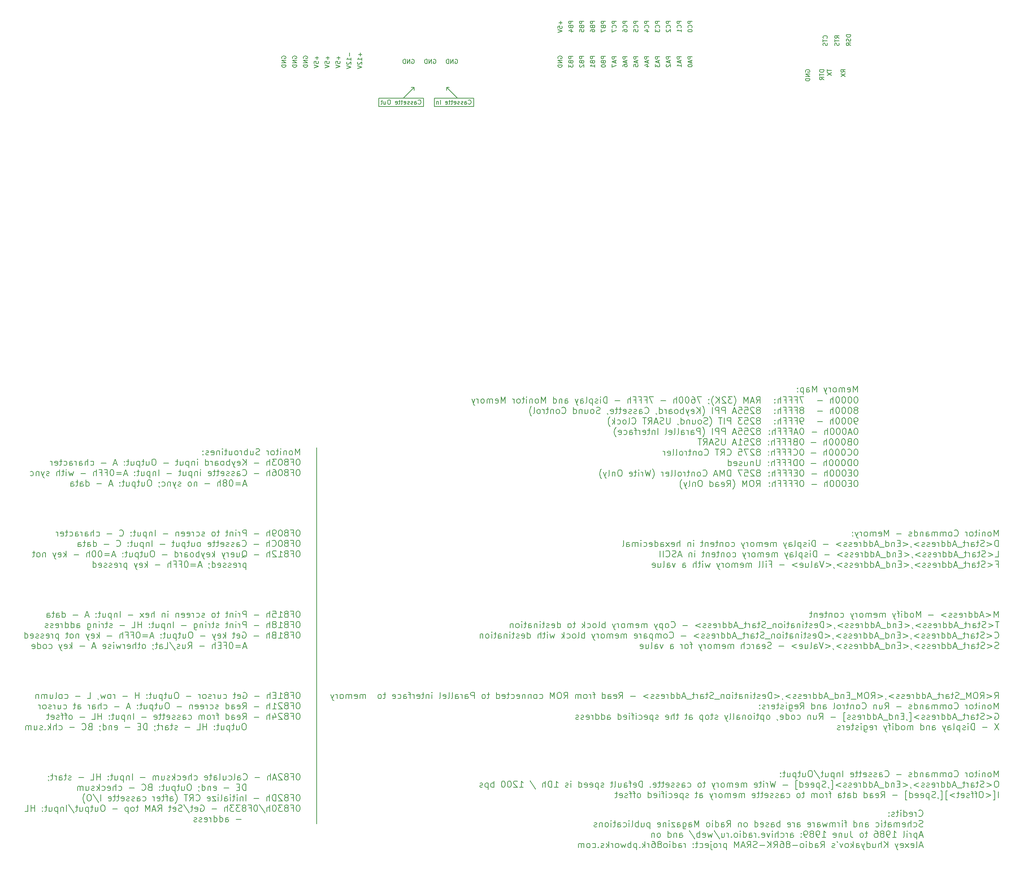
<source format=gbr>
G04 #@! TF.GenerationSoftware,KiCad,Pcbnew,(5.1.0)-1*
G04 #@! TF.CreationDate,2020-02-24T19:21:23-08:00*
G04 #@! TF.ProjectId,Radio-86RK,52616469-6f2d-4383-9652-4b2e6b696361,rev?*
G04 #@! TF.SameCoordinates,Original*
G04 #@! TF.FileFunction,Legend,Bot*
G04 #@! TF.FilePolarity,Positive*
%FSLAX46Y46*%
G04 Gerber Fmt 4.6, Leading zero omitted, Abs format (unit mm)*
G04 Created by KiCad (PCBNEW (5.1.0)-1) date 2020-02-24 19:21:23*
%MOMM*%
%LPD*%
G04 APERTURE LIST*
%ADD10C,0.200000*%
%ADD11C,0.150000*%
G04 APERTURE END LIST*
D10*
X217413214Y-193710714D02*
X217484642Y-193782142D01*
X217698928Y-193853571D01*
X217841785Y-193853571D01*
X218056071Y-193782142D01*
X218198928Y-193639285D01*
X218270357Y-193496428D01*
X218341785Y-193210714D01*
X218341785Y-192996428D01*
X218270357Y-192710714D01*
X218198928Y-192567857D01*
X218056071Y-192425000D01*
X217841785Y-192353571D01*
X217698928Y-192353571D01*
X217484642Y-192425000D01*
X217413214Y-192496428D01*
X216770357Y-193853571D02*
X216770357Y-192853571D01*
X216770357Y-193139285D02*
X216698928Y-192996428D01*
X216627500Y-192925000D01*
X216484642Y-192853571D01*
X216341785Y-192853571D01*
X215270357Y-193782142D02*
X215413214Y-193853571D01*
X215698928Y-193853571D01*
X215841785Y-193782142D01*
X215913214Y-193639285D01*
X215913214Y-193067857D01*
X215841785Y-192925000D01*
X215698928Y-192853571D01*
X215413214Y-192853571D01*
X215270357Y-192925000D01*
X215198928Y-193067857D01*
X215198928Y-193210714D01*
X215913214Y-193353571D01*
X213913214Y-193853571D02*
X213913214Y-192353571D01*
X213913214Y-193782142D02*
X214056071Y-193853571D01*
X214341785Y-193853571D01*
X214484642Y-193782142D01*
X214556071Y-193710714D01*
X214627500Y-193567857D01*
X214627500Y-193139285D01*
X214556071Y-192996428D01*
X214484642Y-192925000D01*
X214341785Y-192853571D01*
X214056071Y-192853571D01*
X213913214Y-192925000D01*
X213198928Y-193853571D02*
X213198928Y-192853571D01*
X213198928Y-192353571D02*
X213270357Y-192425000D01*
X213198928Y-192496428D01*
X213127500Y-192425000D01*
X213198928Y-192353571D01*
X213198928Y-192496428D01*
X212698928Y-192853571D02*
X212127500Y-192853571D01*
X212484642Y-192353571D02*
X212484642Y-193639285D01*
X212413214Y-193782142D01*
X212270357Y-193853571D01*
X212127500Y-193853571D01*
X211698928Y-193782142D02*
X211556071Y-193853571D01*
X211270357Y-193853571D01*
X211127500Y-193782142D01*
X211056071Y-193639285D01*
X211056071Y-193567857D01*
X211127500Y-193425000D01*
X211270357Y-193353571D01*
X211484642Y-193353571D01*
X211627500Y-193282142D01*
X211698928Y-193139285D01*
X211698928Y-193067857D01*
X211627500Y-192925000D01*
X211484642Y-192853571D01*
X211270357Y-192853571D01*
X211127500Y-192925000D01*
X210413214Y-193710714D02*
X210341785Y-193782142D01*
X210413214Y-193853571D01*
X210484642Y-193782142D01*
X210413214Y-193710714D01*
X210413214Y-193853571D01*
X210413214Y-192925000D02*
X210341785Y-192996428D01*
X210413214Y-193067857D01*
X210484642Y-192996428D01*
X210413214Y-192925000D01*
X210413214Y-193067857D01*
X218341785Y-196232142D02*
X218127500Y-196303571D01*
X217770357Y-196303571D01*
X217627500Y-196232142D01*
X217556071Y-196160714D01*
X217484642Y-196017857D01*
X217484642Y-195875000D01*
X217556071Y-195732142D01*
X217627500Y-195660714D01*
X217770357Y-195589285D01*
X218056071Y-195517857D01*
X218198928Y-195446428D01*
X218270357Y-195375000D01*
X218341785Y-195232142D01*
X218341785Y-195089285D01*
X218270357Y-194946428D01*
X218198928Y-194875000D01*
X218056071Y-194803571D01*
X217698928Y-194803571D01*
X217484642Y-194875000D01*
X216198928Y-196232142D02*
X216341785Y-196303571D01*
X216627500Y-196303571D01*
X216770357Y-196232142D01*
X216841785Y-196160714D01*
X216913214Y-196017857D01*
X216913214Y-195589285D01*
X216841785Y-195446428D01*
X216770357Y-195375000D01*
X216627500Y-195303571D01*
X216341785Y-195303571D01*
X216198928Y-195375000D01*
X215556071Y-196303571D02*
X215556071Y-194803571D01*
X214913214Y-196303571D02*
X214913214Y-195517857D01*
X214984642Y-195375000D01*
X215127500Y-195303571D01*
X215341785Y-195303571D01*
X215484642Y-195375000D01*
X215556071Y-195446428D01*
X213627500Y-196232142D02*
X213770357Y-196303571D01*
X214056071Y-196303571D01*
X214198928Y-196232142D01*
X214270357Y-196089285D01*
X214270357Y-195517857D01*
X214198928Y-195375000D01*
X214056071Y-195303571D01*
X213770357Y-195303571D01*
X213627500Y-195375000D01*
X213556071Y-195517857D01*
X213556071Y-195660714D01*
X214270357Y-195803571D01*
X212913214Y-196303571D02*
X212913214Y-195303571D01*
X212913214Y-195446428D02*
X212841785Y-195375000D01*
X212698928Y-195303571D01*
X212484642Y-195303571D01*
X212341785Y-195375000D01*
X212270357Y-195517857D01*
X212270357Y-196303571D01*
X212270357Y-195517857D02*
X212198928Y-195375000D01*
X212056071Y-195303571D01*
X211841785Y-195303571D01*
X211698928Y-195375000D01*
X211627500Y-195517857D01*
X211627500Y-196303571D01*
X210270357Y-196303571D02*
X210270357Y-195517857D01*
X210341785Y-195375000D01*
X210484642Y-195303571D01*
X210770357Y-195303571D01*
X210913214Y-195375000D01*
X210270357Y-196232142D02*
X210413214Y-196303571D01*
X210770357Y-196303571D01*
X210913214Y-196232142D01*
X210984642Y-196089285D01*
X210984642Y-195946428D01*
X210913214Y-195803571D01*
X210770357Y-195732142D01*
X210413214Y-195732142D01*
X210270357Y-195660714D01*
X209770357Y-195303571D02*
X209198928Y-195303571D01*
X209556071Y-194803571D02*
X209556071Y-196089285D01*
X209484642Y-196232142D01*
X209341785Y-196303571D01*
X209198928Y-196303571D01*
X208698928Y-196303571D02*
X208698928Y-195303571D01*
X208698928Y-194803571D02*
X208770357Y-194875000D01*
X208698928Y-194946428D01*
X208627500Y-194875000D01*
X208698928Y-194803571D01*
X208698928Y-194946428D01*
X207341785Y-196232142D02*
X207484642Y-196303571D01*
X207770357Y-196303571D01*
X207913214Y-196232142D01*
X207984642Y-196160714D01*
X208056071Y-196017857D01*
X208056071Y-195589285D01*
X207984642Y-195446428D01*
X207913214Y-195375000D01*
X207770357Y-195303571D01*
X207484642Y-195303571D01*
X207341785Y-195375000D01*
X204913214Y-196303571D02*
X204913214Y-195517857D01*
X204984642Y-195375000D01*
X205127500Y-195303571D01*
X205413214Y-195303571D01*
X205556071Y-195375000D01*
X204913214Y-196232142D02*
X205056071Y-196303571D01*
X205413214Y-196303571D01*
X205556071Y-196232142D01*
X205627500Y-196089285D01*
X205627500Y-195946428D01*
X205556071Y-195803571D01*
X205413214Y-195732142D01*
X205056071Y-195732142D01*
X204913214Y-195660714D01*
X204198928Y-195303571D02*
X204198928Y-196303571D01*
X204198928Y-195446428D02*
X204127500Y-195375000D01*
X203984642Y-195303571D01*
X203770357Y-195303571D01*
X203627500Y-195375000D01*
X203556071Y-195517857D01*
X203556071Y-196303571D01*
X202198928Y-196303571D02*
X202198928Y-194803571D01*
X202198928Y-196232142D02*
X202341785Y-196303571D01*
X202627500Y-196303571D01*
X202770357Y-196232142D01*
X202841785Y-196160714D01*
X202913214Y-196017857D01*
X202913214Y-195589285D01*
X202841785Y-195446428D01*
X202770357Y-195375000D01*
X202627500Y-195303571D01*
X202341785Y-195303571D01*
X202198928Y-195375000D01*
X200556071Y-195303571D02*
X199984642Y-195303571D01*
X200341785Y-196303571D02*
X200341785Y-195017857D01*
X200270357Y-194875000D01*
X200127500Y-194803571D01*
X199984642Y-194803571D01*
X199484642Y-196303571D02*
X199484642Y-195303571D01*
X199484642Y-194803571D02*
X199556071Y-194875000D01*
X199484642Y-194946428D01*
X199413214Y-194875000D01*
X199484642Y-194803571D01*
X199484642Y-194946428D01*
X198770357Y-196303571D02*
X198770357Y-195303571D01*
X198770357Y-195589285D02*
X198698928Y-195446428D01*
X198627500Y-195375000D01*
X198484642Y-195303571D01*
X198341785Y-195303571D01*
X197841785Y-196303571D02*
X197841785Y-195303571D01*
X197841785Y-195446428D02*
X197770357Y-195375000D01*
X197627500Y-195303571D01*
X197413214Y-195303571D01*
X197270357Y-195375000D01*
X197198928Y-195517857D01*
X197198928Y-196303571D01*
X197198928Y-195517857D02*
X197127500Y-195375000D01*
X196984642Y-195303571D01*
X196770357Y-195303571D01*
X196627500Y-195375000D01*
X196556071Y-195517857D01*
X196556071Y-196303571D01*
X195984642Y-195303571D02*
X195698928Y-196303571D01*
X195413214Y-195589285D01*
X195127500Y-196303571D01*
X194841785Y-195303571D01*
X193627500Y-196303571D02*
X193627500Y-195517857D01*
X193698928Y-195375000D01*
X193841785Y-195303571D01*
X194127500Y-195303571D01*
X194270357Y-195375000D01*
X193627500Y-196232142D02*
X193770357Y-196303571D01*
X194127500Y-196303571D01*
X194270357Y-196232142D01*
X194341785Y-196089285D01*
X194341785Y-195946428D01*
X194270357Y-195803571D01*
X194127500Y-195732142D01*
X193770357Y-195732142D01*
X193627500Y-195660714D01*
X192913214Y-196303571D02*
X192913214Y-195303571D01*
X192913214Y-195589285D02*
X192841785Y-195446428D01*
X192770357Y-195375000D01*
X192627500Y-195303571D01*
X192484642Y-195303571D01*
X191413214Y-196232142D02*
X191556071Y-196303571D01*
X191841785Y-196303571D01*
X191984642Y-196232142D01*
X192056071Y-196089285D01*
X192056071Y-195517857D01*
X191984642Y-195375000D01*
X191841785Y-195303571D01*
X191556071Y-195303571D01*
X191413214Y-195375000D01*
X191341785Y-195517857D01*
X191341785Y-195660714D01*
X192056071Y-195803571D01*
X188913214Y-196303571D02*
X188913214Y-195517857D01*
X188984642Y-195375000D01*
X189127500Y-195303571D01*
X189413214Y-195303571D01*
X189556071Y-195375000D01*
X188913214Y-196232142D02*
X189056071Y-196303571D01*
X189413214Y-196303571D01*
X189556071Y-196232142D01*
X189627500Y-196089285D01*
X189627500Y-195946428D01*
X189556071Y-195803571D01*
X189413214Y-195732142D01*
X189056071Y-195732142D01*
X188913214Y-195660714D01*
X188198928Y-196303571D02*
X188198928Y-195303571D01*
X188198928Y-195589285D02*
X188127500Y-195446428D01*
X188056071Y-195375000D01*
X187913214Y-195303571D01*
X187770357Y-195303571D01*
X186698928Y-196232142D02*
X186841785Y-196303571D01*
X187127500Y-196303571D01*
X187270357Y-196232142D01*
X187341785Y-196089285D01*
X187341785Y-195517857D01*
X187270357Y-195375000D01*
X187127500Y-195303571D01*
X186841785Y-195303571D01*
X186698928Y-195375000D01*
X186627500Y-195517857D01*
X186627500Y-195660714D01*
X187341785Y-195803571D01*
X184841785Y-196303571D02*
X184841785Y-194803571D01*
X184841785Y-195375000D02*
X184698928Y-195303571D01*
X184413214Y-195303571D01*
X184270357Y-195375000D01*
X184198928Y-195446428D01*
X184127500Y-195589285D01*
X184127500Y-196017857D01*
X184198928Y-196160714D01*
X184270357Y-196232142D01*
X184413214Y-196303571D01*
X184698928Y-196303571D01*
X184841785Y-196232142D01*
X182841785Y-196303571D02*
X182841785Y-195517857D01*
X182913214Y-195375000D01*
X183056071Y-195303571D01*
X183341785Y-195303571D01*
X183484642Y-195375000D01*
X182841785Y-196232142D02*
X182984642Y-196303571D01*
X183341785Y-196303571D01*
X183484642Y-196232142D01*
X183556071Y-196089285D01*
X183556071Y-195946428D01*
X183484642Y-195803571D01*
X183341785Y-195732142D01*
X182984642Y-195732142D01*
X182841785Y-195660714D01*
X182198928Y-196232142D02*
X182056071Y-196303571D01*
X181770357Y-196303571D01*
X181627500Y-196232142D01*
X181556071Y-196089285D01*
X181556071Y-196017857D01*
X181627500Y-195875000D01*
X181770357Y-195803571D01*
X181984642Y-195803571D01*
X182127500Y-195732142D01*
X182198928Y-195589285D01*
X182198928Y-195517857D01*
X182127500Y-195375000D01*
X181984642Y-195303571D01*
X181770357Y-195303571D01*
X181627500Y-195375000D01*
X180341785Y-196232142D02*
X180484642Y-196303571D01*
X180770357Y-196303571D01*
X180913214Y-196232142D01*
X180984642Y-196089285D01*
X180984642Y-195517857D01*
X180913214Y-195375000D01*
X180770357Y-195303571D01*
X180484642Y-195303571D01*
X180341785Y-195375000D01*
X180270357Y-195517857D01*
X180270357Y-195660714D01*
X180984642Y-195803571D01*
X178984642Y-196303571D02*
X178984642Y-194803571D01*
X178984642Y-196232142D02*
X179127500Y-196303571D01*
X179413214Y-196303571D01*
X179556071Y-196232142D01*
X179627500Y-196160714D01*
X179698928Y-196017857D01*
X179698928Y-195589285D01*
X179627500Y-195446428D01*
X179556071Y-195375000D01*
X179413214Y-195303571D01*
X179127500Y-195303571D01*
X178984642Y-195375000D01*
X176913214Y-196303571D02*
X177056071Y-196232142D01*
X177127500Y-196160714D01*
X177198928Y-196017857D01*
X177198928Y-195589285D01*
X177127500Y-195446428D01*
X177056071Y-195375000D01*
X176913214Y-195303571D01*
X176698928Y-195303571D01*
X176556071Y-195375000D01*
X176484642Y-195446428D01*
X176413214Y-195589285D01*
X176413214Y-196017857D01*
X176484642Y-196160714D01*
X176556071Y-196232142D01*
X176698928Y-196303571D01*
X176913214Y-196303571D01*
X175770357Y-195303571D02*
X175770357Y-196303571D01*
X175770357Y-195446428D02*
X175698928Y-195375000D01*
X175556071Y-195303571D01*
X175341785Y-195303571D01*
X175198928Y-195375000D01*
X175127500Y-195517857D01*
X175127500Y-196303571D01*
X172413214Y-196303571D02*
X172913214Y-195589285D01*
X173270357Y-196303571D02*
X173270357Y-194803571D01*
X172698928Y-194803571D01*
X172556071Y-194875000D01*
X172484642Y-194946428D01*
X172413214Y-195089285D01*
X172413214Y-195303571D01*
X172484642Y-195446428D01*
X172556071Y-195517857D01*
X172698928Y-195589285D01*
X173270357Y-195589285D01*
X171127500Y-196303571D02*
X171127500Y-195517857D01*
X171198928Y-195375000D01*
X171341785Y-195303571D01*
X171627500Y-195303571D01*
X171770357Y-195375000D01*
X171127500Y-196232142D02*
X171270357Y-196303571D01*
X171627500Y-196303571D01*
X171770357Y-196232142D01*
X171841785Y-196089285D01*
X171841785Y-195946428D01*
X171770357Y-195803571D01*
X171627500Y-195732142D01*
X171270357Y-195732142D01*
X171127500Y-195660714D01*
X169770357Y-196303571D02*
X169770357Y-194803571D01*
X169770357Y-196232142D02*
X169913214Y-196303571D01*
X170198928Y-196303571D01*
X170341785Y-196232142D01*
X170413214Y-196160714D01*
X170484642Y-196017857D01*
X170484642Y-195589285D01*
X170413214Y-195446428D01*
X170341785Y-195375000D01*
X170198928Y-195303571D01*
X169913214Y-195303571D01*
X169770357Y-195375000D01*
X169056071Y-196303571D02*
X169056071Y-195303571D01*
X169056071Y-194803571D02*
X169127500Y-194875000D01*
X169056071Y-194946428D01*
X168984642Y-194875000D01*
X169056071Y-194803571D01*
X169056071Y-194946428D01*
X168127500Y-196303571D02*
X168270357Y-196232142D01*
X168341785Y-196160714D01*
X168413214Y-196017857D01*
X168413214Y-195589285D01*
X168341785Y-195446428D01*
X168270357Y-195375000D01*
X168127500Y-195303571D01*
X167913214Y-195303571D01*
X167770357Y-195375000D01*
X167698928Y-195446428D01*
X167627500Y-195589285D01*
X167627500Y-196017857D01*
X167698928Y-196160714D01*
X167770357Y-196232142D01*
X167913214Y-196303571D01*
X168127500Y-196303571D01*
X165841785Y-196303571D02*
X165841785Y-194803571D01*
X165341785Y-195875000D01*
X164841785Y-194803571D01*
X164841785Y-196303571D01*
X163484642Y-196303571D02*
X163484642Y-195517857D01*
X163556071Y-195375000D01*
X163698928Y-195303571D01*
X163984642Y-195303571D01*
X164127500Y-195375000D01*
X163484642Y-196232142D02*
X163627500Y-196303571D01*
X163984642Y-196303571D01*
X164127500Y-196232142D01*
X164198928Y-196089285D01*
X164198928Y-195946428D01*
X164127500Y-195803571D01*
X163984642Y-195732142D01*
X163627500Y-195732142D01*
X163484642Y-195660714D01*
X162127500Y-195303571D02*
X162127500Y-196517857D01*
X162198928Y-196660714D01*
X162270357Y-196732142D01*
X162413214Y-196803571D01*
X162627500Y-196803571D01*
X162770357Y-196732142D01*
X162127500Y-196232142D02*
X162270357Y-196303571D01*
X162556071Y-196303571D01*
X162698928Y-196232142D01*
X162770357Y-196160714D01*
X162841785Y-196017857D01*
X162841785Y-195589285D01*
X162770357Y-195446428D01*
X162698928Y-195375000D01*
X162556071Y-195303571D01*
X162270357Y-195303571D01*
X162127500Y-195375000D01*
X160770357Y-196303571D02*
X160770357Y-195517857D01*
X160841785Y-195375000D01*
X160984642Y-195303571D01*
X161270357Y-195303571D01*
X161413214Y-195375000D01*
X160770357Y-196232142D02*
X160913214Y-196303571D01*
X161270357Y-196303571D01*
X161413214Y-196232142D01*
X161484642Y-196089285D01*
X161484642Y-195946428D01*
X161413214Y-195803571D01*
X161270357Y-195732142D01*
X160913214Y-195732142D01*
X160770357Y-195660714D01*
X160198928Y-195303571D02*
X159413214Y-195303571D01*
X160198928Y-196303571D01*
X159413214Y-196303571D01*
X158841785Y-196303571D02*
X158841785Y-195303571D01*
X158841785Y-194803571D02*
X158913214Y-194875000D01*
X158841785Y-194946428D01*
X158770357Y-194875000D01*
X158841785Y-194803571D01*
X158841785Y-194946428D01*
X158127500Y-195303571D02*
X158127500Y-196303571D01*
X158127500Y-195446428D02*
X158056071Y-195375000D01*
X157913214Y-195303571D01*
X157698928Y-195303571D01*
X157556071Y-195375000D01*
X157484642Y-195517857D01*
X157484642Y-196303571D01*
X156198928Y-196232142D02*
X156341785Y-196303571D01*
X156627500Y-196303571D01*
X156770357Y-196232142D01*
X156841785Y-196089285D01*
X156841785Y-195517857D01*
X156770357Y-195375000D01*
X156627500Y-195303571D01*
X156341785Y-195303571D01*
X156198928Y-195375000D01*
X156127500Y-195517857D01*
X156127500Y-195660714D01*
X156841785Y-195803571D01*
X154341785Y-195303571D02*
X154341785Y-196803571D01*
X154341785Y-195375000D02*
X154198928Y-195303571D01*
X153913214Y-195303571D01*
X153770357Y-195375000D01*
X153698928Y-195446428D01*
X153627500Y-195589285D01*
X153627500Y-196017857D01*
X153698928Y-196160714D01*
X153770357Y-196232142D01*
X153913214Y-196303571D01*
X154198928Y-196303571D01*
X154341785Y-196232142D01*
X152341785Y-195303571D02*
X152341785Y-196303571D01*
X152984642Y-195303571D02*
X152984642Y-196089285D01*
X152913214Y-196232142D01*
X152770357Y-196303571D01*
X152556071Y-196303571D01*
X152413214Y-196232142D01*
X152341785Y-196160714D01*
X151627500Y-196303571D02*
X151627500Y-194803571D01*
X151627500Y-195375000D02*
X151484642Y-195303571D01*
X151198928Y-195303571D01*
X151056071Y-195375000D01*
X150984642Y-195446428D01*
X150913214Y-195589285D01*
X150913214Y-196017857D01*
X150984642Y-196160714D01*
X151056071Y-196232142D01*
X151198928Y-196303571D01*
X151484642Y-196303571D01*
X151627500Y-196232142D01*
X150056071Y-196303571D02*
X150198928Y-196232142D01*
X150270357Y-196089285D01*
X150270357Y-194803571D01*
X149484642Y-196303571D02*
X149484642Y-195303571D01*
X149484642Y-194803571D02*
X149556071Y-194875000D01*
X149484642Y-194946428D01*
X149413214Y-194875000D01*
X149484642Y-194803571D01*
X149484642Y-194946428D01*
X148127500Y-196232142D02*
X148270357Y-196303571D01*
X148556071Y-196303571D01*
X148698928Y-196232142D01*
X148770357Y-196160714D01*
X148841785Y-196017857D01*
X148841785Y-195589285D01*
X148770357Y-195446428D01*
X148698928Y-195375000D01*
X148556071Y-195303571D01*
X148270357Y-195303571D01*
X148127500Y-195375000D01*
X146841785Y-196303571D02*
X146841785Y-195517857D01*
X146913214Y-195375000D01*
X147056071Y-195303571D01*
X147341785Y-195303571D01*
X147484642Y-195375000D01*
X146841785Y-196232142D02*
X146984642Y-196303571D01*
X147341785Y-196303571D01*
X147484642Y-196232142D01*
X147556071Y-196089285D01*
X147556071Y-195946428D01*
X147484642Y-195803571D01*
X147341785Y-195732142D01*
X146984642Y-195732142D01*
X146841785Y-195660714D01*
X146341785Y-195303571D02*
X145770357Y-195303571D01*
X146127500Y-194803571D02*
X146127500Y-196089285D01*
X146056071Y-196232142D01*
X145913214Y-196303571D01*
X145770357Y-196303571D01*
X145270357Y-196303571D02*
X145270357Y-195303571D01*
X145270357Y-194803571D02*
X145341785Y-194875000D01*
X145270357Y-194946428D01*
X145198928Y-194875000D01*
X145270357Y-194803571D01*
X145270357Y-194946428D01*
X144341785Y-196303571D02*
X144484642Y-196232142D01*
X144556071Y-196160714D01*
X144627500Y-196017857D01*
X144627500Y-195589285D01*
X144556071Y-195446428D01*
X144484642Y-195375000D01*
X144341785Y-195303571D01*
X144127500Y-195303571D01*
X143984642Y-195375000D01*
X143913214Y-195446428D01*
X143841785Y-195589285D01*
X143841785Y-196017857D01*
X143913214Y-196160714D01*
X143984642Y-196232142D01*
X144127500Y-196303571D01*
X144341785Y-196303571D01*
X143198928Y-195303571D02*
X143198928Y-196303571D01*
X143198928Y-195446428D02*
X143127500Y-195375000D01*
X142984642Y-195303571D01*
X142770357Y-195303571D01*
X142627500Y-195375000D01*
X142556071Y-195517857D01*
X142556071Y-196303571D01*
X141913214Y-196232142D02*
X141770357Y-196303571D01*
X141484642Y-196303571D01*
X141341785Y-196232142D01*
X141270357Y-196089285D01*
X141270357Y-196017857D01*
X141341785Y-195875000D01*
X141484642Y-195803571D01*
X141698928Y-195803571D01*
X141841785Y-195732142D01*
X141913214Y-195589285D01*
X141913214Y-195517857D01*
X141841785Y-195375000D01*
X141698928Y-195303571D01*
X141484642Y-195303571D01*
X141341785Y-195375000D01*
X218341785Y-198325000D02*
X217627500Y-198325000D01*
X218484642Y-198753571D02*
X217984642Y-197253571D01*
X217484642Y-198753571D01*
X216984642Y-197753571D02*
X216984642Y-199253571D01*
X216984642Y-197825000D02*
X216841785Y-197753571D01*
X216556071Y-197753571D01*
X216413214Y-197825000D01*
X216341785Y-197896428D01*
X216270357Y-198039285D01*
X216270357Y-198467857D01*
X216341785Y-198610714D01*
X216413214Y-198682142D01*
X216556071Y-198753571D01*
X216841785Y-198753571D01*
X216984642Y-198682142D01*
X215627500Y-198753571D02*
X215627500Y-197753571D01*
X215627500Y-198039285D02*
X215556071Y-197896428D01*
X215484642Y-197825000D01*
X215341785Y-197753571D01*
X215198928Y-197753571D01*
X214698928Y-198753571D02*
X214698928Y-197753571D01*
X214698928Y-197253571D02*
X214770357Y-197325000D01*
X214698928Y-197396428D01*
X214627500Y-197325000D01*
X214698928Y-197253571D01*
X214698928Y-197396428D01*
X213770357Y-198753571D02*
X213913214Y-198682142D01*
X213984642Y-198539285D01*
X213984642Y-197253571D01*
X211270357Y-198753571D02*
X212127500Y-198753571D01*
X211698928Y-198753571D02*
X211698928Y-197253571D01*
X211841785Y-197467857D01*
X211984642Y-197610714D01*
X212127500Y-197682142D01*
X210556071Y-198753571D02*
X210270357Y-198753571D01*
X210127500Y-198682142D01*
X210056071Y-198610714D01*
X209913214Y-198396428D01*
X209841785Y-198110714D01*
X209841785Y-197539285D01*
X209913214Y-197396428D01*
X209984642Y-197325000D01*
X210127500Y-197253571D01*
X210413214Y-197253571D01*
X210556071Y-197325000D01*
X210627500Y-197396428D01*
X210698928Y-197539285D01*
X210698928Y-197896428D01*
X210627500Y-198039285D01*
X210556071Y-198110714D01*
X210413214Y-198182142D01*
X210127500Y-198182142D01*
X209984642Y-198110714D01*
X209913214Y-198039285D01*
X209841785Y-197896428D01*
X208984642Y-197896428D02*
X209127500Y-197825000D01*
X209198928Y-197753571D01*
X209270357Y-197610714D01*
X209270357Y-197539285D01*
X209198928Y-197396428D01*
X209127500Y-197325000D01*
X208984642Y-197253571D01*
X208698928Y-197253571D01*
X208556071Y-197325000D01*
X208484642Y-197396428D01*
X208413214Y-197539285D01*
X208413214Y-197610714D01*
X208484642Y-197753571D01*
X208556071Y-197825000D01*
X208698928Y-197896428D01*
X208984642Y-197896428D01*
X209127500Y-197967857D01*
X209198928Y-198039285D01*
X209270357Y-198182142D01*
X209270357Y-198467857D01*
X209198928Y-198610714D01*
X209127500Y-198682142D01*
X208984642Y-198753571D01*
X208698928Y-198753571D01*
X208556071Y-198682142D01*
X208484642Y-198610714D01*
X208413214Y-198467857D01*
X208413214Y-198182142D01*
X208484642Y-198039285D01*
X208556071Y-197967857D01*
X208698928Y-197896428D01*
X207127500Y-197253571D02*
X207413214Y-197253571D01*
X207556071Y-197325000D01*
X207627500Y-197396428D01*
X207770357Y-197610714D01*
X207841785Y-197896428D01*
X207841785Y-198467857D01*
X207770357Y-198610714D01*
X207698928Y-198682142D01*
X207556071Y-198753571D01*
X207270357Y-198753571D01*
X207127500Y-198682142D01*
X207056071Y-198610714D01*
X206984642Y-198467857D01*
X206984642Y-198110714D01*
X207056071Y-197967857D01*
X207127500Y-197896428D01*
X207270357Y-197825000D01*
X207556071Y-197825000D01*
X207698928Y-197896428D01*
X207770357Y-197967857D01*
X207841785Y-198110714D01*
X205413214Y-197753571D02*
X204841785Y-197753571D01*
X205198928Y-197253571D02*
X205198928Y-198539285D01*
X205127500Y-198682142D01*
X204984642Y-198753571D01*
X204841785Y-198753571D01*
X204127500Y-198753571D02*
X204270357Y-198682142D01*
X204341785Y-198610714D01*
X204413214Y-198467857D01*
X204413214Y-198039285D01*
X204341785Y-197896428D01*
X204270357Y-197825000D01*
X204127500Y-197753571D01*
X203913214Y-197753571D01*
X203770357Y-197825000D01*
X203698928Y-197896428D01*
X203627500Y-198039285D01*
X203627500Y-198467857D01*
X203698928Y-198610714D01*
X203770357Y-198682142D01*
X203913214Y-198753571D01*
X204127500Y-198753571D01*
X201413214Y-197253571D02*
X201413214Y-198325000D01*
X201484642Y-198539285D01*
X201627500Y-198682142D01*
X201841785Y-198753571D01*
X201984642Y-198753571D01*
X200056071Y-197753571D02*
X200056071Y-198753571D01*
X200698928Y-197753571D02*
X200698928Y-198539285D01*
X200627500Y-198682142D01*
X200484642Y-198753571D01*
X200270357Y-198753571D01*
X200127500Y-198682142D01*
X200056071Y-198610714D01*
X199341785Y-197753571D02*
X199341785Y-198753571D01*
X199341785Y-197896428D02*
X199270357Y-197825000D01*
X199127500Y-197753571D01*
X198913214Y-197753571D01*
X198770357Y-197825000D01*
X198698928Y-197967857D01*
X198698928Y-198753571D01*
X197413214Y-198682142D02*
X197556071Y-198753571D01*
X197841785Y-198753571D01*
X197984642Y-198682142D01*
X198056071Y-198539285D01*
X198056071Y-197967857D01*
X197984642Y-197825000D01*
X197841785Y-197753571D01*
X197556071Y-197753571D01*
X197413214Y-197825000D01*
X197341785Y-197967857D01*
X197341785Y-198110714D01*
X198056071Y-198253571D01*
X194770357Y-198753571D02*
X195627500Y-198753571D01*
X195198928Y-198753571D02*
X195198928Y-197253571D01*
X195341785Y-197467857D01*
X195484642Y-197610714D01*
X195627500Y-197682142D01*
X194056071Y-198753571D02*
X193770357Y-198753571D01*
X193627500Y-198682142D01*
X193556071Y-198610714D01*
X193413214Y-198396428D01*
X193341785Y-198110714D01*
X193341785Y-197539285D01*
X193413214Y-197396428D01*
X193484642Y-197325000D01*
X193627500Y-197253571D01*
X193913214Y-197253571D01*
X194056071Y-197325000D01*
X194127500Y-197396428D01*
X194198928Y-197539285D01*
X194198928Y-197896428D01*
X194127500Y-198039285D01*
X194056071Y-198110714D01*
X193913214Y-198182142D01*
X193627500Y-198182142D01*
X193484642Y-198110714D01*
X193413214Y-198039285D01*
X193341785Y-197896428D01*
X192484642Y-197896428D02*
X192627500Y-197825000D01*
X192698928Y-197753571D01*
X192770357Y-197610714D01*
X192770357Y-197539285D01*
X192698928Y-197396428D01*
X192627500Y-197325000D01*
X192484642Y-197253571D01*
X192198928Y-197253571D01*
X192056071Y-197325000D01*
X191984642Y-197396428D01*
X191913214Y-197539285D01*
X191913214Y-197610714D01*
X191984642Y-197753571D01*
X192056071Y-197825000D01*
X192198928Y-197896428D01*
X192484642Y-197896428D01*
X192627500Y-197967857D01*
X192698928Y-198039285D01*
X192770357Y-198182142D01*
X192770357Y-198467857D01*
X192698928Y-198610714D01*
X192627500Y-198682142D01*
X192484642Y-198753571D01*
X192198928Y-198753571D01*
X192056071Y-198682142D01*
X191984642Y-198610714D01*
X191913214Y-198467857D01*
X191913214Y-198182142D01*
X191984642Y-198039285D01*
X192056071Y-197967857D01*
X192198928Y-197896428D01*
X191198928Y-198753571D02*
X190913214Y-198753571D01*
X190770357Y-198682142D01*
X190698928Y-198610714D01*
X190556071Y-198396428D01*
X190484642Y-198110714D01*
X190484642Y-197539285D01*
X190556071Y-197396428D01*
X190627500Y-197325000D01*
X190770357Y-197253571D01*
X191056071Y-197253571D01*
X191198928Y-197325000D01*
X191270357Y-197396428D01*
X191341785Y-197539285D01*
X191341785Y-197896428D01*
X191270357Y-198039285D01*
X191198928Y-198110714D01*
X191056071Y-198182142D01*
X190770357Y-198182142D01*
X190627500Y-198110714D01*
X190556071Y-198039285D01*
X190484642Y-197896428D01*
X189841785Y-198610714D02*
X189770357Y-198682142D01*
X189841785Y-198753571D01*
X189913214Y-198682142D01*
X189841785Y-198610714D01*
X189841785Y-198753571D01*
X189841785Y-197825000D02*
X189770357Y-197896428D01*
X189841785Y-197967857D01*
X189913214Y-197896428D01*
X189841785Y-197825000D01*
X189841785Y-197967857D01*
X187341785Y-198753571D02*
X187341785Y-197967857D01*
X187413214Y-197825000D01*
X187556071Y-197753571D01*
X187841785Y-197753571D01*
X187984642Y-197825000D01*
X187341785Y-198682142D02*
X187484642Y-198753571D01*
X187841785Y-198753571D01*
X187984642Y-198682142D01*
X188056071Y-198539285D01*
X188056071Y-198396428D01*
X187984642Y-198253571D01*
X187841785Y-198182142D01*
X187484642Y-198182142D01*
X187341785Y-198110714D01*
X186627500Y-198753571D02*
X186627500Y-197753571D01*
X186627500Y-198039285D02*
X186556071Y-197896428D01*
X186484642Y-197825000D01*
X186341785Y-197753571D01*
X186198928Y-197753571D01*
X185056071Y-198682142D02*
X185198928Y-198753571D01*
X185484642Y-198753571D01*
X185627500Y-198682142D01*
X185698928Y-198610714D01*
X185770357Y-198467857D01*
X185770357Y-198039285D01*
X185698928Y-197896428D01*
X185627500Y-197825000D01*
X185484642Y-197753571D01*
X185198928Y-197753571D01*
X185056071Y-197825000D01*
X184413214Y-198753571D02*
X184413214Y-197253571D01*
X183770357Y-198753571D02*
X183770357Y-197967857D01*
X183841785Y-197825000D01*
X183984642Y-197753571D01*
X184198928Y-197753571D01*
X184341785Y-197825000D01*
X184413214Y-197896428D01*
X183056071Y-198753571D02*
X183056071Y-197753571D01*
X183056071Y-197253571D02*
X183127500Y-197325000D01*
X183056071Y-197396428D01*
X182984642Y-197325000D01*
X183056071Y-197253571D01*
X183056071Y-197396428D01*
X182484642Y-197753571D02*
X182127500Y-198753571D01*
X181770357Y-197753571D01*
X180627500Y-198682142D02*
X180770357Y-198753571D01*
X181056071Y-198753571D01*
X181198928Y-198682142D01*
X181270357Y-198539285D01*
X181270357Y-197967857D01*
X181198928Y-197825000D01*
X181056071Y-197753571D01*
X180770357Y-197753571D01*
X180627500Y-197825000D01*
X180556071Y-197967857D01*
X180556071Y-198110714D01*
X181270357Y-198253571D01*
X179913214Y-198610714D02*
X179841785Y-198682142D01*
X179913214Y-198753571D01*
X179984642Y-198682142D01*
X179913214Y-198610714D01*
X179913214Y-198753571D01*
X179198928Y-198753571D02*
X179198928Y-197753571D01*
X179198928Y-198039285D02*
X179127500Y-197896428D01*
X179056071Y-197825000D01*
X178913214Y-197753571D01*
X178770357Y-197753571D01*
X177627500Y-198753571D02*
X177627500Y-197967857D01*
X177698928Y-197825000D01*
X177841785Y-197753571D01*
X178127500Y-197753571D01*
X178270357Y-197825000D01*
X177627500Y-198682142D02*
X177770357Y-198753571D01*
X178127500Y-198753571D01*
X178270357Y-198682142D01*
X178341785Y-198539285D01*
X178341785Y-198396428D01*
X178270357Y-198253571D01*
X178127500Y-198182142D01*
X177770357Y-198182142D01*
X177627500Y-198110714D01*
X176270357Y-198753571D02*
X176270357Y-197253571D01*
X176270357Y-198682142D02*
X176413214Y-198753571D01*
X176698928Y-198753571D01*
X176841785Y-198682142D01*
X176913214Y-198610714D01*
X176984642Y-198467857D01*
X176984642Y-198039285D01*
X176913214Y-197896428D01*
X176841785Y-197825000D01*
X176698928Y-197753571D01*
X176413214Y-197753571D01*
X176270357Y-197825000D01*
X175556071Y-198753571D02*
X175556071Y-197753571D01*
X175556071Y-197253571D02*
X175627500Y-197325000D01*
X175556071Y-197396428D01*
X175484642Y-197325000D01*
X175556071Y-197253571D01*
X175556071Y-197396428D01*
X174627500Y-198753571D02*
X174770357Y-198682142D01*
X174841785Y-198610714D01*
X174913214Y-198467857D01*
X174913214Y-198039285D01*
X174841785Y-197896428D01*
X174770357Y-197825000D01*
X174627500Y-197753571D01*
X174413214Y-197753571D01*
X174270357Y-197825000D01*
X174198928Y-197896428D01*
X174127500Y-198039285D01*
X174127500Y-198467857D01*
X174198928Y-198610714D01*
X174270357Y-198682142D01*
X174413214Y-198753571D01*
X174627500Y-198753571D01*
X173484642Y-198610714D02*
X173413214Y-198682142D01*
X173484642Y-198753571D01*
X173556071Y-198682142D01*
X173484642Y-198610714D01*
X173484642Y-198753571D01*
X172770357Y-198753571D02*
X172770357Y-197753571D01*
X172770357Y-198039285D02*
X172698928Y-197896428D01*
X172627500Y-197825000D01*
X172484642Y-197753571D01*
X172341785Y-197753571D01*
X171198928Y-197753571D02*
X171198928Y-198753571D01*
X171841785Y-197753571D02*
X171841785Y-198539285D01*
X171770357Y-198682142D01*
X171627500Y-198753571D01*
X171413214Y-198753571D01*
X171270357Y-198682142D01*
X171198928Y-198610714D01*
X169413214Y-197182142D02*
X170698928Y-199110714D01*
X169056071Y-197753571D02*
X168770357Y-198753571D01*
X168484642Y-198039285D01*
X168198928Y-198753571D01*
X167913214Y-197753571D01*
X166770357Y-198682142D02*
X166913214Y-198753571D01*
X167198928Y-198753571D01*
X167341785Y-198682142D01*
X167413214Y-198539285D01*
X167413214Y-197967857D01*
X167341785Y-197825000D01*
X167198928Y-197753571D01*
X166913214Y-197753571D01*
X166770357Y-197825000D01*
X166698928Y-197967857D01*
X166698928Y-198110714D01*
X167413214Y-198253571D01*
X166056071Y-198753571D02*
X166056071Y-197253571D01*
X166056071Y-197825000D02*
X165913214Y-197753571D01*
X165627500Y-197753571D01*
X165484642Y-197825000D01*
X165413214Y-197896428D01*
X165341785Y-198039285D01*
X165341785Y-198467857D01*
X165413214Y-198610714D01*
X165484642Y-198682142D01*
X165627500Y-198753571D01*
X165913214Y-198753571D01*
X166056071Y-198682142D01*
X163627500Y-197182142D02*
X164913214Y-199110714D01*
X161341785Y-198753571D02*
X161341785Y-197967857D01*
X161413214Y-197825000D01*
X161556071Y-197753571D01*
X161841785Y-197753571D01*
X161984642Y-197825000D01*
X161341785Y-198682142D02*
X161484642Y-198753571D01*
X161841785Y-198753571D01*
X161984642Y-198682142D01*
X162056071Y-198539285D01*
X162056071Y-198396428D01*
X161984642Y-198253571D01*
X161841785Y-198182142D01*
X161484642Y-198182142D01*
X161341785Y-198110714D01*
X160627500Y-197753571D02*
X160627500Y-198753571D01*
X160627500Y-197896428D02*
X160556071Y-197825000D01*
X160413214Y-197753571D01*
X160198928Y-197753571D01*
X160056071Y-197825000D01*
X159984642Y-197967857D01*
X159984642Y-198753571D01*
X158627500Y-198753571D02*
X158627500Y-197253571D01*
X158627500Y-198682142D02*
X158770357Y-198753571D01*
X159056071Y-198753571D01*
X159198928Y-198682142D01*
X159270357Y-198610714D01*
X159341785Y-198467857D01*
X159341785Y-198039285D01*
X159270357Y-197896428D01*
X159198928Y-197825000D01*
X159056071Y-197753571D01*
X158770357Y-197753571D01*
X158627500Y-197825000D01*
X156556071Y-198753571D02*
X156698928Y-198682142D01*
X156770357Y-198610714D01*
X156841785Y-198467857D01*
X156841785Y-198039285D01*
X156770357Y-197896428D01*
X156698928Y-197825000D01*
X156556071Y-197753571D01*
X156341785Y-197753571D01*
X156198928Y-197825000D01*
X156127500Y-197896428D01*
X156056071Y-198039285D01*
X156056071Y-198467857D01*
X156127500Y-198610714D01*
X156198928Y-198682142D01*
X156341785Y-198753571D01*
X156556071Y-198753571D01*
X155413214Y-197753571D02*
X155413214Y-198753571D01*
X155413214Y-197896428D02*
X155341785Y-197825000D01*
X155198928Y-197753571D01*
X154984642Y-197753571D01*
X154841785Y-197825000D01*
X154770357Y-197967857D01*
X154770357Y-198753571D01*
X218341785Y-200775000D02*
X217627500Y-200775000D01*
X218484642Y-201203571D02*
X217984642Y-199703571D01*
X217484642Y-201203571D01*
X216770357Y-201203571D02*
X216913214Y-201132142D01*
X216984642Y-200989285D01*
X216984642Y-199703571D01*
X215627500Y-201132142D02*
X215770357Y-201203571D01*
X216056071Y-201203571D01*
X216198928Y-201132142D01*
X216270357Y-200989285D01*
X216270357Y-200417857D01*
X216198928Y-200275000D01*
X216056071Y-200203571D01*
X215770357Y-200203571D01*
X215627500Y-200275000D01*
X215556071Y-200417857D01*
X215556071Y-200560714D01*
X216270357Y-200703571D01*
X215056071Y-201203571D02*
X214270357Y-200203571D01*
X215056071Y-200203571D02*
X214270357Y-201203571D01*
X213127500Y-201132142D02*
X213270357Y-201203571D01*
X213556071Y-201203571D01*
X213698928Y-201132142D01*
X213770357Y-200989285D01*
X213770357Y-200417857D01*
X213698928Y-200275000D01*
X213556071Y-200203571D01*
X213270357Y-200203571D01*
X213127500Y-200275000D01*
X213056071Y-200417857D01*
X213056071Y-200560714D01*
X213770357Y-200703571D01*
X212556071Y-200203571D02*
X212198928Y-201203571D01*
X211841785Y-200203571D02*
X212198928Y-201203571D01*
X212341785Y-201560714D01*
X212413214Y-201632142D01*
X212556071Y-201703571D01*
X210127500Y-201203571D02*
X210127500Y-199703571D01*
X209270357Y-201203571D02*
X209913214Y-200346428D01*
X209270357Y-199703571D02*
X210127500Y-200560714D01*
X208627500Y-201203571D02*
X208627500Y-199703571D01*
X207984642Y-201203571D02*
X207984642Y-200417857D01*
X208056071Y-200275000D01*
X208198928Y-200203571D01*
X208413214Y-200203571D01*
X208556071Y-200275000D01*
X208627500Y-200346428D01*
X206627500Y-200203571D02*
X206627500Y-201203571D01*
X207270357Y-200203571D02*
X207270357Y-200989285D01*
X207198928Y-201132142D01*
X207056071Y-201203571D01*
X206841785Y-201203571D01*
X206698928Y-201132142D01*
X206627500Y-201060714D01*
X205270357Y-201203571D02*
X205270357Y-199703571D01*
X205270357Y-201132142D02*
X205413214Y-201203571D01*
X205698928Y-201203571D01*
X205841785Y-201132142D01*
X205913214Y-201060714D01*
X205984642Y-200917857D01*
X205984642Y-200489285D01*
X205913214Y-200346428D01*
X205841785Y-200275000D01*
X205698928Y-200203571D01*
X205413214Y-200203571D01*
X205270357Y-200275000D01*
X204698928Y-200203571D02*
X204341785Y-201203571D01*
X203984642Y-200203571D02*
X204341785Y-201203571D01*
X204484642Y-201560714D01*
X204556071Y-201632142D01*
X204698928Y-201703571D01*
X202770357Y-201203571D02*
X202770357Y-200417857D01*
X202841785Y-200275000D01*
X202984642Y-200203571D01*
X203270357Y-200203571D01*
X203413214Y-200275000D01*
X202770357Y-201132142D02*
X202913214Y-201203571D01*
X203270357Y-201203571D01*
X203413214Y-201132142D01*
X203484642Y-200989285D01*
X203484642Y-200846428D01*
X203413214Y-200703571D01*
X203270357Y-200632142D01*
X202913214Y-200632142D01*
X202770357Y-200560714D01*
X202056071Y-201203571D02*
X202056071Y-199703571D01*
X201913214Y-200632142D02*
X201484642Y-201203571D01*
X201484642Y-200203571D02*
X202056071Y-200775000D01*
X200627500Y-201203571D02*
X200770357Y-201132142D01*
X200841785Y-201060714D01*
X200913214Y-200917857D01*
X200913214Y-200489285D01*
X200841785Y-200346428D01*
X200770357Y-200275000D01*
X200627500Y-200203571D01*
X200413214Y-200203571D01*
X200270357Y-200275000D01*
X200198928Y-200346428D01*
X200127500Y-200489285D01*
X200127500Y-200917857D01*
X200198928Y-201060714D01*
X200270357Y-201132142D01*
X200413214Y-201203571D01*
X200627500Y-201203571D01*
X199627500Y-200203571D02*
X199270357Y-201203571D01*
X198913214Y-200203571D01*
X198270357Y-199703571D02*
X198413214Y-199989285D01*
X197698928Y-201132142D02*
X197556071Y-201203571D01*
X197270357Y-201203571D01*
X197127500Y-201132142D01*
X197056071Y-200989285D01*
X197056071Y-200917857D01*
X197127500Y-200775000D01*
X197270357Y-200703571D01*
X197484642Y-200703571D01*
X197627500Y-200632142D01*
X197698928Y-200489285D01*
X197698928Y-200417857D01*
X197627500Y-200275000D01*
X197484642Y-200203571D01*
X197270357Y-200203571D01*
X197127500Y-200275000D01*
X194413214Y-201203571D02*
X194913214Y-200489285D01*
X195270357Y-201203571D02*
X195270357Y-199703571D01*
X194698928Y-199703571D01*
X194556071Y-199775000D01*
X194484642Y-199846428D01*
X194413214Y-199989285D01*
X194413214Y-200203571D01*
X194484642Y-200346428D01*
X194556071Y-200417857D01*
X194698928Y-200489285D01*
X195270357Y-200489285D01*
X193127500Y-201203571D02*
X193127500Y-200417857D01*
X193198928Y-200275000D01*
X193341785Y-200203571D01*
X193627500Y-200203571D01*
X193770357Y-200275000D01*
X193127500Y-201132142D02*
X193270357Y-201203571D01*
X193627500Y-201203571D01*
X193770357Y-201132142D01*
X193841785Y-200989285D01*
X193841785Y-200846428D01*
X193770357Y-200703571D01*
X193627500Y-200632142D01*
X193270357Y-200632142D01*
X193127500Y-200560714D01*
X191770357Y-201203571D02*
X191770357Y-199703571D01*
X191770357Y-201132142D02*
X191913214Y-201203571D01*
X192198928Y-201203571D01*
X192341785Y-201132142D01*
X192413214Y-201060714D01*
X192484642Y-200917857D01*
X192484642Y-200489285D01*
X192413214Y-200346428D01*
X192341785Y-200275000D01*
X192198928Y-200203571D01*
X191913214Y-200203571D01*
X191770357Y-200275000D01*
X191056071Y-201203571D02*
X191056071Y-200203571D01*
X191056071Y-199703571D02*
X191127500Y-199775000D01*
X191056071Y-199846428D01*
X190984642Y-199775000D01*
X191056071Y-199703571D01*
X191056071Y-199846428D01*
X190127500Y-201203571D02*
X190270357Y-201132142D01*
X190341785Y-201060714D01*
X190413214Y-200917857D01*
X190413214Y-200489285D01*
X190341785Y-200346428D01*
X190270357Y-200275000D01*
X190127500Y-200203571D01*
X189913214Y-200203571D01*
X189770357Y-200275000D01*
X189698928Y-200346428D01*
X189627500Y-200489285D01*
X189627500Y-200917857D01*
X189698928Y-201060714D01*
X189770357Y-201132142D01*
X189913214Y-201203571D01*
X190127500Y-201203571D01*
X188984642Y-200632142D02*
X187841785Y-200632142D01*
X186913214Y-200346428D02*
X187056071Y-200275000D01*
X187127500Y-200203571D01*
X187198928Y-200060714D01*
X187198928Y-199989285D01*
X187127500Y-199846428D01*
X187056071Y-199775000D01*
X186913214Y-199703571D01*
X186627500Y-199703571D01*
X186484642Y-199775000D01*
X186413214Y-199846428D01*
X186341785Y-199989285D01*
X186341785Y-200060714D01*
X186413214Y-200203571D01*
X186484642Y-200275000D01*
X186627500Y-200346428D01*
X186913214Y-200346428D01*
X187056071Y-200417857D01*
X187127500Y-200489285D01*
X187198928Y-200632142D01*
X187198928Y-200917857D01*
X187127500Y-201060714D01*
X187056071Y-201132142D01*
X186913214Y-201203571D01*
X186627500Y-201203571D01*
X186484642Y-201132142D01*
X186413214Y-201060714D01*
X186341785Y-200917857D01*
X186341785Y-200632142D01*
X186413214Y-200489285D01*
X186484642Y-200417857D01*
X186627500Y-200346428D01*
X185056071Y-199703571D02*
X185341785Y-199703571D01*
X185484642Y-199775000D01*
X185556071Y-199846428D01*
X185698928Y-200060714D01*
X185770357Y-200346428D01*
X185770357Y-200917857D01*
X185698928Y-201060714D01*
X185627500Y-201132142D01*
X185484642Y-201203571D01*
X185198928Y-201203571D01*
X185056071Y-201132142D01*
X184984642Y-201060714D01*
X184913214Y-200917857D01*
X184913214Y-200560714D01*
X184984642Y-200417857D01*
X185056071Y-200346428D01*
X185198928Y-200275000D01*
X185484642Y-200275000D01*
X185627500Y-200346428D01*
X185698928Y-200417857D01*
X185770357Y-200560714D01*
X183413214Y-201203571D02*
X183913214Y-200489285D01*
X184270357Y-201203571D02*
X184270357Y-199703571D01*
X183698928Y-199703571D01*
X183556071Y-199775000D01*
X183484642Y-199846428D01*
X183413214Y-199989285D01*
X183413214Y-200203571D01*
X183484642Y-200346428D01*
X183556071Y-200417857D01*
X183698928Y-200489285D01*
X184270357Y-200489285D01*
X182770357Y-201203571D02*
X182770357Y-199703571D01*
X181913214Y-201203571D02*
X182556071Y-200346428D01*
X181913214Y-199703571D02*
X182770357Y-200560714D01*
X181270357Y-200632142D02*
X180127500Y-200632142D01*
X179484642Y-201132142D02*
X179270357Y-201203571D01*
X178913214Y-201203571D01*
X178770357Y-201132142D01*
X178698928Y-201060714D01*
X178627500Y-200917857D01*
X178627500Y-200775000D01*
X178698928Y-200632142D01*
X178770357Y-200560714D01*
X178913214Y-200489285D01*
X179198928Y-200417857D01*
X179341785Y-200346428D01*
X179413214Y-200275000D01*
X179484642Y-200132142D01*
X179484642Y-199989285D01*
X179413214Y-199846428D01*
X179341785Y-199775000D01*
X179198928Y-199703571D01*
X178841785Y-199703571D01*
X178627500Y-199775000D01*
X177127500Y-201203571D02*
X177627500Y-200489285D01*
X177984642Y-201203571D02*
X177984642Y-199703571D01*
X177413214Y-199703571D01*
X177270357Y-199775000D01*
X177198928Y-199846428D01*
X177127500Y-199989285D01*
X177127500Y-200203571D01*
X177198928Y-200346428D01*
X177270357Y-200417857D01*
X177413214Y-200489285D01*
X177984642Y-200489285D01*
X176556071Y-200775000D02*
X175841785Y-200775000D01*
X176698928Y-201203571D02*
X176198928Y-199703571D01*
X175698928Y-201203571D01*
X175198928Y-201203571D02*
X175198928Y-199703571D01*
X174698928Y-200775000D01*
X174198928Y-199703571D01*
X174198928Y-201203571D01*
X172341785Y-200203571D02*
X172341785Y-201703571D01*
X172341785Y-200275000D02*
X172198928Y-200203571D01*
X171913214Y-200203571D01*
X171770357Y-200275000D01*
X171698928Y-200346428D01*
X171627500Y-200489285D01*
X171627500Y-200917857D01*
X171698928Y-201060714D01*
X171770357Y-201132142D01*
X171913214Y-201203571D01*
X172198928Y-201203571D01*
X172341785Y-201132142D01*
X170984642Y-201203571D02*
X170984642Y-200203571D01*
X170984642Y-200489285D02*
X170913214Y-200346428D01*
X170841785Y-200275000D01*
X170698928Y-200203571D01*
X170556071Y-200203571D01*
X169841785Y-201203571D02*
X169984642Y-201132142D01*
X170056071Y-201060714D01*
X170127500Y-200917857D01*
X170127500Y-200489285D01*
X170056071Y-200346428D01*
X169984642Y-200275000D01*
X169841785Y-200203571D01*
X169627500Y-200203571D01*
X169484642Y-200275000D01*
X169413214Y-200346428D01*
X169341785Y-200489285D01*
X169341785Y-200917857D01*
X169413214Y-201060714D01*
X169484642Y-201132142D01*
X169627500Y-201203571D01*
X169841785Y-201203571D01*
X168698928Y-200203571D02*
X168698928Y-201489285D01*
X168770357Y-201632142D01*
X168913214Y-201703571D01*
X168984642Y-201703571D01*
X168698928Y-199703571D02*
X168770357Y-199775000D01*
X168698928Y-199846428D01*
X168627500Y-199775000D01*
X168698928Y-199703571D01*
X168698928Y-199846428D01*
X167413214Y-201132142D02*
X167556071Y-201203571D01*
X167841785Y-201203571D01*
X167984642Y-201132142D01*
X168056071Y-200989285D01*
X168056071Y-200417857D01*
X167984642Y-200275000D01*
X167841785Y-200203571D01*
X167556071Y-200203571D01*
X167413214Y-200275000D01*
X167341785Y-200417857D01*
X167341785Y-200560714D01*
X168056071Y-200703571D01*
X166056071Y-201132142D02*
X166198928Y-201203571D01*
X166484642Y-201203571D01*
X166627500Y-201132142D01*
X166698928Y-201060714D01*
X166770357Y-200917857D01*
X166770357Y-200489285D01*
X166698928Y-200346428D01*
X166627500Y-200275000D01*
X166484642Y-200203571D01*
X166198928Y-200203571D01*
X166056071Y-200275000D01*
X165627500Y-200203571D02*
X165056071Y-200203571D01*
X165413214Y-199703571D02*
X165413214Y-200989285D01*
X165341785Y-201132142D01*
X165198928Y-201203571D01*
X165056071Y-201203571D01*
X164556071Y-201060714D02*
X164484642Y-201132142D01*
X164556071Y-201203571D01*
X164627500Y-201132142D01*
X164556071Y-201060714D01*
X164556071Y-201203571D01*
X164556071Y-200275000D02*
X164484642Y-200346428D01*
X164556071Y-200417857D01*
X164627500Y-200346428D01*
X164556071Y-200275000D01*
X164556071Y-200417857D01*
X162698928Y-201203571D02*
X162698928Y-200203571D01*
X162698928Y-200489285D02*
X162627500Y-200346428D01*
X162556071Y-200275000D01*
X162413214Y-200203571D01*
X162270357Y-200203571D01*
X161127500Y-201203571D02*
X161127500Y-200417857D01*
X161198928Y-200275000D01*
X161341785Y-200203571D01*
X161627500Y-200203571D01*
X161770357Y-200275000D01*
X161127500Y-201132142D02*
X161270357Y-201203571D01*
X161627500Y-201203571D01*
X161770357Y-201132142D01*
X161841785Y-200989285D01*
X161841785Y-200846428D01*
X161770357Y-200703571D01*
X161627500Y-200632142D01*
X161270357Y-200632142D01*
X161127500Y-200560714D01*
X159770357Y-201203571D02*
X159770357Y-199703571D01*
X159770357Y-201132142D02*
X159913214Y-201203571D01*
X160198928Y-201203571D01*
X160341785Y-201132142D01*
X160413214Y-201060714D01*
X160484642Y-200917857D01*
X160484642Y-200489285D01*
X160413214Y-200346428D01*
X160341785Y-200275000D01*
X160198928Y-200203571D01*
X159913214Y-200203571D01*
X159770357Y-200275000D01*
X159056071Y-201203571D02*
X159056071Y-200203571D01*
X159056071Y-199703571D02*
X159127500Y-199775000D01*
X159056071Y-199846428D01*
X158984642Y-199775000D01*
X159056071Y-199703571D01*
X159056071Y-199846428D01*
X158127500Y-201203571D02*
X158270357Y-201132142D01*
X158341785Y-201060714D01*
X158413214Y-200917857D01*
X158413214Y-200489285D01*
X158341785Y-200346428D01*
X158270357Y-200275000D01*
X158127500Y-200203571D01*
X157913214Y-200203571D01*
X157770357Y-200275000D01*
X157698928Y-200346428D01*
X157627500Y-200489285D01*
X157627500Y-200917857D01*
X157698928Y-201060714D01*
X157770357Y-201132142D01*
X157913214Y-201203571D01*
X158127500Y-201203571D01*
X156770357Y-200346428D02*
X156913214Y-200275000D01*
X156984642Y-200203571D01*
X157056071Y-200060714D01*
X157056071Y-199989285D01*
X156984642Y-199846428D01*
X156913214Y-199775000D01*
X156770357Y-199703571D01*
X156484642Y-199703571D01*
X156341785Y-199775000D01*
X156270357Y-199846428D01*
X156198928Y-199989285D01*
X156198928Y-200060714D01*
X156270357Y-200203571D01*
X156341785Y-200275000D01*
X156484642Y-200346428D01*
X156770357Y-200346428D01*
X156913214Y-200417857D01*
X156984642Y-200489285D01*
X157056071Y-200632142D01*
X157056071Y-200917857D01*
X156984642Y-201060714D01*
X156913214Y-201132142D01*
X156770357Y-201203571D01*
X156484642Y-201203571D01*
X156341785Y-201132142D01*
X156270357Y-201060714D01*
X156198928Y-200917857D01*
X156198928Y-200632142D01*
X156270357Y-200489285D01*
X156341785Y-200417857D01*
X156484642Y-200346428D01*
X154913214Y-199703571D02*
X155198928Y-199703571D01*
X155341785Y-199775000D01*
X155413214Y-199846428D01*
X155556071Y-200060714D01*
X155627500Y-200346428D01*
X155627500Y-200917857D01*
X155556071Y-201060714D01*
X155484642Y-201132142D01*
X155341785Y-201203571D01*
X155056071Y-201203571D01*
X154913214Y-201132142D01*
X154841785Y-201060714D01*
X154770357Y-200917857D01*
X154770357Y-200560714D01*
X154841785Y-200417857D01*
X154913214Y-200346428D01*
X155056071Y-200275000D01*
X155341785Y-200275000D01*
X155484642Y-200346428D01*
X155556071Y-200417857D01*
X155627500Y-200560714D01*
X154127500Y-201203571D02*
X154127500Y-200203571D01*
X154127500Y-200489285D02*
X154056071Y-200346428D01*
X153984642Y-200275000D01*
X153841785Y-200203571D01*
X153698928Y-200203571D01*
X153198928Y-201203571D02*
X153198928Y-199703571D01*
X153056071Y-200632142D02*
X152627500Y-201203571D01*
X152627500Y-200203571D02*
X153198928Y-200775000D01*
X151984642Y-201060714D02*
X151913214Y-201132142D01*
X151984642Y-201203571D01*
X152056071Y-201132142D01*
X151984642Y-201060714D01*
X151984642Y-201203571D01*
X151270357Y-200203571D02*
X151270357Y-201703571D01*
X151270357Y-200275000D02*
X151127500Y-200203571D01*
X150841785Y-200203571D01*
X150698928Y-200275000D01*
X150627500Y-200346428D01*
X150556071Y-200489285D01*
X150556071Y-200917857D01*
X150627500Y-201060714D01*
X150698928Y-201132142D01*
X150841785Y-201203571D01*
X151127500Y-201203571D01*
X151270357Y-201132142D01*
X149913214Y-201203571D02*
X149913214Y-199703571D01*
X149913214Y-200275000D02*
X149770357Y-200203571D01*
X149484642Y-200203571D01*
X149341785Y-200275000D01*
X149270357Y-200346428D01*
X149198928Y-200489285D01*
X149198928Y-200917857D01*
X149270357Y-201060714D01*
X149341785Y-201132142D01*
X149484642Y-201203571D01*
X149770357Y-201203571D01*
X149913214Y-201132142D01*
X148698928Y-200203571D02*
X148413214Y-201203571D01*
X148127500Y-200489285D01*
X147841785Y-201203571D01*
X147556071Y-200203571D01*
X146770357Y-201203571D02*
X146913214Y-201132142D01*
X146984642Y-201060714D01*
X147056071Y-200917857D01*
X147056071Y-200489285D01*
X146984642Y-200346428D01*
X146913214Y-200275000D01*
X146770357Y-200203571D01*
X146556071Y-200203571D01*
X146413214Y-200275000D01*
X146341785Y-200346428D01*
X146270357Y-200489285D01*
X146270357Y-200917857D01*
X146341785Y-201060714D01*
X146413214Y-201132142D01*
X146556071Y-201203571D01*
X146770357Y-201203571D01*
X145627500Y-201203571D02*
X145627500Y-200203571D01*
X145627500Y-200489285D02*
X145556071Y-200346428D01*
X145484642Y-200275000D01*
X145341785Y-200203571D01*
X145198928Y-200203571D01*
X144698928Y-201203571D02*
X144698928Y-199703571D01*
X144556071Y-200632142D02*
X144127500Y-201203571D01*
X144127500Y-200203571D02*
X144698928Y-200775000D01*
X143556071Y-201132142D02*
X143413214Y-201203571D01*
X143127500Y-201203571D01*
X142984642Y-201132142D01*
X142913214Y-200989285D01*
X142913214Y-200917857D01*
X142984642Y-200775000D01*
X143127500Y-200703571D01*
X143341785Y-200703571D01*
X143484642Y-200632142D01*
X143556071Y-200489285D01*
X143556071Y-200417857D01*
X143484642Y-200275000D01*
X143341785Y-200203571D01*
X143127500Y-200203571D01*
X142984642Y-200275000D01*
X142270357Y-201060714D02*
X142198928Y-201132142D01*
X142270357Y-201203571D01*
X142341785Y-201132142D01*
X142270357Y-201060714D01*
X142270357Y-201203571D01*
X140913214Y-201132142D02*
X141056071Y-201203571D01*
X141341785Y-201203571D01*
X141484642Y-201132142D01*
X141556071Y-201060714D01*
X141627500Y-200917857D01*
X141627500Y-200489285D01*
X141556071Y-200346428D01*
X141484642Y-200275000D01*
X141341785Y-200203571D01*
X141056071Y-200203571D01*
X140913214Y-200275000D01*
X140056071Y-201203571D02*
X140198928Y-201132142D01*
X140270357Y-201060714D01*
X140341785Y-200917857D01*
X140341785Y-200489285D01*
X140270357Y-200346428D01*
X140198928Y-200275000D01*
X140056071Y-200203571D01*
X139841785Y-200203571D01*
X139698928Y-200275000D01*
X139627500Y-200346428D01*
X139556071Y-200489285D01*
X139556071Y-200917857D01*
X139627500Y-201060714D01*
X139698928Y-201132142D01*
X139841785Y-201203571D01*
X140056071Y-201203571D01*
X138913214Y-201203571D02*
X138913214Y-200203571D01*
X138913214Y-200346428D02*
X138841785Y-200275000D01*
X138698928Y-200203571D01*
X138484642Y-200203571D01*
X138341785Y-200275000D01*
X138270357Y-200417857D01*
X138270357Y-201203571D01*
X138270357Y-200417857D02*
X138198928Y-200275000D01*
X138056071Y-200203571D01*
X137841785Y-200203571D01*
X137698928Y-200275000D01*
X137627500Y-200417857D01*
X137627500Y-201203571D01*
D11*
X76200000Y-107315000D02*
X76200000Y-195580000D01*
D10*
X71934642Y-183826071D02*
X71791785Y-183826071D01*
X71648928Y-183897500D01*
X71577500Y-183968928D01*
X71506071Y-184111785D01*
X71434642Y-184397500D01*
X71434642Y-184754642D01*
X71506071Y-185040357D01*
X71577500Y-185183214D01*
X71648928Y-185254642D01*
X71791785Y-185326071D01*
X71934642Y-185326071D01*
X72077500Y-185254642D01*
X72148928Y-185183214D01*
X72220357Y-185040357D01*
X72291785Y-184754642D01*
X72291785Y-184397500D01*
X72220357Y-184111785D01*
X72148928Y-183968928D01*
X72077500Y-183897500D01*
X71934642Y-183826071D01*
X70291785Y-184540357D02*
X70791785Y-184540357D01*
X70791785Y-185326071D02*
X70791785Y-183826071D01*
X70077500Y-183826071D01*
X69291785Y-184468928D02*
X69434642Y-184397500D01*
X69506071Y-184326071D01*
X69577500Y-184183214D01*
X69577500Y-184111785D01*
X69506071Y-183968928D01*
X69434642Y-183897500D01*
X69291785Y-183826071D01*
X69006071Y-183826071D01*
X68863214Y-183897500D01*
X68791785Y-183968928D01*
X68720357Y-184111785D01*
X68720357Y-184183214D01*
X68791785Y-184326071D01*
X68863214Y-184397500D01*
X69006071Y-184468928D01*
X69291785Y-184468928D01*
X69434642Y-184540357D01*
X69506071Y-184611785D01*
X69577500Y-184754642D01*
X69577500Y-185040357D01*
X69506071Y-185183214D01*
X69434642Y-185254642D01*
X69291785Y-185326071D01*
X69006071Y-185326071D01*
X68863214Y-185254642D01*
X68791785Y-185183214D01*
X68720357Y-185040357D01*
X68720357Y-184754642D01*
X68791785Y-184611785D01*
X68863214Y-184540357D01*
X69006071Y-184468928D01*
X68148928Y-183968928D02*
X68077500Y-183897500D01*
X67934642Y-183826071D01*
X67577500Y-183826071D01*
X67434642Y-183897500D01*
X67363214Y-183968928D01*
X67291785Y-184111785D01*
X67291785Y-184254642D01*
X67363214Y-184468928D01*
X68220357Y-185326071D01*
X67291785Y-185326071D01*
X66720357Y-184897500D02*
X66006071Y-184897500D01*
X66863214Y-185326071D02*
X66363214Y-183826071D01*
X65863214Y-185326071D01*
X65363214Y-185326071D02*
X65363214Y-183826071D01*
X64720357Y-185326071D02*
X64720357Y-184540357D01*
X64791785Y-184397500D01*
X64934642Y-184326071D01*
X65148928Y-184326071D01*
X65291785Y-184397500D01*
X65363214Y-184468928D01*
X62863214Y-184754642D02*
X61720357Y-184754642D01*
X59006071Y-185183214D02*
X59077500Y-185254642D01*
X59291785Y-185326071D01*
X59434642Y-185326071D01*
X59648928Y-185254642D01*
X59791785Y-185111785D01*
X59863214Y-184968928D01*
X59934642Y-184683214D01*
X59934642Y-184468928D01*
X59863214Y-184183214D01*
X59791785Y-184040357D01*
X59648928Y-183897500D01*
X59434642Y-183826071D01*
X59291785Y-183826071D01*
X59077500Y-183897500D01*
X59006071Y-183968928D01*
X57720357Y-185326071D02*
X57720357Y-184540357D01*
X57791785Y-184397500D01*
X57934642Y-184326071D01*
X58220357Y-184326071D01*
X58363214Y-184397500D01*
X57720357Y-185254642D02*
X57863214Y-185326071D01*
X58220357Y-185326071D01*
X58363214Y-185254642D01*
X58434642Y-185111785D01*
X58434642Y-184968928D01*
X58363214Y-184826071D01*
X58220357Y-184754642D01*
X57863214Y-184754642D01*
X57720357Y-184683214D01*
X56791785Y-185326071D02*
X56934642Y-185254642D01*
X57006071Y-185111785D01*
X57006071Y-183826071D01*
X55577500Y-185254642D02*
X55720357Y-185326071D01*
X56006071Y-185326071D01*
X56148928Y-185254642D01*
X56220357Y-185183214D01*
X56291785Y-185040357D01*
X56291785Y-184611785D01*
X56220357Y-184468928D01*
X56148928Y-184397500D01*
X56006071Y-184326071D01*
X55720357Y-184326071D01*
X55577500Y-184397500D01*
X54291785Y-184326071D02*
X54291785Y-185326071D01*
X54934642Y-184326071D02*
X54934642Y-185111785D01*
X54863214Y-185254642D01*
X54720357Y-185326071D01*
X54506071Y-185326071D01*
X54363214Y-185254642D01*
X54291785Y-185183214D01*
X53363214Y-185326071D02*
X53506071Y-185254642D01*
X53577500Y-185111785D01*
X53577500Y-183826071D01*
X52148928Y-185326071D02*
X52148928Y-184540357D01*
X52220357Y-184397500D01*
X52363214Y-184326071D01*
X52648928Y-184326071D01*
X52791785Y-184397500D01*
X52148928Y-185254642D02*
X52291785Y-185326071D01*
X52648928Y-185326071D01*
X52791785Y-185254642D01*
X52863214Y-185111785D01*
X52863214Y-184968928D01*
X52791785Y-184826071D01*
X52648928Y-184754642D01*
X52291785Y-184754642D01*
X52148928Y-184683214D01*
X51648928Y-184326071D02*
X51077500Y-184326071D01*
X51434642Y-183826071D02*
X51434642Y-185111785D01*
X51363214Y-185254642D01*
X51220357Y-185326071D01*
X51077500Y-185326071D01*
X50006071Y-185254642D02*
X50148928Y-185326071D01*
X50434642Y-185326071D01*
X50577500Y-185254642D01*
X50648928Y-185111785D01*
X50648928Y-184540357D01*
X50577500Y-184397500D01*
X50434642Y-184326071D01*
X50148928Y-184326071D01*
X50006071Y-184397500D01*
X49934642Y-184540357D01*
X49934642Y-184683214D01*
X50648928Y-184826071D01*
X47506071Y-185254642D02*
X47648928Y-185326071D01*
X47934642Y-185326071D01*
X48077500Y-185254642D01*
X48148928Y-185183214D01*
X48220357Y-185040357D01*
X48220357Y-184611785D01*
X48148928Y-184468928D01*
X48077500Y-184397500D01*
X47934642Y-184326071D01*
X47648928Y-184326071D01*
X47506071Y-184397500D01*
X46863214Y-185326071D02*
X46863214Y-183826071D01*
X46220357Y-185326071D02*
X46220357Y-184540357D01*
X46291785Y-184397500D01*
X46434642Y-184326071D01*
X46648928Y-184326071D01*
X46791785Y-184397500D01*
X46863214Y-184468928D01*
X44934642Y-185254642D02*
X45077500Y-185326071D01*
X45363214Y-185326071D01*
X45506071Y-185254642D01*
X45577500Y-185111785D01*
X45577500Y-184540357D01*
X45506071Y-184397500D01*
X45363214Y-184326071D01*
X45077500Y-184326071D01*
X44934642Y-184397500D01*
X44863214Y-184540357D01*
X44863214Y-184683214D01*
X45577500Y-184826071D01*
X43577500Y-185254642D02*
X43720357Y-185326071D01*
X44006071Y-185326071D01*
X44148928Y-185254642D01*
X44220357Y-185183214D01*
X44291785Y-185040357D01*
X44291785Y-184611785D01*
X44220357Y-184468928D01*
X44148928Y-184397500D01*
X44006071Y-184326071D01*
X43720357Y-184326071D01*
X43577500Y-184397500D01*
X42934642Y-185326071D02*
X42934642Y-183826071D01*
X42791785Y-184754642D02*
X42363214Y-185326071D01*
X42363214Y-184326071D02*
X42934642Y-184897500D01*
X41791785Y-185254642D02*
X41648928Y-185326071D01*
X41363214Y-185326071D01*
X41220357Y-185254642D01*
X41148928Y-185111785D01*
X41148928Y-185040357D01*
X41220357Y-184897500D01*
X41363214Y-184826071D01*
X41577500Y-184826071D01*
X41720357Y-184754642D01*
X41791785Y-184611785D01*
X41791785Y-184540357D01*
X41720357Y-184397500D01*
X41577500Y-184326071D01*
X41363214Y-184326071D01*
X41220357Y-184397500D01*
X39863214Y-184326071D02*
X39863214Y-185326071D01*
X40506071Y-184326071D02*
X40506071Y-185111785D01*
X40434642Y-185254642D01*
X40291785Y-185326071D01*
X40077500Y-185326071D01*
X39934642Y-185254642D01*
X39863214Y-185183214D01*
X39148928Y-185326071D02*
X39148928Y-184326071D01*
X39148928Y-184468928D02*
X39077500Y-184397500D01*
X38934642Y-184326071D01*
X38720357Y-184326071D01*
X38577500Y-184397500D01*
X38506071Y-184540357D01*
X38506071Y-185326071D01*
X38506071Y-184540357D02*
X38434642Y-184397500D01*
X38291785Y-184326071D01*
X38077500Y-184326071D01*
X37934642Y-184397500D01*
X37863214Y-184540357D01*
X37863214Y-185326071D01*
X36006071Y-184754642D02*
X34863214Y-184754642D01*
X33006071Y-185326071D02*
X33006071Y-183826071D01*
X32291785Y-184326071D02*
X32291785Y-185326071D01*
X32291785Y-184468928D02*
X32220357Y-184397500D01*
X32077500Y-184326071D01*
X31863214Y-184326071D01*
X31720357Y-184397500D01*
X31648928Y-184540357D01*
X31648928Y-185326071D01*
X30934642Y-184326071D02*
X30934642Y-185826071D01*
X30934642Y-184397500D02*
X30791785Y-184326071D01*
X30506071Y-184326071D01*
X30363214Y-184397500D01*
X30291785Y-184468928D01*
X30220357Y-184611785D01*
X30220357Y-185040357D01*
X30291785Y-185183214D01*
X30363214Y-185254642D01*
X30506071Y-185326071D01*
X30791785Y-185326071D01*
X30934642Y-185254642D01*
X28934642Y-184326071D02*
X28934642Y-185326071D01*
X29577500Y-184326071D02*
X29577500Y-185111785D01*
X29506071Y-185254642D01*
X29363214Y-185326071D01*
X29148928Y-185326071D01*
X29006071Y-185254642D01*
X28934642Y-185183214D01*
X28434642Y-184326071D02*
X27863214Y-184326071D01*
X28220357Y-183826071D02*
X28220357Y-185111785D01*
X28148928Y-185254642D01*
X28006071Y-185326071D01*
X27863214Y-185326071D01*
X27363214Y-185183214D02*
X27291785Y-185254642D01*
X27363214Y-185326071D01*
X27434642Y-185254642D01*
X27363214Y-185183214D01*
X27363214Y-185326071D01*
X27363214Y-184397500D02*
X27291785Y-184468928D01*
X27363214Y-184540357D01*
X27434642Y-184468928D01*
X27363214Y-184397500D01*
X27363214Y-184540357D01*
X25506071Y-185326071D02*
X25506071Y-183826071D01*
X25506071Y-184540357D02*
X24648928Y-184540357D01*
X24648928Y-185326071D02*
X24648928Y-183826071D01*
X23220357Y-185326071D02*
X23934642Y-185326071D01*
X23934642Y-183826071D01*
X21577500Y-184754642D02*
X20434642Y-184754642D01*
X18648928Y-185254642D02*
X18506071Y-185326071D01*
X18220357Y-185326071D01*
X18077500Y-185254642D01*
X18006071Y-185111785D01*
X18006071Y-185040357D01*
X18077500Y-184897500D01*
X18220357Y-184826071D01*
X18434642Y-184826071D01*
X18577500Y-184754642D01*
X18648928Y-184611785D01*
X18648928Y-184540357D01*
X18577500Y-184397500D01*
X18434642Y-184326071D01*
X18220357Y-184326071D01*
X18077500Y-184397500D01*
X17577500Y-184326071D02*
X17006071Y-184326071D01*
X17363214Y-183826071D02*
X17363214Y-185111785D01*
X17291785Y-185254642D01*
X17148928Y-185326071D01*
X17006071Y-185326071D01*
X15863214Y-185326071D02*
X15863214Y-184540357D01*
X15934642Y-184397500D01*
X16077500Y-184326071D01*
X16363214Y-184326071D01*
X16506071Y-184397500D01*
X15863214Y-185254642D02*
X16006071Y-185326071D01*
X16363214Y-185326071D01*
X16506071Y-185254642D01*
X16577500Y-185111785D01*
X16577500Y-184968928D01*
X16506071Y-184826071D01*
X16363214Y-184754642D01*
X16006071Y-184754642D01*
X15863214Y-184683214D01*
X15148928Y-185326071D02*
X15148928Y-184326071D01*
X15148928Y-184611785D02*
X15077500Y-184468928D01*
X15006071Y-184397500D01*
X14863214Y-184326071D01*
X14720357Y-184326071D01*
X14434642Y-184326071D02*
X13863214Y-184326071D01*
X14220357Y-183826071D02*
X14220357Y-185111785D01*
X14148928Y-185254642D01*
X14006071Y-185326071D01*
X13863214Y-185326071D01*
X13291785Y-185254642D02*
X13291785Y-185326071D01*
X13363214Y-185468928D01*
X13434642Y-185540357D01*
X13363214Y-184397500D02*
X13291785Y-184468928D01*
X13363214Y-184540357D01*
X13434642Y-184468928D01*
X13363214Y-184397500D01*
X13363214Y-184540357D01*
X59648928Y-187776071D02*
X59648928Y-186276071D01*
X59291785Y-186276071D01*
X59077500Y-186347500D01*
X58934642Y-186490357D01*
X58863214Y-186633214D01*
X58791785Y-186918928D01*
X58791785Y-187133214D01*
X58863214Y-187418928D01*
X58934642Y-187561785D01*
X59077500Y-187704642D01*
X59291785Y-187776071D01*
X59648928Y-187776071D01*
X58148928Y-186990357D02*
X57648928Y-186990357D01*
X57434642Y-187776071D02*
X58148928Y-187776071D01*
X58148928Y-186276071D01*
X57434642Y-186276071D01*
X55648928Y-187204642D02*
X54506071Y-187204642D01*
X52077500Y-187704642D02*
X52220357Y-187776071D01*
X52506071Y-187776071D01*
X52648928Y-187704642D01*
X52720357Y-187561785D01*
X52720357Y-186990357D01*
X52648928Y-186847500D01*
X52506071Y-186776071D01*
X52220357Y-186776071D01*
X52077500Y-186847500D01*
X52006071Y-186990357D01*
X52006071Y-187133214D01*
X52720357Y-187276071D01*
X51363214Y-186776071D02*
X51363214Y-187776071D01*
X51363214Y-186918928D02*
X51291785Y-186847500D01*
X51148928Y-186776071D01*
X50934642Y-186776071D01*
X50791785Y-186847500D01*
X50720357Y-186990357D01*
X50720357Y-187776071D01*
X49363214Y-187776071D02*
X49363214Y-186276071D01*
X49363214Y-187704642D02*
X49506071Y-187776071D01*
X49791785Y-187776071D01*
X49934642Y-187704642D01*
X50006071Y-187633214D01*
X50077500Y-187490357D01*
X50077500Y-187061785D01*
X50006071Y-186918928D01*
X49934642Y-186847500D01*
X49791785Y-186776071D01*
X49506071Y-186776071D01*
X49363214Y-186847500D01*
X48577500Y-187704642D02*
X48577500Y-187776071D01*
X48648928Y-187918928D01*
X48720357Y-187990357D01*
X48648928Y-186847500D02*
X48577500Y-186918928D01*
X48648928Y-186990357D01*
X48720357Y-186918928D01*
X48648928Y-186847500D01*
X48648928Y-186990357D01*
X46506071Y-186276071D02*
X46220357Y-186276071D01*
X46077500Y-186347500D01*
X45934642Y-186490357D01*
X45863214Y-186776071D01*
X45863214Y-187276071D01*
X45934642Y-187561785D01*
X46077500Y-187704642D01*
X46220357Y-187776071D01*
X46506071Y-187776071D01*
X46648928Y-187704642D01*
X46791785Y-187561785D01*
X46863214Y-187276071D01*
X46863214Y-186776071D01*
X46791785Y-186490357D01*
X46648928Y-186347500D01*
X46506071Y-186276071D01*
X44577500Y-186776071D02*
X44577500Y-187776071D01*
X45220357Y-186776071D02*
X45220357Y-187561785D01*
X45148928Y-187704642D01*
X45006071Y-187776071D01*
X44791785Y-187776071D01*
X44648928Y-187704642D01*
X44577500Y-187633214D01*
X44077500Y-186776071D02*
X43506071Y-186776071D01*
X43863214Y-186276071D02*
X43863214Y-187561785D01*
X43791785Y-187704642D01*
X43648928Y-187776071D01*
X43506071Y-187776071D01*
X43006071Y-186776071D02*
X43006071Y-188276071D01*
X43006071Y-186847500D02*
X42863214Y-186776071D01*
X42577500Y-186776071D01*
X42434642Y-186847500D01*
X42363214Y-186918928D01*
X42291785Y-187061785D01*
X42291785Y-187490357D01*
X42363214Y-187633214D01*
X42434642Y-187704642D01*
X42577500Y-187776071D01*
X42863214Y-187776071D01*
X43006071Y-187704642D01*
X41006071Y-186776071D02*
X41006071Y-187776071D01*
X41648928Y-186776071D02*
X41648928Y-187561785D01*
X41577500Y-187704642D01*
X41434642Y-187776071D01*
X41220357Y-187776071D01*
X41077500Y-187704642D01*
X41006071Y-187633214D01*
X40506071Y-186776071D02*
X39934642Y-186776071D01*
X40291785Y-186276071D02*
X40291785Y-187561785D01*
X40220357Y-187704642D01*
X40077500Y-187776071D01*
X39934642Y-187776071D01*
X39434642Y-187633214D02*
X39363214Y-187704642D01*
X39434642Y-187776071D01*
X39506071Y-187704642D01*
X39434642Y-187633214D01*
X39434642Y-187776071D01*
X39434642Y-186847500D02*
X39363214Y-186918928D01*
X39434642Y-186990357D01*
X39506071Y-186918928D01*
X39434642Y-186847500D01*
X39434642Y-186990357D01*
X37077500Y-186990357D02*
X36863214Y-187061785D01*
X36791785Y-187133214D01*
X36720357Y-187276071D01*
X36720357Y-187490357D01*
X36791785Y-187633214D01*
X36863214Y-187704642D01*
X37006071Y-187776071D01*
X37577500Y-187776071D01*
X37577500Y-186276071D01*
X37077500Y-186276071D01*
X36934642Y-186347500D01*
X36863214Y-186418928D01*
X36791785Y-186561785D01*
X36791785Y-186704642D01*
X36863214Y-186847500D01*
X36934642Y-186918928D01*
X37077500Y-186990357D01*
X37577500Y-186990357D01*
X35220357Y-187633214D02*
X35291785Y-187704642D01*
X35506071Y-187776071D01*
X35648928Y-187776071D01*
X35863214Y-187704642D01*
X36006071Y-187561785D01*
X36077500Y-187418928D01*
X36148928Y-187133214D01*
X36148928Y-186918928D01*
X36077500Y-186633214D01*
X36006071Y-186490357D01*
X35863214Y-186347500D01*
X35648928Y-186276071D01*
X35506071Y-186276071D01*
X35291785Y-186347500D01*
X35220357Y-186418928D01*
X33434642Y-187204642D02*
X32291785Y-187204642D01*
X29791785Y-187704642D02*
X29934642Y-187776071D01*
X30220357Y-187776071D01*
X30363214Y-187704642D01*
X30434642Y-187633214D01*
X30506071Y-187490357D01*
X30506071Y-187061785D01*
X30434642Y-186918928D01*
X30363214Y-186847500D01*
X30220357Y-186776071D01*
X29934642Y-186776071D01*
X29791785Y-186847500D01*
X29148928Y-187776071D02*
X29148928Y-186276071D01*
X28506071Y-187776071D02*
X28506071Y-186990357D01*
X28577500Y-186847500D01*
X28720357Y-186776071D01*
X28934642Y-186776071D01*
X29077500Y-186847500D01*
X29148928Y-186918928D01*
X27220357Y-187704642D02*
X27363214Y-187776071D01*
X27648928Y-187776071D01*
X27791785Y-187704642D01*
X27863214Y-187561785D01*
X27863214Y-186990357D01*
X27791785Y-186847500D01*
X27648928Y-186776071D01*
X27363214Y-186776071D01*
X27220357Y-186847500D01*
X27148928Y-186990357D01*
X27148928Y-187133214D01*
X27863214Y-187276071D01*
X25863214Y-187704642D02*
X26006071Y-187776071D01*
X26291785Y-187776071D01*
X26434642Y-187704642D01*
X26506071Y-187633214D01*
X26577500Y-187490357D01*
X26577500Y-187061785D01*
X26506071Y-186918928D01*
X26434642Y-186847500D01*
X26291785Y-186776071D01*
X26006071Y-186776071D01*
X25863214Y-186847500D01*
X25220357Y-187776071D02*
X25220357Y-186276071D01*
X25077500Y-187204642D02*
X24648928Y-187776071D01*
X24648928Y-186776071D02*
X25220357Y-187347500D01*
X24077500Y-187704642D02*
X23934642Y-187776071D01*
X23648928Y-187776071D01*
X23506071Y-187704642D01*
X23434642Y-187561785D01*
X23434642Y-187490357D01*
X23506071Y-187347500D01*
X23648928Y-187276071D01*
X23863214Y-187276071D01*
X24006071Y-187204642D01*
X24077500Y-187061785D01*
X24077500Y-186990357D01*
X24006071Y-186847500D01*
X23863214Y-186776071D01*
X23648928Y-186776071D01*
X23506071Y-186847500D01*
X22148928Y-186776071D02*
X22148928Y-187776071D01*
X22791785Y-186776071D02*
X22791785Y-187561785D01*
X22720357Y-187704642D01*
X22577500Y-187776071D01*
X22363214Y-187776071D01*
X22220357Y-187704642D01*
X22148928Y-187633214D01*
X21434642Y-187776071D02*
X21434642Y-186776071D01*
X21434642Y-186918928D02*
X21363214Y-186847500D01*
X21220357Y-186776071D01*
X21006071Y-186776071D01*
X20863214Y-186847500D01*
X20791785Y-186990357D01*
X20791785Y-187776071D01*
X20791785Y-186990357D02*
X20720357Y-186847500D01*
X20577500Y-186776071D01*
X20363214Y-186776071D01*
X20220357Y-186847500D01*
X20148928Y-186990357D01*
X20148928Y-187776071D01*
X71934642Y-188726071D02*
X71791785Y-188726071D01*
X71648928Y-188797500D01*
X71577500Y-188868928D01*
X71506071Y-189011785D01*
X71434642Y-189297500D01*
X71434642Y-189654642D01*
X71506071Y-189940357D01*
X71577500Y-190083214D01*
X71648928Y-190154642D01*
X71791785Y-190226071D01*
X71934642Y-190226071D01*
X72077500Y-190154642D01*
X72148928Y-190083214D01*
X72220357Y-189940357D01*
X72291785Y-189654642D01*
X72291785Y-189297500D01*
X72220357Y-189011785D01*
X72148928Y-188868928D01*
X72077500Y-188797500D01*
X71934642Y-188726071D01*
X70291785Y-189440357D02*
X70791785Y-189440357D01*
X70791785Y-190226071D02*
X70791785Y-188726071D01*
X70077500Y-188726071D01*
X69291785Y-189368928D02*
X69434642Y-189297500D01*
X69506071Y-189226071D01*
X69577500Y-189083214D01*
X69577500Y-189011785D01*
X69506071Y-188868928D01*
X69434642Y-188797500D01*
X69291785Y-188726071D01*
X69006071Y-188726071D01*
X68863214Y-188797500D01*
X68791785Y-188868928D01*
X68720357Y-189011785D01*
X68720357Y-189083214D01*
X68791785Y-189226071D01*
X68863214Y-189297500D01*
X69006071Y-189368928D01*
X69291785Y-189368928D01*
X69434642Y-189440357D01*
X69506071Y-189511785D01*
X69577500Y-189654642D01*
X69577500Y-189940357D01*
X69506071Y-190083214D01*
X69434642Y-190154642D01*
X69291785Y-190226071D01*
X69006071Y-190226071D01*
X68863214Y-190154642D01*
X68791785Y-190083214D01*
X68720357Y-189940357D01*
X68720357Y-189654642D01*
X68791785Y-189511785D01*
X68863214Y-189440357D01*
X69006071Y-189368928D01*
X68148928Y-188868928D02*
X68077500Y-188797500D01*
X67934642Y-188726071D01*
X67577500Y-188726071D01*
X67434642Y-188797500D01*
X67363214Y-188868928D01*
X67291785Y-189011785D01*
X67291785Y-189154642D01*
X67363214Y-189368928D01*
X68220357Y-190226071D01*
X67291785Y-190226071D01*
X66648928Y-190226071D02*
X66648928Y-188726071D01*
X66291785Y-188726071D01*
X66077500Y-188797500D01*
X65934642Y-188940357D01*
X65863214Y-189083214D01*
X65791785Y-189368928D01*
X65791785Y-189583214D01*
X65863214Y-189868928D01*
X65934642Y-190011785D01*
X66077500Y-190154642D01*
X66291785Y-190226071D01*
X66648928Y-190226071D01*
X65148928Y-190226071D02*
X65148928Y-188726071D01*
X64506071Y-190226071D02*
X64506071Y-189440357D01*
X64577500Y-189297500D01*
X64720357Y-189226071D01*
X64934642Y-189226071D01*
X65077500Y-189297500D01*
X65148928Y-189368928D01*
X62648928Y-189654642D02*
X61506071Y-189654642D01*
X59648928Y-190226071D02*
X59648928Y-188726071D01*
X58934642Y-189226071D02*
X58934642Y-190226071D01*
X58934642Y-189368928D02*
X58863214Y-189297500D01*
X58720357Y-189226071D01*
X58506071Y-189226071D01*
X58363214Y-189297500D01*
X58291785Y-189440357D01*
X58291785Y-190226071D01*
X57577500Y-190226071D02*
X57577500Y-189226071D01*
X57577500Y-188726071D02*
X57648928Y-188797500D01*
X57577500Y-188868928D01*
X57506071Y-188797500D01*
X57577500Y-188726071D01*
X57577500Y-188868928D01*
X57077500Y-189226071D02*
X56506071Y-189226071D01*
X56863214Y-188726071D02*
X56863214Y-190011785D01*
X56791785Y-190154642D01*
X56648928Y-190226071D01*
X56506071Y-190226071D01*
X56006071Y-190226071D02*
X56006071Y-189226071D01*
X56006071Y-188726071D02*
X56077500Y-188797500D01*
X56006071Y-188868928D01*
X55934642Y-188797500D01*
X56006071Y-188726071D01*
X56006071Y-188868928D01*
X54648928Y-190226071D02*
X54648928Y-189440357D01*
X54720357Y-189297500D01*
X54863214Y-189226071D01*
X55148928Y-189226071D01*
X55291785Y-189297500D01*
X54648928Y-190154642D02*
X54791785Y-190226071D01*
X55148928Y-190226071D01*
X55291785Y-190154642D01*
X55363214Y-190011785D01*
X55363214Y-189868928D01*
X55291785Y-189726071D01*
X55148928Y-189654642D01*
X54791785Y-189654642D01*
X54648928Y-189583214D01*
X53720357Y-190226071D02*
X53863214Y-190154642D01*
X53934642Y-190011785D01*
X53934642Y-188726071D01*
X53148928Y-190226071D02*
X53148928Y-189226071D01*
X53148928Y-188726071D02*
X53220357Y-188797500D01*
X53148928Y-188868928D01*
X53077500Y-188797500D01*
X53148928Y-188726071D01*
X53148928Y-188868928D01*
X52577500Y-189226071D02*
X51791785Y-189226071D01*
X52577500Y-190226071D01*
X51791785Y-190226071D01*
X50648928Y-190154642D02*
X50791785Y-190226071D01*
X51077500Y-190226071D01*
X51220357Y-190154642D01*
X51291785Y-190011785D01*
X51291785Y-189440357D01*
X51220357Y-189297500D01*
X51077500Y-189226071D01*
X50791785Y-189226071D01*
X50648928Y-189297500D01*
X50577500Y-189440357D01*
X50577500Y-189583214D01*
X51291785Y-189726071D01*
X47934642Y-190083214D02*
X48006071Y-190154642D01*
X48220357Y-190226071D01*
X48363214Y-190226071D01*
X48577500Y-190154642D01*
X48720357Y-190011785D01*
X48791785Y-189868928D01*
X48863214Y-189583214D01*
X48863214Y-189368928D01*
X48791785Y-189083214D01*
X48720357Y-188940357D01*
X48577500Y-188797500D01*
X48363214Y-188726071D01*
X48220357Y-188726071D01*
X48006071Y-188797500D01*
X47934642Y-188868928D01*
X46434642Y-190226071D02*
X46934642Y-189511785D01*
X47291785Y-190226071D02*
X47291785Y-188726071D01*
X46720357Y-188726071D01*
X46577500Y-188797500D01*
X46506071Y-188868928D01*
X46434642Y-189011785D01*
X46434642Y-189226071D01*
X46506071Y-189368928D01*
X46577500Y-189440357D01*
X46720357Y-189511785D01*
X47291785Y-189511785D01*
X46006071Y-188726071D02*
X45148928Y-188726071D01*
X45577500Y-190226071D02*
X45577500Y-188726071D01*
X43077500Y-190797500D02*
X43148928Y-190726071D01*
X43291785Y-190511785D01*
X43363214Y-190368928D01*
X43434642Y-190154642D01*
X43506071Y-189797500D01*
X43506071Y-189511785D01*
X43434642Y-189154642D01*
X43363214Y-188940357D01*
X43291785Y-188797500D01*
X43148928Y-188583214D01*
X43077500Y-188511785D01*
X41863214Y-190226071D02*
X41863214Y-189440357D01*
X41934642Y-189297500D01*
X42077500Y-189226071D01*
X42363214Y-189226071D01*
X42506071Y-189297500D01*
X41863214Y-190154642D02*
X42006071Y-190226071D01*
X42363214Y-190226071D01*
X42506071Y-190154642D01*
X42577500Y-190011785D01*
X42577500Y-189868928D01*
X42506071Y-189726071D01*
X42363214Y-189654642D01*
X42006071Y-189654642D01*
X41863214Y-189583214D01*
X41363214Y-189226071D02*
X40791785Y-189226071D01*
X41148928Y-190226071D02*
X41148928Y-188940357D01*
X41077500Y-188797500D01*
X40934642Y-188726071D01*
X40791785Y-188726071D01*
X40506071Y-189226071D02*
X39934642Y-189226071D01*
X40291785Y-188726071D02*
X40291785Y-190011785D01*
X40220357Y-190154642D01*
X40077500Y-190226071D01*
X39934642Y-190226071D01*
X38863214Y-190154642D02*
X39006071Y-190226071D01*
X39291785Y-190226071D01*
X39434642Y-190154642D01*
X39506071Y-190011785D01*
X39506071Y-189440357D01*
X39434642Y-189297500D01*
X39291785Y-189226071D01*
X39006071Y-189226071D01*
X38863214Y-189297500D01*
X38791785Y-189440357D01*
X38791785Y-189583214D01*
X39506071Y-189726071D01*
X38148928Y-190226071D02*
X38148928Y-189226071D01*
X38148928Y-189511785D02*
X38077500Y-189368928D01*
X38006071Y-189297500D01*
X37863214Y-189226071D01*
X37720357Y-189226071D01*
X35434642Y-190154642D02*
X35577500Y-190226071D01*
X35863214Y-190226071D01*
X36006071Y-190154642D01*
X36077500Y-190083214D01*
X36148928Y-189940357D01*
X36148928Y-189511785D01*
X36077500Y-189368928D01*
X36006071Y-189297500D01*
X35863214Y-189226071D01*
X35577500Y-189226071D01*
X35434642Y-189297500D01*
X34148928Y-190226071D02*
X34148928Y-189440357D01*
X34220357Y-189297500D01*
X34363214Y-189226071D01*
X34648928Y-189226071D01*
X34791785Y-189297500D01*
X34148928Y-190154642D02*
X34291785Y-190226071D01*
X34648928Y-190226071D01*
X34791785Y-190154642D01*
X34863214Y-190011785D01*
X34863214Y-189868928D01*
X34791785Y-189726071D01*
X34648928Y-189654642D01*
X34291785Y-189654642D01*
X34148928Y-189583214D01*
X33506071Y-190154642D02*
X33363214Y-190226071D01*
X33077500Y-190226071D01*
X32934642Y-190154642D01*
X32863214Y-190011785D01*
X32863214Y-189940357D01*
X32934642Y-189797500D01*
X33077500Y-189726071D01*
X33291785Y-189726071D01*
X33434642Y-189654642D01*
X33506071Y-189511785D01*
X33506071Y-189440357D01*
X33434642Y-189297500D01*
X33291785Y-189226071D01*
X33077500Y-189226071D01*
X32934642Y-189297500D01*
X32291785Y-190154642D02*
X32148928Y-190226071D01*
X31863214Y-190226071D01*
X31720357Y-190154642D01*
X31648928Y-190011785D01*
X31648928Y-189940357D01*
X31720357Y-189797500D01*
X31863214Y-189726071D01*
X32077500Y-189726071D01*
X32220357Y-189654642D01*
X32291785Y-189511785D01*
X32291785Y-189440357D01*
X32220357Y-189297500D01*
X32077500Y-189226071D01*
X31863214Y-189226071D01*
X31720357Y-189297500D01*
X30434642Y-190154642D02*
X30577500Y-190226071D01*
X30863214Y-190226071D01*
X31006071Y-190154642D01*
X31077500Y-190011785D01*
X31077500Y-189440357D01*
X31006071Y-189297500D01*
X30863214Y-189226071D01*
X30577500Y-189226071D01*
X30434642Y-189297500D01*
X30363214Y-189440357D01*
X30363214Y-189583214D01*
X31077500Y-189726071D01*
X29934642Y-189226071D02*
X29363214Y-189226071D01*
X29720357Y-188726071D02*
X29720357Y-190011785D01*
X29648928Y-190154642D01*
X29506071Y-190226071D01*
X29363214Y-190226071D01*
X29077500Y-189226071D02*
X28506071Y-189226071D01*
X28863214Y-188726071D02*
X28863214Y-190011785D01*
X28791785Y-190154642D01*
X28648928Y-190226071D01*
X28506071Y-190226071D01*
X27434642Y-190154642D02*
X27577500Y-190226071D01*
X27863214Y-190226071D01*
X28006071Y-190154642D01*
X28077500Y-190011785D01*
X28077500Y-189440357D01*
X28006071Y-189297500D01*
X27863214Y-189226071D01*
X27577500Y-189226071D01*
X27434642Y-189297500D01*
X27363214Y-189440357D01*
X27363214Y-189583214D01*
X28077500Y-189726071D01*
X25577500Y-190226071D02*
X25577500Y-188726071D01*
X23791785Y-188654642D02*
X25077500Y-190583214D01*
X23006071Y-188726071D02*
X22720357Y-188726071D01*
X22577500Y-188797500D01*
X22434642Y-188940357D01*
X22363214Y-189226071D01*
X22363214Y-189726071D01*
X22434642Y-190011785D01*
X22577500Y-190154642D01*
X22720357Y-190226071D01*
X23006071Y-190226071D01*
X23148928Y-190154642D01*
X23291785Y-190011785D01*
X23363214Y-189726071D01*
X23363214Y-189226071D01*
X23291785Y-188940357D01*
X23148928Y-188797500D01*
X23006071Y-188726071D01*
X21863214Y-190797500D02*
X21791785Y-190726071D01*
X21648928Y-190511785D01*
X21577500Y-190368928D01*
X21506071Y-190154642D01*
X21434642Y-189797500D01*
X21434642Y-189511785D01*
X21506071Y-189154642D01*
X21577500Y-188940357D01*
X21648928Y-188797500D01*
X21791785Y-188583214D01*
X21863214Y-188511785D01*
X71934642Y-191176071D02*
X71791785Y-191176071D01*
X71648928Y-191247500D01*
X71577500Y-191318928D01*
X71506071Y-191461785D01*
X71434642Y-191747500D01*
X71434642Y-192104642D01*
X71506071Y-192390357D01*
X71577500Y-192533214D01*
X71648928Y-192604642D01*
X71791785Y-192676071D01*
X71934642Y-192676071D01*
X72077500Y-192604642D01*
X72148928Y-192533214D01*
X72220357Y-192390357D01*
X72291785Y-192104642D01*
X72291785Y-191747500D01*
X72220357Y-191461785D01*
X72148928Y-191318928D01*
X72077500Y-191247500D01*
X71934642Y-191176071D01*
X70291785Y-191890357D02*
X70791785Y-191890357D01*
X70791785Y-192676071D02*
X70791785Y-191176071D01*
X70077500Y-191176071D01*
X69291785Y-191818928D02*
X69434642Y-191747500D01*
X69506071Y-191676071D01*
X69577500Y-191533214D01*
X69577500Y-191461785D01*
X69506071Y-191318928D01*
X69434642Y-191247500D01*
X69291785Y-191176071D01*
X69006071Y-191176071D01*
X68863214Y-191247500D01*
X68791785Y-191318928D01*
X68720357Y-191461785D01*
X68720357Y-191533214D01*
X68791785Y-191676071D01*
X68863214Y-191747500D01*
X69006071Y-191818928D01*
X69291785Y-191818928D01*
X69434642Y-191890357D01*
X69506071Y-191961785D01*
X69577500Y-192104642D01*
X69577500Y-192390357D01*
X69506071Y-192533214D01*
X69434642Y-192604642D01*
X69291785Y-192676071D01*
X69006071Y-192676071D01*
X68863214Y-192604642D01*
X68791785Y-192533214D01*
X68720357Y-192390357D01*
X68720357Y-192104642D01*
X68791785Y-191961785D01*
X68863214Y-191890357D01*
X69006071Y-191818928D01*
X68220357Y-191176071D02*
X67291785Y-191176071D01*
X67791785Y-191747500D01*
X67577500Y-191747500D01*
X67434642Y-191818928D01*
X67363214Y-191890357D01*
X67291785Y-192033214D01*
X67291785Y-192390357D01*
X67363214Y-192533214D01*
X67434642Y-192604642D01*
X67577500Y-192676071D01*
X68006071Y-192676071D01*
X68148928Y-192604642D01*
X68220357Y-192533214D01*
X66363214Y-191176071D02*
X66220357Y-191176071D01*
X66077500Y-191247500D01*
X66006071Y-191318928D01*
X65934642Y-191461785D01*
X65863214Y-191747500D01*
X65863214Y-192104642D01*
X65934642Y-192390357D01*
X66006071Y-192533214D01*
X66077500Y-192604642D01*
X66220357Y-192676071D01*
X66363214Y-192676071D01*
X66506071Y-192604642D01*
X66577500Y-192533214D01*
X66648928Y-192390357D01*
X66720357Y-192104642D01*
X66720357Y-191747500D01*
X66648928Y-191461785D01*
X66577500Y-191318928D01*
X66506071Y-191247500D01*
X66363214Y-191176071D01*
X65220357Y-192676071D02*
X65220357Y-191176071D01*
X64577500Y-192676071D02*
X64577500Y-191890357D01*
X64648928Y-191747500D01*
X64791785Y-191676071D01*
X65006071Y-191676071D01*
X65148928Y-191747500D01*
X65220357Y-191818928D01*
X62791785Y-191104642D02*
X64077500Y-193033214D01*
X62006071Y-191176071D02*
X61863214Y-191176071D01*
X61720357Y-191247500D01*
X61648928Y-191318928D01*
X61577500Y-191461785D01*
X61506071Y-191747500D01*
X61506071Y-192104642D01*
X61577500Y-192390357D01*
X61648928Y-192533214D01*
X61720357Y-192604642D01*
X61863214Y-192676071D01*
X62006071Y-192676071D01*
X62148928Y-192604642D01*
X62220357Y-192533214D01*
X62291785Y-192390357D01*
X62363214Y-192104642D01*
X62363214Y-191747500D01*
X62291785Y-191461785D01*
X62220357Y-191318928D01*
X62148928Y-191247500D01*
X62006071Y-191176071D01*
X60363214Y-191890357D02*
X60863214Y-191890357D01*
X60863214Y-192676071D02*
X60863214Y-191176071D01*
X60148928Y-191176071D01*
X59363214Y-191818928D02*
X59506071Y-191747500D01*
X59577500Y-191676071D01*
X59648928Y-191533214D01*
X59648928Y-191461785D01*
X59577500Y-191318928D01*
X59506071Y-191247500D01*
X59363214Y-191176071D01*
X59077500Y-191176071D01*
X58934642Y-191247500D01*
X58863214Y-191318928D01*
X58791785Y-191461785D01*
X58791785Y-191533214D01*
X58863214Y-191676071D01*
X58934642Y-191747500D01*
X59077500Y-191818928D01*
X59363214Y-191818928D01*
X59506071Y-191890357D01*
X59577500Y-191961785D01*
X59648928Y-192104642D01*
X59648928Y-192390357D01*
X59577500Y-192533214D01*
X59506071Y-192604642D01*
X59363214Y-192676071D01*
X59077500Y-192676071D01*
X58934642Y-192604642D01*
X58863214Y-192533214D01*
X58791785Y-192390357D01*
X58791785Y-192104642D01*
X58863214Y-191961785D01*
X58934642Y-191890357D01*
X59077500Y-191818928D01*
X58291785Y-191176071D02*
X57363214Y-191176071D01*
X57863214Y-191747500D01*
X57648928Y-191747500D01*
X57506071Y-191818928D01*
X57434642Y-191890357D01*
X57363214Y-192033214D01*
X57363214Y-192390357D01*
X57434642Y-192533214D01*
X57506071Y-192604642D01*
X57648928Y-192676071D01*
X58077500Y-192676071D01*
X58220357Y-192604642D01*
X58291785Y-192533214D01*
X56863214Y-191176071D02*
X55934642Y-191176071D01*
X56434642Y-191747500D01*
X56220357Y-191747500D01*
X56077500Y-191818928D01*
X56006071Y-191890357D01*
X55934642Y-192033214D01*
X55934642Y-192390357D01*
X56006071Y-192533214D01*
X56077500Y-192604642D01*
X56220357Y-192676071D01*
X56648928Y-192676071D01*
X56791785Y-192604642D01*
X56863214Y-192533214D01*
X55291785Y-192676071D02*
X55291785Y-191176071D01*
X54648928Y-192676071D02*
X54648928Y-191890357D01*
X54720357Y-191747500D01*
X54863214Y-191676071D01*
X55077500Y-191676071D01*
X55220357Y-191747500D01*
X55291785Y-191818928D01*
X52791785Y-192104642D02*
X51648928Y-192104642D01*
X49006071Y-191247500D02*
X49148928Y-191176071D01*
X49363214Y-191176071D01*
X49577500Y-191247500D01*
X49720357Y-191390357D01*
X49791785Y-191533214D01*
X49863214Y-191818928D01*
X49863214Y-192033214D01*
X49791785Y-192318928D01*
X49720357Y-192461785D01*
X49577500Y-192604642D01*
X49363214Y-192676071D01*
X49220357Y-192676071D01*
X49006071Y-192604642D01*
X48934642Y-192533214D01*
X48934642Y-192033214D01*
X49220357Y-192033214D01*
X47720357Y-192604642D02*
X47863214Y-192676071D01*
X48148928Y-192676071D01*
X48291785Y-192604642D01*
X48363214Y-192461785D01*
X48363214Y-191890357D01*
X48291785Y-191747500D01*
X48148928Y-191676071D01*
X47863214Y-191676071D01*
X47720357Y-191747500D01*
X47648928Y-191890357D01*
X47648928Y-192033214D01*
X48363214Y-192176071D01*
X47220357Y-191676071D02*
X46648928Y-191676071D01*
X47006071Y-191176071D02*
X47006071Y-192461785D01*
X46934642Y-192604642D01*
X46791785Y-192676071D01*
X46648928Y-192676071D01*
X45077500Y-191104642D02*
X46363214Y-193033214D01*
X44648928Y-192604642D02*
X44434642Y-192676071D01*
X44077500Y-192676071D01*
X43934642Y-192604642D01*
X43863214Y-192533214D01*
X43791785Y-192390357D01*
X43791785Y-192247500D01*
X43863214Y-192104642D01*
X43934642Y-192033214D01*
X44077500Y-191961785D01*
X44363214Y-191890357D01*
X44506071Y-191818928D01*
X44577500Y-191747500D01*
X44648928Y-191604642D01*
X44648928Y-191461785D01*
X44577500Y-191318928D01*
X44506071Y-191247500D01*
X44363214Y-191176071D01*
X44006071Y-191176071D01*
X43791785Y-191247500D01*
X42577500Y-192604642D02*
X42720357Y-192676071D01*
X43006071Y-192676071D01*
X43148928Y-192604642D01*
X43220357Y-192461785D01*
X43220357Y-191890357D01*
X43148928Y-191747500D01*
X43006071Y-191676071D01*
X42720357Y-191676071D01*
X42577500Y-191747500D01*
X42506071Y-191890357D01*
X42506071Y-192033214D01*
X43220357Y-192176071D01*
X42077500Y-191676071D02*
X41506071Y-191676071D01*
X41863214Y-191176071D02*
X41863214Y-192461785D01*
X41791785Y-192604642D01*
X41648928Y-192676071D01*
X41506071Y-192676071D01*
X39006071Y-192676071D02*
X39506071Y-191961785D01*
X39863214Y-192676071D02*
X39863214Y-191176071D01*
X39291785Y-191176071D01*
X39148928Y-191247500D01*
X39077500Y-191318928D01*
X39006071Y-191461785D01*
X39006071Y-191676071D01*
X39077500Y-191818928D01*
X39148928Y-191890357D01*
X39291785Y-191961785D01*
X39863214Y-191961785D01*
X38434642Y-192247500D02*
X37720357Y-192247500D01*
X38577500Y-192676071D02*
X38077500Y-191176071D01*
X37577500Y-192676071D01*
X37077500Y-192676071D02*
X37077500Y-191176071D01*
X36577500Y-192247500D01*
X36077500Y-191176071D01*
X36077500Y-192676071D01*
X34434642Y-191676071D02*
X33863214Y-191676071D01*
X34220357Y-191176071D02*
X34220357Y-192461785D01*
X34148928Y-192604642D01*
X34006071Y-192676071D01*
X33863214Y-192676071D01*
X33148928Y-192676071D02*
X33291785Y-192604642D01*
X33363214Y-192533214D01*
X33434642Y-192390357D01*
X33434642Y-191961785D01*
X33363214Y-191818928D01*
X33291785Y-191747500D01*
X33148928Y-191676071D01*
X32934642Y-191676071D01*
X32791785Y-191747500D01*
X32720357Y-191818928D01*
X32648928Y-191961785D01*
X32648928Y-192390357D01*
X32720357Y-192533214D01*
X32791785Y-192604642D01*
X32934642Y-192676071D01*
X33148928Y-192676071D01*
X32006071Y-191676071D02*
X32006071Y-193176071D01*
X32006071Y-191747500D02*
X31863214Y-191676071D01*
X31577500Y-191676071D01*
X31434642Y-191747500D01*
X31363214Y-191818928D01*
X31291785Y-191961785D01*
X31291785Y-192390357D01*
X31363214Y-192533214D01*
X31434642Y-192604642D01*
X31577500Y-192676071D01*
X31863214Y-192676071D01*
X32006071Y-192604642D01*
X29506071Y-192104642D02*
X28363214Y-192104642D01*
X26220357Y-191176071D02*
X25934642Y-191176071D01*
X25791785Y-191247500D01*
X25648928Y-191390357D01*
X25577500Y-191676071D01*
X25577500Y-192176071D01*
X25648928Y-192461785D01*
X25791785Y-192604642D01*
X25934642Y-192676071D01*
X26220357Y-192676071D01*
X26363214Y-192604642D01*
X26506071Y-192461785D01*
X26577500Y-192176071D01*
X26577500Y-191676071D01*
X26506071Y-191390357D01*
X26363214Y-191247500D01*
X26220357Y-191176071D01*
X24291785Y-191676071D02*
X24291785Y-192676071D01*
X24934642Y-191676071D02*
X24934642Y-192461785D01*
X24863214Y-192604642D01*
X24720357Y-192676071D01*
X24506071Y-192676071D01*
X24363214Y-192604642D01*
X24291785Y-192533214D01*
X23791785Y-191676071D02*
X23220357Y-191676071D01*
X23577500Y-191176071D02*
X23577500Y-192461785D01*
X23506071Y-192604642D01*
X23363214Y-192676071D01*
X23220357Y-192676071D01*
X22720357Y-191676071D02*
X22720357Y-193176071D01*
X22720357Y-191747500D02*
X22577500Y-191676071D01*
X22291785Y-191676071D01*
X22148928Y-191747500D01*
X22077500Y-191818928D01*
X22006071Y-191961785D01*
X22006071Y-192390357D01*
X22077500Y-192533214D01*
X22148928Y-192604642D01*
X22291785Y-192676071D01*
X22577500Y-192676071D01*
X22720357Y-192604642D01*
X20720357Y-191676071D02*
X20720357Y-192676071D01*
X21363214Y-191676071D02*
X21363214Y-192461785D01*
X21291785Y-192604642D01*
X21148928Y-192676071D01*
X20934642Y-192676071D01*
X20791785Y-192604642D01*
X20720357Y-192533214D01*
X20220357Y-191676071D02*
X19648928Y-191676071D01*
X20006071Y-191176071D02*
X20006071Y-192461785D01*
X19934642Y-192604642D01*
X19791785Y-192676071D01*
X19648928Y-192676071D01*
X18077500Y-191104642D02*
X19363214Y-193033214D01*
X17577500Y-192676071D02*
X17577500Y-191176071D01*
X16863214Y-191676071D02*
X16863214Y-192676071D01*
X16863214Y-191818928D02*
X16791785Y-191747500D01*
X16648928Y-191676071D01*
X16434642Y-191676071D01*
X16291785Y-191747500D01*
X16220357Y-191890357D01*
X16220357Y-192676071D01*
X15506071Y-191676071D02*
X15506071Y-193176071D01*
X15506071Y-191747500D02*
X15363214Y-191676071D01*
X15077500Y-191676071D01*
X14934642Y-191747500D01*
X14863214Y-191818928D01*
X14791785Y-191961785D01*
X14791785Y-192390357D01*
X14863214Y-192533214D01*
X14934642Y-192604642D01*
X15077500Y-192676071D01*
X15363214Y-192676071D01*
X15506071Y-192604642D01*
X13506071Y-191676071D02*
X13506071Y-192676071D01*
X14148928Y-191676071D02*
X14148928Y-192461785D01*
X14077500Y-192604642D01*
X13934642Y-192676071D01*
X13720357Y-192676071D01*
X13577500Y-192604642D01*
X13506071Y-192533214D01*
X13006071Y-191676071D02*
X12434642Y-191676071D01*
X12791785Y-191176071D02*
X12791785Y-192461785D01*
X12720357Y-192604642D01*
X12577500Y-192676071D01*
X12434642Y-192676071D01*
X11934642Y-192533214D02*
X11863214Y-192604642D01*
X11934642Y-192676071D01*
X12006071Y-192604642D01*
X11934642Y-192533214D01*
X11934642Y-192676071D01*
X11934642Y-191747500D02*
X11863214Y-191818928D01*
X11934642Y-191890357D01*
X12006071Y-191818928D01*
X11934642Y-191747500D01*
X11934642Y-191890357D01*
X10077500Y-192676071D02*
X10077500Y-191176071D01*
X10077500Y-191890357D02*
X9220357Y-191890357D01*
X9220357Y-192676071D02*
X9220357Y-191176071D01*
X7791785Y-192676071D02*
X8506071Y-192676071D01*
X8506071Y-191176071D01*
X58506071Y-194554642D02*
X57363214Y-194554642D01*
X54863214Y-195126071D02*
X54863214Y-194340357D01*
X54934642Y-194197500D01*
X55077500Y-194126071D01*
X55363214Y-194126071D01*
X55506071Y-194197500D01*
X54863214Y-195054642D02*
X55006071Y-195126071D01*
X55363214Y-195126071D01*
X55506071Y-195054642D01*
X55577500Y-194911785D01*
X55577500Y-194768928D01*
X55506071Y-194626071D01*
X55363214Y-194554642D01*
X55006071Y-194554642D01*
X54863214Y-194483214D01*
X53506071Y-195126071D02*
X53506071Y-193626071D01*
X53506071Y-195054642D02*
X53648928Y-195126071D01*
X53934642Y-195126071D01*
X54077500Y-195054642D01*
X54148928Y-194983214D01*
X54220357Y-194840357D01*
X54220357Y-194411785D01*
X54148928Y-194268928D01*
X54077500Y-194197500D01*
X53934642Y-194126071D01*
X53648928Y-194126071D01*
X53506071Y-194197500D01*
X52148928Y-195126071D02*
X52148928Y-193626071D01*
X52148928Y-195054642D02*
X52291785Y-195126071D01*
X52577500Y-195126071D01*
X52720357Y-195054642D01*
X52791785Y-194983214D01*
X52863214Y-194840357D01*
X52863214Y-194411785D01*
X52791785Y-194268928D01*
X52720357Y-194197500D01*
X52577500Y-194126071D01*
X52291785Y-194126071D01*
X52148928Y-194197500D01*
X51434642Y-195126071D02*
X51434642Y-194126071D01*
X51434642Y-194411785D02*
X51363214Y-194268928D01*
X51291785Y-194197500D01*
X51148928Y-194126071D01*
X51006071Y-194126071D01*
X49934642Y-195054642D02*
X50077500Y-195126071D01*
X50363214Y-195126071D01*
X50506071Y-195054642D01*
X50577500Y-194911785D01*
X50577500Y-194340357D01*
X50506071Y-194197500D01*
X50363214Y-194126071D01*
X50077500Y-194126071D01*
X49934642Y-194197500D01*
X49863214Y-194340357D01*
X49863214Y-194483214D01*
X50577500Y-194626071D01*
X49291785Y-195054642D02*
X49148928Y-195126071D01*
X48863214Y-195126071D01*
X48720357Y-195054642D01*
X48648928Y-194911785D01*
X48648928Y-194840357D01*
X48720357Y-194697500D01*
X48863214Y-194626071D01*
X49077500Y-194626071D01*
X49220357Y-194554642D01*
X49291785Y-194411785D01*
X49291785Y-194340357D01*
X49220357Y-194197500D01*
X49077500Y-194126071D01*
X48863214Y-194126071D01*
X48720357Y-194197500D01*
X48077500Y-195054642D02*
X47934642Y-195126071D01*
X47648928Y-195126071D01*
X47506071Y-195054642D01*
X47434642Y-194911785D01*
X47434642Y-194840357D01*
X47506071Y-194697500D01*
X47648928Y-194626071D01*
X47863214Y-194626071D01*
X48006071Y-194554642D01*
X48077500Y-194411785D01*
X48077500Y-194340357D01*
X48006071Y-194197500D01*
X47863214Y-194126071D01*
X47648928Y-194126071D01*
X47506071Y-194197500D01*
X71934642Y-164731071D02*
X71791785Y-164731071D01*
X71648928Y-164802500D01*
X71577500Y-164873928D01*
X71506071Y-165016785D01*
X71434642Y-165302500D01*
X71434642Y-165659642D01*
X71506071Y-165945357D01*
X71577500Y-166088214D01*
X71648928Y-166159642D01*
X71791785Y-166231071D01*
X71934642Y-166231071D01*
X72077500Y-166159642D01*
X72148928Y-166088214D01*
X72220357Y-165945357D01*
X72291785Y-165659642D01*
X72291785Y-165302500D01*
X72220357Y-165016785D01*
X72148928Y-164873928D01*
X72077500Y-164802500D01*
X71934642Y-164731071D01*
X70291785Y-165445357D02*
X70791785Y-165445357D01*
X70791785Y-166231071D02*
X70791785Y-164731071D01*
X70077500Y-164731071D01*
X69291785Y-165373928D02*
X69434642Y-165302500D01*
X69506071Y-165231071D01*
X69577500Y-165088214D01*
X69577500Y-165016785D01*
X69506071Y-164873928D01*
X69434642Y-164802500D01*
X69291785Y-164731071D01*
X69006071Y-164731071D01*
X68863214Y-164802500D01*
X68791785Y-164873928D01*
X68720357Y-165016785D01*
X68720357Y-165088214D01*
X68791785Y-165231071D01*
X68863214Y-165302500D01*
X69006071Y-165373928D01*
X69291785Y-165373928D01*
X69434642Y-165445357D01*
X69506071Y-165516785D01*
X69577500Y-165659642D01*
X69577500Y-165945357D01*
X69506071Y-166088214D01*
X69434642Y-166159642D01*
X69291785Y-166231071D01*
X69006071Y-166231071D01*
X68863214Y-166159642D01*
X68791785Y-166088214D01*
X68720357Y-165945357D01*
X68720357Y-165659642D01*
X68791785Y-165516785D01*
X68863214Y-165445357D01*
X69006071Y-165373928D01*
X67291785Y-166231071D02*
X68148928Y-166231071D01*
X67720357Y-166231071D02*
X67720357Y-164731071D01*
X67863214Y-164945357D01*
X68006071Y-165088214D01*
X68148928Y-165159642D01*
X66648928Y-165445357D02*
X66148928Y-165445357D01*
X65934642Y-166231071D02*
X66648928Y-166231071D01*
X66648928Y-164731071D01*
X65934642Y-164731071D01*
X65291785Y-166231071D02*
X65291785Y-164731071D01*
X64648928Y-166231071D02*
X64648928Y-165445357D01*
X64720357Y-165302500D01*
X64863214Y-165231071D01*
X65077500Y-165231071D01*
X65220357Y-165302500D01*
X65291785Y-165373928D01*
X62791785Y-165659642D02*
X61648928Y-165659642D01*
X59006071Y-164802500D02*
X59148928Y-164731071D01*
X59363214Y-164731071D01*
X59577500Y-164802500D01*
X59720357Y-164945357D01*
X59791785Y-165088214D01*
X59863214Y-165373928D01*
X59863214Y-165588214D01*
X59791785Y-165873928D01*
X59720357Y-166016785D01*
X59577500Y-166159642D01*
X59363214Y-166231071D01*
X59220357Y-166231071D01*
X59006071Y-166159642D01*
X58934642Y-166088214D01*
X58934642Y-165588214D01*
X59220357Y-165588214D01*
X57720357Y-166159642D02*
X57863214Y-166231071D01*
X58148928Y-166231071D01*
X58291785Y-166159642D01*
X58363214Y-166016785D01*
X58363214Y-165445357D01*
X58291785Y-165302500D01*
X58148928Y-165231071D01*
X57863214Y-165231071D01*
X57720357Y-165302500D01*
X57648928Y-165445357D01*
X57648928Y-165588214D01*
X58363214Y-165731071D01*
X57220357Y-165231071D02*
X56648928Y-165231071D01*
X57006071Y-164731071D02*
X57006071Y-166016785D01*
X56934642Y-166159642D01*
X56791785Y-166231071D01*
X56648928Y-166231071D01*
X54363214Y-166159642D02*
X54506071Y-166231071D01*
X54791785Y-166231071D01*
X54934642Y-166159642D01*
X55006071Y-166088214D01*
X55077500Y-165945357D01*
X55077500Y-165516785D01*
X55006071Y-165373928D01*
X54934642Y-165302500D01*
X54791785Y-165231071D01*
X54506071Y-165231071D01*
X54363214Y-165302500D01*
X53077500Y-165231071D02*
X53077500Y-166231071D01*
X53720357Y-165231071D02*
X53720357Y-166016785D01*
X53648928Y-166159642D01*
X53506071Y-166231071D01*
X53291785Y-166231071D01*
X53148928Y-166159642D01*
X53077500Y-166088214D01*
X52363214Y-166231071D02*
X52363214Y-165231071D01*
X52363214Y-165516785D02*
X52291785Y-165373928D01*
X52220357Y-165302500D01*
X52077500Y-165231071D01*
X51934642Y-165231071D01*
X51506071Y-166159642D02*
X51363214Y-166231071D01*
X51077500Y-166231071D01*
X50934642Y-166159642D01*
X50863214Y-166016785D01*
X50863214Y-165945357D01*
X50934642Y-165802500D01*
X51077500Y-165731071D01*
X51291785Y-165731071D01*
X51434642Y-165659642D01*
X51506071Y-165516785D01*
X51506071Y-165445357D01*
X51434642Y-165302500D01*
X51291785Y-165231071D01*
X51077500Y-165231071D01*
X50934642Y-165302500D01*
X50006071Y-166231071D02*
X50148928Y-166159642D01*
X50220357Y-166088214D01*
X50291785Y-165945357D01*
X50291785Y-165516785D01*
X50220357Y-165373928D01*
X50148928Y-165302500D01*
X50006071Y-165231071D01*
X49791785Y-165231071D01*
X49648928Y-165302500D01*
X49577500Y-165373928D01*
X49506071Y-165516785D01*
X49506071Y-165945357D01*
X49577500Y-166088214D01*
X49648928Y-166159642D01*
X49791785Y-166231071D01*
X50006071Y-166231071D01*
X48863214Y-166231071D02*
X48863214Y-165231071D01*
X48863214Y-165516785D02*
X48791785Y-165373928D01*
X48720357Y-165302500D01*
X48577500Y-165231071D01*
X48434642Y-165231071D01*
X46791785Y-165659642D02*
X45648928Y-165659642D01*
X43506071Y-164731071D02*
X43220357Y-164731071D01*
X43077500Y-164802500D01*
X42934642Y-164945357D01*
X42863214Y-165231071D01*
X42863214Y-165731071D01*
X42934642Y-166016785D01*
X43077500Y-166159642D01*
X43220357Y-166231071D01*
X43506071Y-166231071D01*
X43648928Y-166159642D01*
X43791785Y-166016785D01*
X43863214Y-165731071D01*
X43863214Y-165231071D01*
X43791785Y-164945357D01*
X43648928Y-164802500D01*
X43506071Y-164731071D01*
X41577500Y-165231071D02*
X41577500Y-166231071D01*
X42220357Y-165231071D02*
X42220357Y-166016785D01*
X42148928Y-166159642D01*
X42006071Y-166231071D01*
X41791785Y-166231071D01*
X41648928Y-166159642D01*
X41577500Y-166088214D01*
X41077500Y-165231071D02*
X40506071Y-165231071D01*
X40863214Y-164731071D02*
X40863214Y-166016785D01*
X40791785Y-166159642D01*
X40648928Y-166231071D01*
X40506071Y-166231071D01*
X40006071Y-165231071D02*
X40006071Y-166731071D01*
X40006071Y-165302500D02*
X39863214Y-165231071D01*
X39577500Y-165231071D01*
X39434642Y-165302500D01*
X39363214Y-165373928D01*
X39291785Y-165516785D01*
X39291785Y-165945357D01*
X39363214Y-166088214D01*
X39434642Y-166159642D01*
X39577500Y-166231071D01*
X39863214Y-166231071D01*
X40006071Y-166159642D01*
X38006071Y-165231071D02*
X38006071Y-166231071D01*
X38648928Y-165231071D02*
X38648928Y-166016785D01*
X38577500Y-166159642D01*
X38434642Y-166231071D01*
X38220357Y-166231071D01*
X38077500Y-166159642D01*
X38006071Y-166088214D01*
X37506071Y-165231071D02*
X36934642Y-165231071D01*
X37291785Y-164731071D02*
X37291785Y-166016785D01*
X37220357Y-166159642D01*
X37077500Y-166231071D01*
X36934642Y-166231071D01*
X36434642Y-166088214D02*
X36363214Y-166159642D01*
X36434642Y-166231071D01*
X36506071Y-166159642D01*
X36434642Y-166088214D01*
X36434642Y-166231071D01*
X36434642Y-165302500D02*
X36363214Y-165373928D01*
X36434642Y-165445357D01*
X36506071Y-165373928D01*
X36434642Y-165302500D01*
X36434642Y-165445357D01*
X34577500Y-166231071D02*
X34577500Y-164731071D01*
X34577500Y-165445357D02*
X33720357Y-165445357D01*
X33720357Y-166231071D02*
X33720357Y-164731071D01*
X31863214Y-165659642D02*
X30720357Y-165659642D01*
X28863214Y-166231071D02*
X28863214Y-165231071D01*
X28863214Y-165516785D02*
X28791785Y-165373928D01*
X28720357Y-165302500D01*
X28577500Y-165231071D01*
X28434642Y-165231071D01*
X27720357Y-166231071D02*
X27863214Y-166159642D01*
X27934642Y-166088214D01*
X28006071Y-165945357D01*
X28006071Y-165516785D01*
X27934642Y-165373928D01*
X27863214Y-165302500D01*
X27720357Y-165231071D01*
X27506071Y-165231071D01*
X27363214Y-165302500D01*
X27291785Y-165373928D01*
X27220357Y-165516785D01*
X27220357Y-165945357D01*
X27291785Y-166088214D01*
X27363214Y-166159642D01*
X27506071Y-166231071D01*
X27720357Y-166231071D01*
X26720357Y-165231071D02*
X26434642Y-166231071D01*
X26148928Y-165516785D01*
X25863214Y-166231071D01*
X25577500Y-165231071D01*
X24934642Y-166159642D02*
X24934642Y-166231071D01*
X25006071Y-166373928D01*
X25077500Y-166445357D01*
X22434642Y-166231071D02*
X23148928Y-166231071D01*
X23148928Y-164731071D01*
X20791785Y-165659642D02*
X19648928Y-165659642D01*
X17148928Y-166159642D02*
X17291785Y-166231071D01*
X17577500Y-166231071D01*
X17720357Y-166159642D01*
X17791785Y-166088214D01*
X17863214Y-165945357D01*
X17863214Y-165516785D01*
X17791785Y-165373928D01*
X17720357Y-165302500D01*
X17577500Y-165231071D01*
X17291785Y-165231071D01*
X17148928Y-165302500D01*
X16291785Y-166231071D02*
X16434642Y-166159642D01*
X16506071Y-166088214D01*
X16577500Y-165945357D01*
X16577500Y-165516785D01*
X16506071Y-165373928D01*
X16434642Y-165302500D01*
X16291785Y-165231071D01*
X16077500Y-165231071D01*
X15934642Y-165302500D01*
X15863214Y-165373928D01*
X15791785Y-165516785D01*
X15791785Y-165945357D01*
X15863214Y-166088214D01*
X15934642Y-166159642D01*
X16077500Y-166231071D01*
X16291785Y-166231071D01*
X14934642Y-166231071D02*
X15077500Y-166159642D01*
X15148928Y-166016785D01*
X15148928Y-164731071D01*
X13720357Y-165231071D02*
X13720357Y-166231071D01*
X14363214Y-165231071D02*
X14363214Y-166016785D01*
X14291785Y-166159642D01*
X14148928Y-166231071D01*
X13934642Y-166231071D01*
X13791785Y-166159642D01*
X13720357Y-166088214D01*
X13006071Y-166231071D02*
X13006071Y-165231071D01*
X13006071Y-165373928D02*
X12934642Y-165302500D01*
X12791785Y-165231071D01*
X12577500Y-165231071D01*
X12434642Y-165302500D01*
X12363214Y-165445357D01*
X12363214Y-166231071D01*
X12363214Y-165445357D02*
X12291785Y-165302500D01*
X12148928Y-165231071D01*
X11934642Y-165231071D01*
X11791785Y-165302500D01*
X11720357Y-165445357D01*
X11720357Y-166231071D01*
X11006071Y-165231071D02*
X11006071Y-166231071D01*
X11006071Y-165373928D02*
X10934642Y-165302500D01*
X10791785Y-165231071D01*
X10577500Y-165231071D01*
X10434642Y-165302500D01*
X10363214Y-165445357D01*
X10363214Y-166231071D01*
X71934642Y-167181071D02*
X71791785Y-167181071D01*
X71648928Y-167252500D01*
X71577500Y-167323928D01*
X71506071Y-167466785D01*
X71434642Y-167752500D01*
X71434642Y-168109642D01*
X71506071Y-168395357D01*
X71577500Y-168538214D01*
X71648928Y-168609642D01*
X71791785Y-168681071D01*
X71934642Y-168681071D01*
X72077500Y-168609642D01*
X72148928Y-168538214D01*
X72220357Y-168395357D01*
X72291785Y-168109642D01*
X72291785Y-167752500D01*
X72220357Y-167466785D01*
X72148928Y-167323928D01*
X72077500Y-167252500D01*
X71934642Y-167181071D01*
X70291785Y-167895357D02*
X70791785Y-167895357D01*
X70791785Y-168681071D02*
X70791785Y-167181071D01*
X70077500Y-167181071D01*
X69291785Y-167823928D02*
X69434642Y-167752500D01*
X69506071Y-167681071D01*
X69577500Y-167538214D01*
X69577500Y-167466785D01*
X69506071Y-167323928D01*
X69434642Y-167252500D01*
X69291785Y-167181071D01*
X69006071Y-167181071D01*
X68863214Y-167252500D01*
X68791785Y-167323928D01*
X68720357Y-167466785D01*
X68720357Y-167538214D01*
X68791785Y-167681071D01*
X68863214Y-167752500D01*
X69006071Y-167823928D01*
X69291785Y-167823928D01*
X69434642Y-167895357D01*
X69506071Y-167966785D01*
X69577500Y-168109642D01*
X69577500Y-168395357D01*
X69506071Y-168538214D01*
X69434642Y-168609642D01*
X69291785Y-168681071D01*
X69006071Y-168681071D01*
X68863214Y-168609642D01*
X68791785Y-168538214D01*
X68720357Y-168395357D01*
X68720357Y-168109642D01*
X68791785Y-167966785D01*
X68863214Y-167895357D01*
X69006071Y-167823928D01*
X68148928Y-167323928D02*
X68077500Y-167252500D01*
X67934642Y-167181071D01*
X67577500Y-167181071D01*
X67434642Y-167252500D01*
X67363214Y-167323928D01*
X67291785Y-167466785D01*
X67291785Y-167609642D01*
X67363214Y-167823928D01*
X68220357Y-168681071D01*
X67291785Y-168681071D01*
X65863214Y-168681071D02*
X66720357Y-168681071D01*
X66291785Y-168681071D02*
X66291785Y-167181071D01*
X66434642Y-167395357D01*
X66577500Y-167538214D01*
X66720357Y-167609642D01*
X65220357Y-168681071D02*
X65220357Y-167181071D01*
X64577500Y-168681071D02*
X64577500Y-167895357D01*
X64648928Y-167752500D01*
X64791785Y-167681071D01*
X65006071Y-167681071D01*
X65148928Y-167752500D01*
X65220357Y-167823928D01*
X62720357Y-168109642D02*
X61577500Y-168109642D01*
X58863214Y-168681071D02*
X59363214Y-167966785D01*
X59720357Y-168681071D02*
X59720357Y-167181071D01*
X59148928Y-167181071D01*
X59006071Y-167252500D01*
X58934642Y-167323928D01*
X58863214Y-167466785D01*
X58863214Y-167681071D01*
X58934642Y-167823928D01*
X59006071Y-167895357D01*
X59148928Y-167966785D01*
X59720357Y-167966785D01*
X57648928Y-168609642D02*
X57791785Y-168681071D01*
X58077500Y-168681071D01*
X58220357Y-168609642D01*
X58291785Y-168466785D01*
X58291785Y-167895357D01*
X58220357Y-167752500D01*
X58077500Y-167681071D01*
X57791785Y-167681071D01*
X57648928Y-167752500D01*
X57577500Y-167895357D01*
X57577500Y-168038214D01*
X58291785Y-168181071D01*
X56291785Y-168681071D02*
X56291785Y-167895357D01*
X56363214Y-167752500D01*
X56506071Y-167681071D01*
X56791785Y-167681071D01*
X56934642Y-167752500D01*
X56291785Y-168609642D02*
X56434642Y-168681071D01*
X56791785Y-168681071D01*
X56934642Y-168609642D01*
X57006071Y-168466785D01*
X57006071Y-168323928D01*
X56934642Y-168181071D01*
X56791785Y-168109642D01*
X56434642Y-168109642D01*
X56291785Y-168038214D01*
X54934642Y-168681071D02*
X54934642Y-167181071D01*
X54934642Y-168609642D02*
X55077500Y-168681071D01*
X55363214Y-168681071D01*
X55506071Y-168609642D01*
X55577500Y-168538214D01*
X55648928Y-168395357D01*
X55648928Y-167966785D01*
X55577500Y-167823928D01*
X55506071Y-167752500D01*
X55363214Y-167681071D01*
X55077500Y-167681071D01*
X54934642Y-167752500D01*
X53148928Y-168609642D02*
X53006071Y-168681071D01*
X52720357Y-168681071D01*
X52577500Y-168609642D01*
X52506071Y-168466785D01*
X52506071Y-168395357D01*
X52577500Y-168252500D01*
X52720357Y-168181071D01*
X52934642Y-168181071D01*
X53077500Y-168109642D01*
X53148928Y-167966785D01*
X53148928Y-167895357D01*
X53077500Y-167752500D01*
X52934642Y-167681071D01*
X52720357Y-167681071D01*
X52577500Y-167752500D01*
X51220357Y-168609642D02*
X51363214Y-168681071D01*
X51648928Y-168681071D01*
X51791785Y-168609642D01*
X51863214Y-168538214D01*
X51934642Y-168395357D01*
X51934642Y-167966785D01*
X51863214Y-167823928D01*
X51791785Y-167752500D01*
X51648928Y-167681071D01*
X51363214Y-167681071D01*
X51220357Y-167752500D01*
X50577500Y-168681071D02*
X50577500Y-167681071D01*
X50577500Y-167966785D02*
X50506071Y-167823928D01*
X50434642Y-167752500D01*
X50291785Y-167681071D01*
X50148928Y-167681071D01*
X49077500Y-168609642D02*
X49220357Y-168681071D01*
X49506071Y-168681071D01*
X49648928Y-168609642D01*
X49720357Y-168466785D01*
X49720357Y-167895357D01*
X49648928Y-167752500D01*
X49506071Y-167681071D01*
X49220357Y-167681071D01*
X49077500Y-167752500D01*
X49006071Y-167895357D01*
X49006071Y-168038214D01*
X49720357Y-168181071D01*
X47791785Y-168609642D02*
X47934642Y-168681071D01*
X48220357Y-168681071D01*
X48363214Y-168609642D01*
X48434642Y-168466785D01*
X48434642Y-167895357D01*
X48363214Y-167752500D01*
X48220357Y-167681071D01*
X47934642Y-167681071D01*
X47791785Y-167752500D01*
X47720357Y-167895357D01*
X47720357Y-168038214D01*
X48434642Y-168181071D01*
X47077500Y-167681071D02*
X47077500Y-168681071D01*
X47077500Y-167823928D02*
X47006071Y-167752500D01*
X46863214Y-167681071D01*
X46648928Y-167681071D01*
X46506071Y-167752500D01*
X46434642Y-167895357D01*
X46434642Y-168681071D01*
X44577500Y-168109642D02*
X43434642Y-168109642D01*
X41291785Y-167181071D02*
X41006071Y-167181071D01*
X40863214Y-167252500D01*
X40720357Y-167395357D01*
X40648928Y-167681071D01*
X40648928Y-168181071D01*
X40720357Y-168466785D01*
X40863214Y-168609642D01*
X41006071Y-168681071D01*
X41291785Y-168681071D01*
X41434642Y-168609642D01*
X41577500Y-168466785D01*
X41648928Y-168181071D01*
X41648928Y-167681071D01*
X41577500Y-167395357D01*
X41434642Y-167252500D01*
X41291785Y-167181071D01*
X39363214Y-167681071D02*
X39363214Y-168681071D01*
X40006071Y-167681071D02*
X40006071Y-168466785D01*
X39934642Y-168609642D01*
X39791785Y-168681071D01*
X39577500Y-168681071D01*
X39434642Y-168609642D01*
X39363214Y-168538214D01*
X38863214Y-167681071D02*
X38291785Y-167681071D01*
X38648928Y-167181071D02*
X38648928Y-168466785D01*
X38577500Y-168609642D01*
X38434642Y-168681071D01*
X38291785Y-168681071D01*
X37791785Y-167681071D02*
X37791785Y-169181071D01*
X37791785Y-167752500D02*
X37648928Y-167681071D01*
X37363214Y-167681071D01*
X37220357Y-167752500D01*
X37148928Y-167823928D01*
X37077500Y-167966785D01*
X37077500Y-168395357D01*
X37148928Y-168538214D01*
X37220357Y-168609642D01*
X37363214Y-168681071D01*
X37648928Y-168681071D01*
X37791785Y-168609642D01*
X35791785Y-167681071D02*
X35791785Y-168681071D01*
X36434642Y-167681071D02*
X36434642Y-168466785D01*
X36363214Y-168609642D01*
X36220357Y-168681071D01*
X36006071Y-168681071D01*
X35863214Y-168609642D01*
X35791785Y-168538214D01*
X35291785Y-167681071D02*
X34720357Y-167681071D01*
X35077500Y-167181071D02*
X35077500Y-168466785D01*
X35006071Y-168609642D01*
X34863214Y-168681071D01*
X34720357Y-168681071D01*
X34220357Y-168538214D02*
X34148928Y-168609642D01*
X34220357Y-168681071D01*
X34291785Y-168609642D01*
X34220357Y-168538214D01*
X34220357Y-168681071D01*
X34220357Y-167752500D02*
X34148928Y-167823928D01*
X34220357Y-167895357D01*
X34291785Y-167823928D01*
X34220357Y-167752500D01*
X34220357Y-167895357D01*
X32434642Y-168252500D02*
X31720357Y-168252500D01*
X32577500Y-168681071D02*
X32077500Y-167181071D01*
X31577500Y-168681071D01*
X29934642Y-168109642D02*
X28791785Y-168109642D01*
X26291785Y-168609642D02*
X26434642Y-168681071D01*
X26720357Y-168681071D01*
X26863214Y-168609642D01*
X26934642Y-168538214D01*
X27006071Y-168395357D01*
X27006071Y-167966785D01*
X26934642Y-167823928D01*
X26863214Y-167752500D01*
X26720357Y-167681071D01*
X26434642Y-167681071D01*
X26291785Y-167752500D01*
X25648928Y-168681071D02*
X25648928Y-167181071D01*
X25006071Y-168681071D02*
X25006071Y-167895357D01*
X25077500Y-167752500D01*
X25220357Y-167681071D01*
X25434642Y-167681071D01*
X25577500Y-167752500D01*
X25648928Y-167823928D01*
X23648928Y-168681071D02*
X23648928Y-167895357D01*
X23720357Y-167752500D01*
X23863214Y-167681071D01*
X24148928Y-167681071D01*
X24291785Y-167752500D01*
X23648928Y-168609642D02*
X23791785Y-168681071D01*
X24148928Y-168681071D01*
X24291785Y-168609642D01*
X24363214Y-168466785D01*
X24363214Y-168323928D01*
X24291785Y-168181071D01*
X24148928Y-168109642D01*
X23791785Y-168109642D01*
X23648928Y-168038214D01*
X22934642Y-168681071D02*
X22934642Y-167681071D01*
X22934642Y-167966785D02*
X22863214Y-167823928D01*
X22791785Y-167752500D01*
X22648928Y-167681071D01*
X22506071Y-167681071D01*
X20220357Y-168681071D02*
X20220357Y-167895357D01*
X20291785Y-167752500D01*
X20434642Y-167681071D01*
X20720357Y-167681071D01*
X20863214Y-167752500D01*
X20220357Y-168609642D02*
X20363214Y-168681071D01*
X20720357Y-168681071D01*
X20863214Y-168609642D01*
X20934642Y-168466785D01*
X20934642Y-168323928D01*
X20863214Y-168181071D01*
X20720357Y-168109642D01*
X20363214Y-168109642D01*
X20220357Y-168038214D01*
X19720357Y-167681071D02*
X19148928Y-167681071D01*
X19506071Y-167181071D02*
X19506071Y-168466785D01*
X19434642Y-168609642D01*
X19291785Y-168681071D01*
X19148928Y-168681071D01*
X16863214Y-168609642D02*
X17006071Y-168681071D01*
X17291785Y-168681071D01*
X17434642Y-168609642D01*
X17506071Y-168538214D01*
X17577500Y-168395357D01*
X17577500Y-167966785D01*
X17506071Y-167823928D01*
X17434642Y-167752500D01*
X17291785Y-167681071D01*
X17006071Y-167681071D01*
X16863214Y-167752500D01*
X15577500Y-167681071D02*
X15577500Y-168681071D01*
X16220357Y-167681071D02*
X16220357Y-168466785D01*
X16148928Y-168609642D01*
X16006071Y-168681071D01*
X15791785Y-168681071D01*
X15648928Y-168609642D01*
X15577500Y-168538214D01*
X14863214Y-168681071D02*
X14863214Y-167681071D01*
X14863214Y-167966785D02*
X14791785Y-167823928D01*
X14720357Y-167752500D01*
X14577500Y-167681071D01*
X14434642Y-167681071D01*
X14006071Y-168609642D02*
X13863214Y-168681071D01*
X13577500Y-168681071D01*
X13434642Y-168609642D01*
X13363214Y-168466785D01*
X13363214Y-168395357D01*
X13434642Y-168252500D01*
X13577500Y-168181071D01*
X13791785Y-168181071D01*
X13934642Y-168109642D01*
X14006071Y-167966785D01*
X14006071Y-167895357D01*
X13934642Y-167752500D01*
X13791785Y-167681071D01*
X13577500Y-167681071D01*
X13434642Y-167752500D01*
X12506071Y-168681071D02*
X12648928Y-168609642D01*
X12720357Y-168538214D01*
X12791785Y-168395357D01*
X12791785Y-167966785D01*
X12720357Y-167823928D01*
X12648928Y-167752500D01*
X12506071Y-167681071D01*
X12291785Y-167681071D01*
X12148928Y-167752500D01*
X12077500Y-167823928D01*
X12006071Y-167966785D01*
X12006071Y-168395357D01*
X12077500Y-168538214D01*
X12148928Y-168609642D01*
X12291785Y-168681071D01*
X12506071Y-168681071D01*
X11363214Y-168681071D02*
X11363214Y-167681071D01*
X11363214Y-167966785D02*
X11291785Y-167823928D01*
X11220357Y-167752500D01*
X11077500Y-167681071D01*
X10934642Y-167681071D01*
X71934642Y-169631071D02*
X71791785Y-169631071D01*
X71648928Y-169702500D01*
X71577500Y-169773928D01*
X71506071Y-169916785D01*
X71434642Y-170202500D01*
X71434642Y-170559642D01*
X71506071Y-170845357D01*
X71577500Y-170988214D01*
X71648928Y-171059642D01*
X71791785Y-171131071D01*
X71934642Y-171131071D01*
X72077500Y-171059642D01*
X72148928Y-170988214D01*
X72220357Y-170845357D01*
X72291785Y-170559642D01*
X72291785Y-170202500D01*
X72220357Y-169916785D01*
X72148928Y-169773928D01*
X72077500Y-169702500D01*
X71934642Y-169631071D01*
X70291785Y-170345357D02*
X70791785Y-170345357D01*
X70791785Y-171131071D02*
X70791785Y-169631071D01*
X70077500Y-169631071D01*
X69291785Y-170273928D02*
X69434642Y-170202500D01*
X69506071Y-170131071D01*
X69577500Y-169988214D01*
X69577500Y-169916785D01*
X69506071Y-169773928D01*
X69434642Y-169702500D01*
X69291785Y-169631071D01*
X69006071Y-169631071D01*
X68863214Y-169702500D01*
X68791785Y-169773928D01*
X68720357Y-169916785D01*
X68720357Y-169988214D01*
X68791785Y-170131071D01*
X68863214Y-170202500D01*
X69006071Y-170273928D01*
X69291785Y-170273928D01*
X69434642Y-170345357D01*
X69506071Y-170416785D01*
X69577500Y-170559642D01*
X69577500Y-170845357D01*
X69506071Y-170988214D01*
X69434642Y-171059642D01*
X69291785Y-171131071D01*
X69006071Y-171131071D01*
X68863214Y-171059642D01*
X68791785Y-170988214D01*
X68720357Y-170845357D01*
X68720357Y-170559642D01*
X68791785Y-170416785D01*
X68863214Y-170345357D01*
X69006071Y-170273928D01*
X68148928Y-169773928D02*
X68077500Y-169702500D01*
X67934642Y-169631071D01*
X67577500Y-169631071D01*
X67434642Y-169702500D01*
X67363214Y-169773928D01*
X67291785Y-169916785D01*
X67291785Y-170059642D01*
X67363214Y-170273928D01*
X68220357Y-171131071D01*
X67291785Y-171131071D01*
X66006071Y-170131071D02*
X66006071Y-171131071D01*
X66363214Y-169559642D02*
X66720357Y-170631071D01*
X65791785Y-170631071D01*
X65220357Y-171131071D02*
X65220357Y-169631071D01*
X64577500Y-171131071D02*
X64577500Y-170345357D01*
X64648928Y-170202500D01*
X64791785Y-170131071D01*
X65006071Y-170131071D01*
X65148928Y-170202500D01*
X65220357Y-170273928D01*
X62720357Y-170559642D02*
X61577500Y-170559642D01*
X58863214Y-171131071D02*
X59363214Y-170416785D01*
X59720357Y-171131071D02*
X59720357Y-169631071D01*
X59148928Y-169631071D01*
X59006071Y-169702500D01*
X58934642Y-169773928D01*
X58863214Y-169916785D01*
X58863214Y-170131071D01*
X58934642Y-170273928D01*
X59006071Y-170345357D01*
X59148928Y-170416785D01*
X59720357Y-170416785D01*
X57648928Y-171059642D02*
X57791785Y-171131071D01*
X58077500Y-171131071D01*
X58220357Y-171059642D01*
X58291785Y-170916785D01*
X58291785Y-170345357D01*
X58220357Y-170202500D01*
X58077500Y-170131071D01*
X57791785Y-170131071D01*
X57648928Y-170202500D01*
X57577500Y-170345357D01*
X57577500Y-170488214D01*
X58291785Y-170631071D01*
X56291785Y-171131071D02*
X56291785Y-170345357D01*
X56363214Y-170202500D01*
X56506071Y-170131071D01*
X56791785Y-170131071D01*
X56934642Y-170202500D01*
X56291785Y-171059642D02*
X56434642Y-171131071D01*
X56791785Y-171131071D01*
X56934642Y-171059642D01*
X57006071Y-170916785D01*
X57006071Y-170773928D01*
X56934642Y-170631071D01*
X56791785Y-170559642D01*
X56434642Y-170559642D01*
X56291785Y-170488214D01*
X54934642Y-171131071D02*
X54934642Y-169631071D01*
X54934642Y-171059642D02*
X55077500Y-171131071D01*
X55363214Y-171131071D01*
X55506071Y-171059642D01*
X55577500Y-170988214D01*
X55648928Y-170845357D01*
X55648928Y-170416785D01*
X55577500Y-170273928D01*
X55506071Y-170202500D01*
X55363214Y-170131071D01*
X55077500Y-170131071D01*
X54934642Y-170202500D01*
X53291785Y-170131071D02*
X52720357Y-170131071D01*
X53077500Y-171131071D02*
X53077500Y-169845357D01*
X53006071Y-169702500D01*
X52863214Y-169631071D01*
X52720357Y-169631071D01*
X52220357Y-171131071D02*
X52220357Y-170131071D01*
X52220357Y-170416785D02*
X52148928Y-170273928D01*
X52077500Y-170202500D01*
X51934642Y-170131071D01*
X51791785Y-170131071D01*
X51077500Y-171131071D02*
X51220357Y-171059642D01*
X51291785Y-170988214D01*
X51363214Y-170845357D01*
X51363214Y-170416785D01*
X51291785Y-170273928D01*
X51220357Y-170202500D01*
X51077500Y-170131071D01*
X50863214Y-170131071D01*
X50720357Y-170202500D01*
X50648928Y-170273928D01*
X50577500Y-170416785D01*
X50577500Y-170845357D01*
X50648928Y-170988214D01*
X50720357Y-171059642D01*
X50863214Y-171131071D01*
X51077500Y-171131071D01*
X49934642Y-171131071D02*
X49934642Y-170131071D01*
X49934642Y-170273928D02*
X49863214Y-170202500D01*
X49720357Y-170131071D01*
X49506071Y-170131071D01*
X49363214Y-170202500D01*
X49291785Y-170345357D01*
X49291785Y-171131071D01*
X49291785Y-170345357D02*
X49220357Y-170202500D01*
X49077500Y-170131071D01*
X48863214Y-170131071D01*
X48720357Y-170202500D01*
X48648928Y-170345357D01*
X48648928Y-171131071D01*
X46148928Y-171059642D02*
X46291785Y-171131071D01*
X46577500Y-171131071D01*
X46720357Y-171059642D01*
X46791785Y-170988214D01*
X46863214Y-170845357D01*
X46863214Y-170416785D01*
X46791785Y-170273928D01*
X46720357Y-170202500D01*
X46577500Y-170131071D01*
X46291785Y-170131071D01*
X46148928Y-170202500D01*
X44863214Y-171131071D02*
X44863214Y-170345357D01*
X44934642Y-170202500D01*
X45077500Y-170131071D01*
X45363214Y-170131071D01*
X45506071Y-170202500D01*
X44863214Y-171059642D02*
X45006071Y-171131071D01*
X45363214Y-171131071D01*
X45506071Y-171059642D01*
X45577500Y-170916785D01*
X45577500Y-170773928D01*
X45506071Y-170631071D01*
X45363214Y-170559642D01*
X45006071Y-170559642D01*
X44863214Y-170488214D01*
X44220357Y-171059642D02*
X44077500Y-171131071D01*
X43791785Y-171131071D01*
X43648928Y-171059642D01*
X43577500Y-170916785D01*
X43577500Y-170845357D01*
X43648928Y-170702500D01*
X43791785Y-170631071D01*
X44006071Y-170631071D01*
X44148928Y-170559642D01*
X44220357Y-170416785D01*
X44220357Y-170345357D01*
X44148928Y-170202500D01*
X44006071Y-170131071D01*
X43791785Y-170131071D01*
X43648928Y-170202500D01*
X43006071Y-171059642D02*
X42863214Y-171131071D01*
X42577500Y-171131071D01*
X42434642Y-171059642D01*
X42363214Y-170916785D01*
X42363214Y-170845357D01*
X42434642Y-170702500D01*
X42577500Y-170631071D01*
X42791785Y-170631071D01*
X42934642Y-170559642D01*
X43006071Y-170416785D01*
X43006071Y-170345357D01*
X42934642Y-170202500D01*
X42791785Y-170131071D01*
X42577500Y-170131071D01*
X42434642Y-170202500D01*
X41148928Y-171059642D02*
X41291785Y-171131071D01*
X41577500Y-171131071D01*
X41720357Y-171059642D01*
X41791785Y-170916785D01*
X41791785Y-170345357D01*
X41720357Y-170202500D01*
X41577500Y-170131071D01*
X41291785Y-170131071D01*
X41148928Y-170202500D01*
X41077500Y-170345357D01*
X41077500Y-170488214D01*
X41791785Y-170631071D01*
X40648928Y-170131071D02*
X40077500Y-170131071D01*
X40434642Y-169631071D02*
X40434642Y-170916785D01*
X40363214Y-171059642D01*
X40220357Y-171131071D01*
X40077500Y-171131071D01*
X39791785Y-170131071D02*
X39220357Y-170131071D01*
X39577500Y-169631071D02*
X39577500Y-170916785D01*
X39506071Y-171059642D01*
X39363214Y-171131071D01*
X39220357Y-171131071D01*
X38148928Y-171059642D02*
X38291785Y-171131071D01*
X38577500Y-171131071D01*
X38720357Y-171059642D01*
X38791785Y-170916785D01*
X38791785Y-170345357D01*
X38720357Y-170202500D01*
X38577500Y-170131071D01*
X38291785Y-170131071D01*
X38148928Y-170202500D01*
X38077500Y-170345357D01*
X38077500Y-170488214D01*
X38791785Y-170631071D01*
X36291785Y-170559642D02*
X35148928Y-170559642D01*
X33291785Y-171131071D02*
X33291785Y-169631071D01*
X32577500Y-170131071D02*
X32577500Y-171131071D01*
X32577500Y-170273928D02*
X32506071Y-170202500D01*
X32363214Y-170131071D01*
X32148928Y-170131071D01*
X32006071Y-170202500D01*
X31934642Y-170345357D01*
X31934642Y-171131071D01*
X31220357Y-170131071D02*
X31220357Y-171631071D01*
X31220357Y-170202500D02*
X31077500Y-170131071D01*
X30791785Y-170131071D01*
X30648928Y-170202500D01*
X30577500Y-170273928D01*
X30506071Y-170416785D01*
X30506071Y-170845357D01*
X30577500Y-170988214D01*
X30648928Y-171059642D01*
X30791785Y-171131071D01*
X31077500Y-171131071D01*
X31220357Y-171059642D01*
X29220357Y-170131071D02*
X29220357Y-171131071D01*
X29863214Y-170131071D02*
X29863214Y-170916785D01*
X29791785Y-171059642D01*
X29648928Y-171131071D01*
X29434642Y-171131071D01*
X29291785Y-171059642D01*
X29220357Y-170988214D01*
X28720357Y-170131071D02*
X28148928Y-170131071D01*
X28506071Y-169631071D02*
X28506071Y-170916785D01*
X28434642Y-171059642D01*
X28291785Y-171131071D01*
X28148928Y-171131071D01*
X27648928Y-170988214D02*
X27577500Y-171059642D01*
X27648928Y-171131071D01*
X27720357Y-171059642D01*
X27648928Y-170988214D01*
X27648928Y-171131071D01*
X27648928Y-170202500D02*
X27577500Y-170273928D01*
X27648928Y-170345357D01*
X27720357Y-170273928D01*
X27648928Y-170202500D01*
X27648928Y-170345357D01*
X25791785Y-171131071D02*
X25791785Y-169631071D01*
X25791785Y-170345357D02*
X24934642Y-170345357D01*
X24934642Y-171131071D02*
X24934642Y-169631071D01*
X23506071Y-171131071D02*
X24220357Y-171131071D01*
X24220357Y-169631071D01*
X21863214Y-170559642D02*
X20720357Y-170559642D01*
X18648928Y-171131071D02*
X18791785Y-171059642D01*
X18863214Y-170988214D01*
X18934642Y-170845357D01*
X18934642Y-170416785D01*
X18863214Y-170273928D01*
X18791785Y-170202500D01*
X18648928Y-170131071D01*
X18434642Y-170131071D01*
X18291785Y-170202500D01*
X18220357Y-170273928D01*
X18148928Y-170416785D01*
X18148928Y-170845357D01*
X18220357Y-170988214D01*
X18291785Y-171059642D01*
X18434642Y-171131071D01*
X18648928Y-171131071D01*
X17720357Y-170131071D02*
X17148928Y-170131071D01*
X17506071Y-171131071D02*
X17506071Y-169845357D01*
X17434642Y-169702500D01*
X17291785Y-169631071D01*
X17148928Y-169631071D01*
X16863214Y-170131071D02*
X16291785Y-170131071D01*
X16648928Y-171131071D02*
X16648928Y-169845357D01*
X16577500Y-169702500D01*
X16434642Y-169631071D01*
X16291785Y-169631071D01*
X15863214Y-171059642D02*
X15720357Y-171131071D01*
X15434642Y-171131071D01*
X15291785Y-171059642D01*
X15220357Y-170916785D01*
X15220357Y-170845357D01*
X15291785Y-170702500D01*
X15434642Y-170631071D01*
X15648928Y-170631071D01*
X15791785Y-170559642D01*
X15863214Y-170416785D01*
X15863214Y-170345357D01*
X15791785Y-170202500D01*
X15648928Y-170131071D01*
X15434642Y-170131071D01*
X15291785Y-170202500D01*
X14006071Y-171059642D02*
X14148928Y-171131071D01*
X14434642Y-171131071D01*
X14577500Y-171059642D01*
X14648928Y-170916785D01*
X14648928Y-170345357D01*
X14577500Y-170202500D01*
X14434642Y-170131071D01*
X14148928Y-170131071D01*
X14006071Y-170202500D01*
X13934642Y-170345357D01*
X13934642Y-170488214D01*
X14648928Y-170631071D01*
X13506071Y-170131071D02*
X12934642Y-170131071D01*
X13291785Y-169631071D02*
X13291785Y-170916785D01*
X13220357Y-171059642D01*
X13077500Y-171131071D01*
X12934642Y-171131071D01*
X59363214Y-172081071D02*
X59077500Y-172081071D01*
X58934642Y-172152500D01*
X58791785Y-172295357D01*
X58720357Y-172581071D01*
X58720357Y-173081071D01*
X58791785Y-173366785D01*
X58934642Y-173509642D01*
X59077500Y-173581071D01*
X59363214Y-173581071D01*
X59506071Y-173509642D01*
X59648928Y-173366785D01*
X59720357Y-173081071D01*
X59720357Y-172581071D01*
X59648928Y-172295357D01*
X59506071Y-172152500D01*
X59363214Y-172081071D01*
X57434642Y-172581071D02*
X57434642Y-173581071D01*
X58077500Y-172581071D02*
X58077500Y-173366785D01*
X58006071Y-173509642D01*
X57863214Y-173581071D01*
X57648928Y-173581071D01*
X57506071Y-173509642D01*
X57434642Y-173438214D01*
X56934642Y-172581071D02*
X56363214Y-172581071D01*
X56720357Y-172081071D02*
X56720357Y-173366785D01*
X56648928Y-173509642D01*
X56506071Y-173581071D01*
X56363214Y-173581071D01*
X55863214Y-172581071D02*
X55863214Y-174081071D01*
X55863214Y-172652500D02*
X55720357Y-172581071D01*
X55434642Y-172581071D01*
X55291785Y-172652500D01*
X55220357Y-172723928D01*
X55148928Y-172866785D01*
X55148928Y-173295357D01*
X55220357Y-173438214D01*
X55291785Y-173509642D01*
X55434642Y-173581071D01*
X55720357Y-173581071D01*
X55863214Y-173509642D01*
X53863214Y-172581071D02*
X53863214Y-173581071D01*
X54506071Y-172581071D02*
X54506071Y-173366785D01*
X54434642Y-173509642D01*
X54291785Y-173581071D01*
X54077500Y-173581071D01*
X53934642Y-173509642D01*
X53863214Y-173438214D01*
X53363214Y-172581071D02*
X52791785Y-172581071D01*
X53148928Y-172081071D02*
X53148928Y-173366785D01*
X53077500Y-173509642D01*
X52934642Y-173581071D01*
X52791785Y-173581071D01*
X52291785Y-173438214D02*
X52220357Y-173509642D01*
X52291785Y-173581071D01*
X52363214Y-173509642D01*
X52291785Y-173438214D01*
X52291785Y-173581071D01*
X52291785Y-172652500D02*
X52220357Y-172723928D01*
X52291785Y-172795357D01*
X52363214Y-172723928D01*
X52291785Y-172652500D01*
X52291785Y-172795357D01*
X50434642Y-173581071D02*
X50434642Y-172081071D01*
X50434642Y-172795357D02*
X49577500Y-172795357D01*
X49577500Y-173581071D02*
X49577500Y-172081071D01*
X48148928Y-173581071D02*
X48863214Y-173581071D01*
X48863214Y-172081071D01*
X46506071Y-173009642D02*
X45363214Y-173009642D01*
X43577500Y-173509642D02*
X43434642Y-173581071D01*
X43148928Y-173581071D01*
X43006071Y-173509642D01*
X42934642Y-173366785D01*
X42934642Y-173295357D01*
X43006071Y-173152500D01*
X43148928Y-173081071D01*
X43363214Y-173081071D01*
X43506071Y-173009642D01*
X43577500Y-172866785D01*
X43577500Y-172795357D01*
X43506071Y-172652500D01*
X43363214Y-172581071D01*
X43148928Y-172581071D01*
X43006071Y-172652500D01*
X42506071Y-172581071D02*
X41934642Y-172581071D01*
X42291785Y-172081071D02*
X42291785Y-173366785D01*
X42220357Y-173509642D01*
X42077499Y-173581071D01*
X41934642Y-173581071D01*
X40791785Y-173581071D02*
X40791785Y-172795357D01*
X40863214Y-172652500D01*
X41006071Y-172581071D01*
X41291785Y-172581071D01*
X41434642Y-172652500D01*
X40791785Y-173509642D02*
X40934642Y-173581071D01*
X41291785Y-173581071D01*
X41434642Y-173509642D01*
X41506071Y-173366785D01*
X41506071Y-173223928D01*
X41434642Y-173081071D01*
X41291785Y-173009642D01*
X40934642Y-173009642D01*
X40791785Y-172938214D01*
X40077499Y-173581071D02*
X40077499Y-172581071D01*
X40077499Y-172866785D02*
X40006071Y-172723928D01*
X39934642Y-172652500D01*
X39791785Y-172581071D01*
X39648928Y-172581071D01*
X39363214Y-172581071D02*
X38791785Y-172581071D01*
X39148928Y-172081071D02*
X39148928Y-173366785D01*
X39077499Y-173509642D01*
X38934642Y-173581071D01*
X38791785Y-173581071D01*
X38220357Y-173509642D02*
X38220357Y-173581071D01*
X38291785Y-173723928D01*
X38363214Y-173795357D01*
X38291785Y-172652500D02*
X38220357Y-172723928D01*
X38291785Y-172795357D01*
X38363214Y-172723928D01*
X38291785Y-172652500D01*
X38291785Y-172795357D01*
X36434642Y-173581071D02*
X36434642Y-172081071D01*
X36077500Y-172081071D01*
X35863214Y-172152500D01*
X35720357Y-172295357D01*
X35648928Y-172438214D01*
X35577500Y-172723928D01*
X35577500Y-172938214D01*
X35648928Y-173223928D01*
X35720357Y-173366785D01*
X35863214Y-173509642D01*
X36077500Y-173581071D01*
X36434642Y-173581071D01*
X34934642Y-172795357D02*
X34434642Y-172795357D01*
X34220357Y-173581071D02*
X34934642Y-173581071D01*
X34934642Y-172081071D01*
X34220357Y-172081071D01*
X32434642Y-173009642D02*
X31291785Y-173009642D01*
X28863214Y-173509642D02*
X29006071Y-173581071D01*
X29291785Y-173581071D01*
X29434642Y-173509642D01*
X29506071Y-173366785D01*
X29506071Y-172795357D01*
X29434642Y-172652500D01*
X29291785Y-172581071D01*
X29006071Y-172581071D01*
X28863214Y-172652500D01*
X28791785Y-172795357D01*
X28791785Y-172938214D01*
X29506071Y-173081071D01*
X28148928Y-172581071D02*
X28148928Y-173581071D01*
X28148928Y-172723928D02*
X28077499Y-172652500D01*
X27934642Y-172581071D01*
X27720357Y-172581071D01*
X27577499Y-172652500D01*
X27506071Y-172795357D01*
X27506071Y-173581071D01*
X26148928Y-173581071D02*
X26148928Y-172081071D01*
X26148928Y-173509642D02*
X26291785Y-173581071D01*
X26577499Y-173581071D01*
X26720357Y-173509642D01*
X26791785Y-173438214D01*
X26863214Y-173295357D01*
X26863214Y-172866785D01*
X26791785Y-172723928D01*
X26720357Y-172652500D01*
X26577499Y-172581071D01*
X26291785Y-172581071D01*
X26148928Y-172652500D01*
X25363214Y-173509642D02*
X25363214Y-173581071D01*
X25434642Y-173723928D01*
X25506071Y-173795357D01*
X25434642Y-172652500D02*
X25363214Y-172723928D01*
X25434642Y-172795357D01*
X25506071Y-172723928D01*
X25434642Y-172652500D01*
X25434642Y-172795357D01*
X23077499Y-172795357D02*
X22863214Y-172866785D01*
X22791785Y-172938214D01*
X22720357Y-173081071D01*
X22720357Y-173295357D01*
X22791785Y-173438214D01*
X22863214Y-173509642D01*
X23006071Y-173581071D01*
X23577499Y-173581071D01*
X23577499Y-172081071D01*
X23077499Y-172081071D01*
X22934642Y-172152500D01*
X22863214Y-172223928D01*
X22791785Y-172366785D01*
X22791785Y-172509642D01*
X22863214Y-172652500D01*
X22934642Y-172723928D01*
X23077499Y-172795357D01*
X23577499Y-172795357D01*
X21220357Y-173438214D02*
X21291785Y-173509642D01*
X21506071Y-173581071D01*
X21648928Y-173581071D01*
X21863214Y-173509642D01*
X22006071Y-173366785D01*
X22077499Y-173223928D01*
X22148928Y-172938214D01*
X22148928Y-172723928D01*
X22077499Y-172438214D01*
X22006071Y-172295357D01*
X21863214Y-172152500D01*
X21648928Y-172081071D01*
X21506071Y-172081071D01*
X21291785Y-172152500D01*
X21220357Y-172223928D01*
X19434642Y-173009642D02*
X18291785Y-173009642D01*
X15791785Y-173509642D02*
X15934642Y-173581071D01*
X16220357Y-173581071D01*
X16363214Y-173509642D01*
X16434642Y-173438214D01*
X16506071Y-173295357D01*
X16506071Y-172866785D01*
X16434642Y-172723928D01*
X16363214Y-172652500D01*
X16220357Y-172581071D01*
X15934642Y-172581071D01*
X15791785Y-172652500D01*
X15148928Y-173581071D02*
X15148928Y-172081071D01*
X14506071Y-173581071D02*
X14506071Y-172795357D01*
X14577499Y-172652500D01*
X14720357Y-172581071D01*
X14934642Y-172581071D01*
X15077500Y-172652500D01*
X15148928Y-172723928D01*
X13791785Y-173581071D02*
X13791785Y-172081071D01*
X13648928Y-173009642D02*
X13220357Y-173581071D01*
X13220357Y-172581071D02*
X13791785Y-173152500D01*
X12577499Y-173438214D02*
X12506071Y-173509642D01*
X12577499Y-173581071D01*
X12648928Y-173509642D01*
X12577499Y-173438214D01*
X12577499Y-173581071D01*
X11934642Y-173509642D02*
X11791785Y-173581071D01*
X11506071Y-173581071D01*
X11363214Y-173509642D01*
X11291785Y-173366785D01*
X11291785Y-173295357D01*
X11363214Y-173152500D01*
X11506071Y-173081071D01*
X11720357Y-173081071D01*
X11863214Y-173009642D01*
X11934642Y-172866785D01*
X11934642Y-172795357D01*
X11863214Y-172652500D01*
X11720357Y-172581071D01*
X11506071Y-172581071D01*
X11363214Y-172652500D01*
X10006071Y-172581071D02*
X10006071Y-173581071D01*
X10648928Y-172581071D02*
X10648928Y-173366785D01*
X10577499Y-173509642D01*
X10434642Y-173581071D01*
X10220357Y-173581071D01*
X10077499Y-173509642D01*
X10006071Y-173438214D01*
X9291785Y-173581071D02*
X9291785Y-172581071D01*
X9291785Y-172723928D02*
X9220357Y-172652500D01*
X9077499Y-172581071D01*
X8863214Y-172581071D01*
X8720357Y-172652500D01*
X8648928Y-172795357D01*
X8648928Y-173581071D01*
X8648928Y-172795357D02*
X8577499Y-172652500D01*
X8434642Y-172581071D01*
X8220357Y-172581071D01*
X8077499Y-172652500D01*
X8006071Y-172795357D01*
X8006071Y-173581071D01*
X71934642Y-145681071D02*
X71791785Y-145681071D01*
X71648928Y-145752500D01*
X71577500Y-145823928D01*
X71506071Y-145966785D01*
X71434642Y-146252500D01*
X71434642Y-146609642D01*
X71506071Y-146895357D01*
X71577500Y-147038214D01*
X71648928Y-147109642D01*
X71791785Y-147181071D01*
X71934642Y-147181071D01*
X72077500Y-147109642D01*
X72148928Y-147038214D01*
X72220357Y-146895357D01*
X72291785Y-146609642D01*
X72291785Y-146252500D01*
X72220357Y-145966785D01*
X72148928Y-145823928D01*
X72077500Y-145752500D01*
X71934642Y-145681071D01*
X70291785Y-146395357D02*
X70791785Y-146395357D01*
X70791785Y-147181071D02*
X70791785Y-145681071D01*
X70077500Y-145681071D01*
X69291785Y-146323928D02*
X69434642Y-146252500D01*
X69506071Y-146181071D01*
X69577500Y-146038214D01*
X69577500Y-145966785D01*
X69506071Y-145823928D01*
X69434642Y-145752500D01*
X69291785Y-145681071D01*
X69006071Y-145681071D01*
X68863214Y-145752500D01*
X68791785Y-145823928D01*
X68720357Y-145966785D01*
X68720357Y-146038214D01*
X68791785Y-146181071D01*
X68863214Y-146252500D01*
X69006071Y-146323928D01*
X69291785Y-146323928D01*
X69434642Y-146395357D01*
X69506071Y-146466785D01*
X69577500Y-146609642D01*
X69577500Y-146895357D01*
X69506071Y-147038214D01*
X69434642Y-147109642D01*
X69291785Y-147181071D01*
X69006071Y-147181071D01*
X68863214Y-147109642D01*
X68791785Y-147038214D01*
X68720357Y-146895357D01*
X68720357Y-146609642D01*
X68791785Y-146466785D01*
X68863214Y-146395357D01*
X69006071Y-146323928D01*
X67291785Y-147181071D02*
X68148928Y-147181071D01*
X67720357Y-147181071D02*
X67720357Y-145681071D01*
X67863214Y-145895357D01*
X68006071Y-146038214D01*
X68148928Y-146109642D01*
X65934642Y-145681071D02*
X66648928Y-145681071D01*
X66720357Y-146395357D01*
X66648928Y-146323928D01*
X66506071Y-146252500D01*
X66148928Y-146252500D01*
X66006071Y-146323928D01*
X65934642Y-146395357D01*
X65863214Y-146538214D01*
X65863214Y-146895357D01*
X65934642Y-147038214D01*
X66006071Y-147109642D01*
X66148928Y-147181071D01*
X66506071Y-147181071D01*
X66648928Y-147109642D01*
X66720357Y-147038214D01*
X65220357Y-147181071D02*
X65220357Y-145681071D01*
X64577500Y-147181071D02*
X64577500Y-146395357D01*
X64648928Y-146252500D01*
X64791785Y-146181071D01*
X65006071Y-146181071D01*
X65148928Y-146252500D01*
X65220357Y-146323928D01*
X62720357Y-146609642D02*
X61577500Y-146609642D01*
X59720357Y-147181071D02*
X59720357Y-145681071D01*
X59148928Y-145681071D01*
X59006071Y-145752500D01*
X58934642Y-145823928D01*
X58863214Y-145966785D01*
X58863214Y-146181071D01*
X58934642Y-146323928D01*
X59006071Y-146395357D01*
X59148928Y-146466785D01*
X59720357Y-146466785D01*
X58220357Y-147181071D02*
X58220357Y-146181071D01*
X58220357Y-146466785D02*
X58148928Y-146323928D01*
X58077500Y-146252500D01*
X57934642Y-146181071D01*
X57791785Y-146181071D01*
X57291785Y-147181071D02*
X57291785Y-146181071D01*
X57291785Y-145681071D02*
X57363214Y-145752500D01*
X57291785Y-145823928D01*
X57220357Y-145752500D01*
X57291785Y-145681071D01*
X57291785Y-145823928D01*
X56577500Y-146181071D02*
X56577500Y-147181071D01*
X56577500Y-146323928D02*
X56506071Y-146252500D01*
X56363214Y-146181071D01*
X56148928Y-146181071D01*
X56006071Y-146252500D01*
X55934642Y-146395357D01*
X55934642Y-147181071D01*
X55434642Y-146181071D02*
X54863214Y-146181071D01*
X55220357Y-145681071D02*
X55220357Y-146966785D01*
X55148928Y-147109642D01*
X55006071Y-147181071D01*
X54863214Y-147181071D01*
X53434642Y-146181071D02*
X52863214Y-146181071D01*
X53220357Y-145681071D02*
X53220357Y-146966785D01*
X53148928Y-147109642D01*
X53006071Y-147181071D01*
X52863214Y-147181071D01*
X52148928Y-147181071D02*
X52291785Y-147109642D01*
X52363214Y-147038214D01*
X52434642Y-146895357D01*
X52434642Y-146466785D01*
X52363214Y-146323928D01*
X52291785Y-146252500D01*
X52148928Y-146181071D01*
X51934642Y-146181071D01*
X51791785Y-146252500D01*
X51720357Y-146323928D01*
X51648928Y-146466785D01*
X51648928Y-146895357D01*
X51720357Y-147038214D01*
X51791785Y-147109642D01*
X51934642Y-147181071D01*
X52148928Y-147181071D01*
X49934642Y-147109642D02*
X49791785Y-147181071D01*
X49506071Y-147181071D01*
X49363214Y-147109642D01*
X49291785Y-146966785D01*
X49291785Y-146895357D01*
X49363214Y-146752500D01*
X49506071Y-146681071D01*
X49720357Y-146681071D01*
X49863214Y-146609642D01*
X49934642Y-146466785D01*
X49934642Y-146395357D01*
X49863214Y-146252500D01*
X49720357Y-146181071D01*
X49506071Y-146181071D01*
X49363214Y-146252500D01*
X48006071Y-147109642D02*
X48148928Y-147181071D01*
X48434642Y-147181071D01*
X48577500Y-147109642D01*
X48648928Y-147038214D01*
X48720357Y-146895357D01*
X48720357Y-146466785D01*
X48648928Y-146323928D01*
X48577500Y-146252500D01*
X48434642Y-146181071D01*
X48148928Y-146181071D01*
X48006071Y-146252500D01*
X47363214Y-147181071D02*
X47363214Y-146181071D01*
X47363214Y-146466785D02*
X47291785Y-146323928D01*
X47220357Y-146252500D01*
X47077500Y-146181071D01*
X46934642Y-146181071D01*
X45863214Y-147109642D02*
X46006071Y-147181071D01*
X46291785Y-147181071D01*
X46434642Y-147109642D01*
X46506071Y-146966785D01*
X46506071Y-146395357D01*
X46434642Y-146252500D01*
X46291785Y-146181071D01*
X46006071Y-146181071D01*
X45863214Y-146252500D01*
X45791785Y-146395357D01*
X45791785Y-146538214D01*
X46506071Y-146681071D01*
X44577500Y-147109642D02*
X44720357Y-147181071D01*
X45006071Y-147181071D01*
X45148928Y-147109642D01*
X45220357Y-146966785D01*
X45220357Y-146395357D01*
X45148928Y-146252500D01*
X45006071Y-146181071D01*
X44720357Y-146181071D01*
X44577500Y-146252500D01*
X44506071Y-146395357D01*
X44506071Y-146538214D01*
X45220357Y-146681071D01*
X43863214Y-146181071D02*
X43863214Y-147181071D01*
X43863214Y-146323928D02*
X43791785Y-146252500D01*
X43648928Y-146181071D01*
X43434642Y-146181071D01*
X43291785Y-146252500D01*
X43220357Y-146395357D01*
X43220357Y-147181071D01*
X41363214Y-147181071D02*
X41363214Y-146181071D01*
X41363214Y-145681071D02*
X41434642Y-145752500D01*
X41363214Y-145823928D01*
X41291785Y-145752500D01*
X41363214Y-145681071D01*
X41363214Y-145823928D01*
X40648928Y-146181071D02*
X40648928Y-147181071D01*
X40648928Y-146323928D02*
X40577500Y-146252500D01*
X40434642Y-146181071D01*
X40220357Y-146181071D01*
X40077500Y-146252500D01*
X40006071Y-146395357D01*
X40006071Y-147181071D01*
X38148928Y-147181071D02*
X38148928Y-145681071D01*
X37506071Y-147181071D02*
X37506071Y-146395357D01*
X37577500Y-146252500D01*
X37720357Y-146181071D01*
X37934642Y-146181071D01*
X38077500Y-146252500D01*
X38148928Y-146323928D01*
X36220357Y-147109642D02*
X36363214Y-147181071D01*
X36648928Y-147181071D01*
X36791785Y-147109642D01*
X36863214Y-146966785D01*
X36863214Y-146395357D01*
X36791785Y-146252500D01*
X36648928Y-146181071D01*
X36363214Y-146181071D01*
X36220357Y-146252500D01*
X36148928Y-146395357D01*
X36148928Y-146538214D01*
X36863214Y-146681071D01*
X35648928Y-147181071D02*
X34863214Y-146181071D01*
X35648928Y-146181071D02*
X34863214Y-147181071D01*
X33148928Y-146609642D02*
X32006071Y-146609642D01*
X30148928Y-147181071D02*
X30148928Y-145681071D01*
X29434642Y-146181071D02*
X29434642Y-147181071D01*
X29434642Y-146323928D02*
X29363214Y-146252500D01*
X29220357Y-146181071D01*
X29006071Y-146181071D01*
X28863214Y-146252500D01*
X28791785Y-146395357D01*
X28791785Y-147181071D01*
X28077500Y-146181071D02*
X28077500Y-147681071D01*
X28077500Y-146252500D02*
X27934642Y-146181071D01*
X27648928Y-146181071D01*
X27506071Y-146252500D01*
X27434642Y-146323928D01*
X27363214Y-146466785D01*
X27363214Y-146895357D01*
X27434642Y-147038214D01*
X27506071Y-147109642D01*
X27648928Y-147181071D01*
X27934642Y-147181071D01*
X28077500Y-147109642D01*
X26077500Y-146181071D02*
X26077500Y-147181071D01*
X26720357Y-146181071D02*
X26720357Y-146966785D01*
X26648928Y-147109642D01*
X26506071Y-147181071D01*
X26291785Y-147181071D01*
X26148928Y-147109642D01*
X26077500Y-147038214D01*
X25577500Y-146181071D02*
X25006071Y-146181071D01*
X25363214Y-145681071D02*
X25363214Y-146966785D01*
X25291785Y-147109642D01*
X25148928Y-147181071D01*
X25006071Y-147181071D01*
X24506071Y-147038214D02*
X24434642Y-147109642D01*
X24506071Y-147181071D01*
X24577500Y-147109642D01*
X24506071Y-147038214D01*
X24506071Y-147181071D01*
X24506071Y-146252500D02*
X24434642Y-146323928D01*
X24506071Y-146395357D01*
X24577500Y-146323928D01*
X24506071Y-146252500D01*
X24506071Y-146395357D01*
X22720357Y-146752500D02*
X22006071Y-146752500D01*
X22863214Y-147181071D02*
X22363214Y-145681071D01*
X21863214Y-147181071D01*
X20220357Y-146609642D02*
X19077500Y-146609642D01*
X16577500Y-147181071D02*
X16577500Y-145681071D01*
X16577500Y-147109642D02*
X16720357Y-147181071D01*
X17006071Y-147181071D01*
X17148928Y-147109642D01*
X17220357Y-147038214D01*
X17291785Y-146895357D01*
X17291785Y-146466785D01*
X17220357Y-146323928D01*
X17148928Y-146252500D01*
X17006071Y-146181071D01*
X16720357Y-146181071D01*
X16577500Y-146252500D01*
X15220357Y-147181071D02*
X15220357Y-146395357D01*
X15291785Y-146252500D01*
X15434642Y-146181071D01*
X15720357Y-146181071D01*
X15863214Y-146252500D01*
X15220357Y-147109642D02*
X15363214Y-147181071D01*
X15720357Y-147181071D01*
X15863214Y-147109642D01*
X15934642Y-146966785D01*
X15934642Y-146823928D01*
X15863214Y-146681071D01*
X15720357Y-146609642D01*
X15363214Y-146609642D01*
X15220357Y-146538214D01*
X14720357Y-146181071D02*
X14148928Y-146181071D01*
X14506071Y-145681071D02*
X14506071Y-146966785D01*
X14434642Y-147109642D01*
X14291785Y-147181071D01*
X14148928Y-147181071D01*
X13006071Y-147181071D02*
X13006071Y-146395357D01*
X13077500Y-146252500D01*
X13220357Y-146181071D01*
X13506071Y-146181071D01*
X13648928Y-146252500D01*
X13006071Y-147109642D02*
X13148928Y-147181071D01*
X13506071Y-147181071D01*
X13648928Y-147109642D01*
X13720357Y-146966785D01*
X13720357Y-146823928D01*
X13648928Y-146681071D01*
X13506071Y-146609642D01*
X13148928Y-146609642D01*
X13006071Y-146538214D01*
X71934642Y-148131071D02*
X71791785Y-148131071D01*
X71648928Y-148202500D01*
X71577500Y-148273928D01*
X71506071Y-148416785D01*
X71434642Y-148702500D01*
X71434642Y-149059642D01*
X71506071Y-149345357D01*
X71577500Y-149488214D01*
X71648928Y-149559642D01*
X71791785Y-149631071D01*
X71934642Y-149631071D01*
X72077500Y-149559642D01*
X72148928Y-149488214D01*
X72220357Y-149345357D01*
X72291785Y-149059642D01*
X72291785Y-148702500D01*
X72220357Y-148416785D01*
X72148928Y-148273928D01*
X72077500Y-148202500D01*
X71934642Y-148131071D01*
X70291785Y-148845357D02*
X70791785Y-148845357D01*
X70791785Y-149631071D02*
X70791785Y-148131071D01*
X70077500Y-148131071D01*
X69291785Y-148773928D02*
X69434642Y-148702500D01*
X69506071Y-148631071D01*
X69577500Y-148488214D01*
X69577500Y-148416785D01*
X69506071Y-148273928D01*
X69434642Y-148202500D01*
X69291785Y-148131071D01*
X69006071Y-148131071D01*
X68863214Y-148202500D01*
X68791785Y-148273928D01*
X68720357Y-148416785D01*
X68720357Y-148488214D01*
X68791785Y-148631071D01*
X68863214Y-148702500D01*
X69006071Y-148773928D01*
X69291785Y-148773928D01*
X69434642Y-148845357D01*
X69506071Y-148916785D01*
X69577500Y-149059642D01*
X69577500Y-149345357D01*
X69506071Y-149488214D01*
X69434642Y-149559642D01*
X69291785Y-149631071D01*
X69006071Y-149631071D01*
X68863214Y-149559642D01*
X68791785Y-149488214D01*
X68720357Y-149345357D01*
X68720357Y-149059642D01*
X68791785Y-148916785D01*
X68863214Y-148845357D01*
X69006071Y-148773928D01*
X67291785Y-149631071D02*
X68148928Y-149631071D01*
X67720357Y-149631071D02*
X67720357Y-148131071D01*
X67863214Y-148345357D01*
X68006071Y-148488214D01*
X68148928Y-148559642D01*
X66434642Y-148773928D02*
X66577500Y-148702500D01*
X66648928Y-148631071D01*
X66720357Y-148488214D01*
X66720357Y-148416785D01*
X66648928Y-148273928D01*
X66577500Y-148202500D01*
X66434642Y-148131071D01*
X66148928Y-148131071D01*
X66006071Y-148202500D01*
X65934642Y-148273928D01*
X65863214Y-148416785D01*
X65863214Y-148488214D01*
X65934642Y-148631071D01*
X66006071Y-148702500D01*
X66148928Y-148773928D01*
X66434642Y-148773928D01*
X66577500Y-148845357D01*
X66648928Y-148916785D01*
X66720357Y-149059642D01*
X66720357Y-149345357D01*
X66648928Y-149488214D01*
X66577500Y-149559642D01*
X66434642Y-149631071D01*
X66148928Y-149631071D01*
X66006071Y-149559642D01*
X65934642Y-149488214D01*
X65863214Y-149345357D01*
X65863214Y-149059642D01*
X65934642Y-148916785D01*
X66006071Y-148845357D01*
X66148928Y-148773928D01*
X65220357Y-149631071D02*
X65220357Y-148131071D01*
X64577500Y-149631071D02*
X64577500Y-148845357D01*
X64648928Y-148702500D01*
X64791785Y-148631071D01*
X65006071Y-148631071D01*
X65148928Y-148702500D01*
X65220357Y-148773928D01*
X62720357Y-149059642D02*
X61577500Y-149059642D01*
X59720357Y-149631071D02*
X59720357Y-148131071D01*
X59148928Y-148131071D01*
X59006071Y-148202500D01*
X58934642Y-148273928D01*
X58863214Y-148416785D01*
X58863214Y-148631071D01*
X58934642Y-148773928D01*
X59006071Y-148845357D01*
X59148928Y-148916785D01*
X59720357Y-148916785D01*
X58220357Y-149631071D02*
X58220357Y-148631071D01*
X58220357Y-148916785D02*
X58148928Y-148773928D01*
X58077500Y-148702500D01*
X57934642Y-148631071D01*
X57791785Y-148631071D01*
X57291785Y-149631071D02*
X57291785Y-148631071D01*
X57291785Y-148131071D02*
X57363214Y-148202500D01*
X57291785Y-148273928D01*
X57220357Y-148202500D01*
X57291785Y-148131071D01*
X57291785Y-148273928D01*
X56577500Y-148631071D02*
X56577500Y-149631071D01*
X56577500Y-148773928D02*
X56506071Y-148702500D01*
X56363214Y-148631071D01*
X56148928Y-148631071D01*
X56006071Y-148702500D01*
X55934642Y-148845357D01*
X55934642Y-149631071D01*
X55434642Y-148631071D02*
X54863214Y-148631071D01*
X55220357Y-148131071D02*
X55220357Y-149416785D01*
X55148928Y-149559642D01*
X55006071Y-149631071D01*
X54863214Y-149631071D01*
X53291785Y-149559642D02*
X53148928Y-149631071D01*
X52863214Y-149631071D01*
X52720357Y-149559642D01*
X52648928Y-149416785D01*
X52648928Y-149345357D01*
X52720357Y-149202500D01*
X52863214Y-149131071D01*
X53077500Y-149131071D01*
X53220357Y-149059642D01*
X53291785Y-148916785D01*
X53291785Y-148845357D01*
X53220357Y-148702500D01*
X53077500Y-148631071D01*
X52863214Y-148631071D01*
X52720357Y-148702500D01*
X52220357Y-148631071D02*
X51648928Y-148631071D01*
X52006071Y-148131071D02*
X52006071Y-149416785D01*
X51934642Y-149559642D01*
X51791785Y-149631071D01*
X51648928Y-149631071D01*
X51148928Y-149631071D02*
X51148928Y-148631071D01*
X51148928Y-148916785D02*
X51077500Y-148773928D01*
X51006071Y-148702500D01*
X50863214Y-148631071D01*
X50720357Y-148631071D01*
X50220357Y-149631071D02*
X50220357Y-148631071D01*
X50220357Y-148131071D02*
X50291785Y-148202500D01*
X50220357Y-148273928D01*
X50148928Y-148202500D01*
X50220357Y-148131071D01*
X50220357Y-148273928D01*
X49506071Y-148631071D02*
X49506071Y-149631071D01*
X49506071Y-148773928D02*
X49434642Y-148702500D01*
X49291785Y-148631071D01*
X49077500Y-148631071D01*
X48934642Y-148702500D01*
X48863214Y-148845357D01*
X48863214Y-149631071D01*
X47506071Y-148631071D02*
X47506071Y-149845357D01*
X47577500Y-149988214D01*
X47648928Y-150059642D01*
X47791785Y-150131071D01*
X48006071Y-150131071D01*
X48148928Y-150059642D01*
X47506071Y-149559642D02*
X47648928Y-149631071D01*
X47934642Y-149631071D01*
X48077500Y-149559642D01*
X48148928Y-149488214D01*
X48220357Y-149345357D01*
X48220357Y-148916785D01*
X48148928Y-148773928D01*
X48077500Y-148702500D01*
X47934642Y-148631071D01*
X47648928Y-148631071D01*
X47506071Y-148702500D01*
X45648928Y-149059642D02*
X44506071Y-149059642D01*
X42648928Y-149631071D02*
X42648928Y-148131071D01*
X41934642Y-148631071D02*
X41934642Y-149631071D01*
X41934642Y-148773928D02*
X41863214Y-148702500D01*
X41720357Y-148631071D01*
X41506071Y-148631071D01*
X41363214Y-148702500D01*
X41291785Y-148845357D01*
X41291785Y-149631071D01*
X40577500Y-148631071D02*
X40577500Y-150131071D01*
X40577500Y-148702500D02*
X40434642Y-148631071D01*
X40148928Y-148631071D01*
X40006071Y-148702500D01*
X39934642Y-148773928D01*
X39863214Y-148916785D01*
X39863214Y-149345357D01*
X39934642Y-149488214D01*
X40006071Y-149559642D01*
X40148928Y-149631071D01*
X40434642Y-149631071D01*
X40577500Y-149559642D01*
X38577500Y-148631071D02*
X38577500Y-149631071D01*
X39220357Y-148631071D02*
X39220357Y-149416785D01*
X39148928Y-149559642D01*
X39006071Y-149631071D01*
X38791785Y-149631071D01*
X38648928Y-149559642D01*
X38577500Y-149488214D01*
X38077500Y-148631071D02*
X37506071Y-148631071D01*
X37863214Y-148131071D02*
X37863214Y-149416785D01*
X37791785Y-149559642D01*
X37648928Y-149631071D01*
X37506071Y-149631071D01*
X37006071Y-149488214D02*
X36934642Y-149559642D01*
X37006071Y-149631071D01*
X37077500Y-149559642D01*
X37006071Y-149488214D01*
X37006071Y-149631071D01*
X37006071Y-148702500D02*
X36934642Y-148773928D01*
X37006071Y-148845357D01*
X37077500Y-148773928D01*
X37006071Y-148702500D01*
X37006071Y-148845357D01*
X35148928Y-149631071D02*
X35148928Y-148131071D01*
X35148928Y-148845357D02*
X34291785Y-148845357D01*
X34291785Y-149631071D02*
X34291785Y-148131071D01*
X32863214Y-149631071D02*
X33577500Y-149631071D01*
X33577500Y-148131071D01*
X31220357Y-149059642D02*
X30077500Y-149059642D01*
X28291785Y-149559642D02*
X28148928Y-149631071D01*
X27863214Y-149631071D01*
X27720357Y-149559642D01*
X27648928Y-149416785D01*
X27648928Y-149345357D01*
X27720357Y-149202500D01*
X27863214Y-149131071D01*
X28077500Y-149131071D01*
X28220357Y-149059642D01*
X28291785Y-148916785D01*
X28291785Y-148845357D01*
X28220357Y-148702500D01*
X28077500Y-148631071D01*
X27863214Y-148631071D01*
X27720357Y-148702500D01*
X27220357Y-148631071D02*
X26648928Y-148631071D01*
X27006071Y-148131071D02*
X27006071Y-149416785D01*
X26934642Y-149559642D01*
X26791785Y-149631071D01*
X26648928Y-149631071D01*
X26148928Y-149631071D02*
X26148928Y-148631071D01*
X26148928Y-148916785D02*
X26077500Y-148773928D01*
X26006071Y-148702500D01*
X25863214Y-148631071D01*
X25720357Y-148631071D01*
X25220357Y-149631071D02*
X25220357Y-148631071D01*
X25220357Y-148131071D02*
X25291785Y-148202500D01*
X25220357Y-148273928D01*
X25148928Y-148202500D01*
X25220357Y-148131071D01*
X25220357Y-148273928D01*
X24506071Y-148631071D02*
X24506071Y-149631071D01*
X24506071Y-148773928D02*
X24434642Y-148702500D01*
X24291785Y-148631071D01*
X24077500Y-148631071D01*
X23934642Y-148702500D01*
X23863214Y-148845357D01*
X23863214Y-149631071D01*
X22506071Y-148631071D02*
X22506071Y-149845357D01*
X22577500Y-149988214D01*
X22648928Y-150059642D01*
X22791785Y-150131071D01*
X23006071Y-150131071D01*
X23148928Y-150059642D01*
X22506071Y-149559642D02*
X22648928Y-149631071D01*
X22934642Y-149631071D01*
X23077500Y-149559642D01*
X23148928Y-149488214D01*
X23220357Y-149345357D01*
X23220357Y-148916785D01*
X23148928Y-148773928D01*
X23077500Y-148702500D01*
X22934642Y-148631071D01*
X22648928Y-148631071D01*
X22506071Y-148702500D01*
X20006071Y-149631071D02*
X20006071Y-148845357D01*
X20077500Y-148702500D01*
X20220357Y-148631071D01*
X20506071Y-148631071D01*
X20648928Y-148702500D01*
X20006071Y-149559642D02*
X20148928Y-149631071D01*
X20506071Y-149631071D01*
X20648928Y-149559642D01*
X20720357Y-149416785D01*
X20720357Y-149273928D01*
X20648928Y-149131071D01*
X20506071Y-149059642D01*
X20148928Y-149059642D01*
X20006071Y-148988214D01*
X18648928Y-149631071D02*
X18648928Y-148131071D01*
X18648928Y-149559642D02*
X18791785Y-149631071D01*
X19077500Y-149631071D01*
X19220357Y-149559642D01*
X19291785Y-149488214D01*
X19363214Y-149345357D01*
X19363214Y-148916785D01*
X19291785Y-148773928D01*
X19220357Y-148702500D01*
X19077500Y-148631071D01*
X18791785Y-148631071D01*
X18648928Y-148702500D01*
X17291785Y-149631071D02*
X17291785Y-148131071D01*
X17291785Y-149559642D02*
X17434642Y-149631071D01*
X17720357Y-149631071D01*
X17863214Y-149559642D01*
X17934642Y-149488214D01*
X18006071Y-149345357D01*
X18006071Y-148916785D01*
X17934642Y-148773928D01*
X17863214Y-148702500D01*
X17720357Y-148631071D01*
X17434642Y-148631071D01*
X17291785Y-148702500D01*
X16577500Y-149631071D02*
X16577500Y-148631071D01*
X16577500Y-148916785D02*
X16506071Y-148773928D01*
X16434642Y-148702500D01*
X16291785Y-148631071D01*
X16148928Y-148631071D01*
X15077500Y-149559642D02*
X15220357Y-149631071D01*
X15506071Y-149631071D01*
X15648928Y-149559642D01*
X15720357Y-149416785D01*
X15720357Y-148845357D01*
X15648928Y-148702500D01*
X15506071Y-148631071D01*
X15220357Y-148631071D01*
X15077500Y-148702500D01*
X15006071Y-148845357D01*
X15006071Y-148988214D01*
X15720357Y-149131071D01*
X14434642Y-149559642D02*
X14291785Y-149631071D01*
X14006071Y-149631071D01*
X13863214Y-149559642D01*
X13791785Y-149416785D01*
X13791785Y-149345357D01*
X13863214Y-149202500D01*
X14006071Y-149131071D01*
X14220357Y-149131071D01*
X14363214Y-149059642D01*
X14434642Y-148916785D01*
X14434642Y-148845357D01*
X14363214Y-148702500D01*
X14220357Y-148631071D01*
X14006071Y-148631071D01*
X13863214Y-148702500D01*
X13220357Y-149559642D02*
X13077500Y-149631071D01*
X12791785Y-149631071D01*
X12648928Y-149559642D01*
X12577500Y-149416785D01*
X12577500Y-149345357D01*
X12648928Y-149202500D01*
X12791785Y-149131071D01*
X13006071Y-149131071D01*
X13148928Y-149059642D01*
X13220357Y-148916785D01*
X13220357Y-148845357D01*
X13148928Y-148702500D01*
X13006071Y-148631071D01*
X12791785Y-148631071D01*
X12648928Y-148702500D01*
X71934642Y-150581071D02*
X71791785Y-150581071D01*
X71648928Y-150652500D01*
X71577500Y-150723928D01*
X71506071Y-150866785D01*
X71434642Y-151152500D01*
X71434642Y-151509642D01*
X71506071Y-151795357D01*
X71577500Y-151938214D01*
X71648928Y-152009642D01*
X71791785Y-152081071D01*
X71934642Y-152081071D01*
X72077500Y-152009642D01*
X72148928Y-151938214D01*
X72220357Y-151795357D01*
X72291785Y-151509642D01*
X72291785Y-151152500D01*
X72220357Y-150866785D01*
X72148928Y-150723928D01*
X72077500Y-150652500D01*
X71934642Y-150581071D01*
X70291785Y-151295357D02*
X70791785Y-151295357D01*
X70791785Y-152081071D02*
X70791785Y-150581071D01*
X70077500Y-150581071D01*
X69291785Y-151223928D02*
X69434642Y-151152500D01*
X69506071Y-151081071D01*
X69577500Y-150938214D01*
X69577500Y-150866785D01*
X69506071Y-150723928D01*
X69434642Y-150652500D01*
X69291785Y-150581071D01*
X69006071Y-150581071D01*
X68863214Y-150652500D01*
X68791785Y-150723928D01*
X68720357Y-150866785D01*
X68720357Y-150938214D01*
X68791785Y-151081071D01*
X68863214Y-151152500D01*
X69006071Y-151223928D01*
X69291785Y-151223928D01*
X69434642Y-151295357D01*
X69506071Y-151366785D01*
X69577500Y-151509642D01*
X69577500Y-151795357D01*
X69506071Y-151938214D01*
X69434642Y-152009642D01*
X69291785Y-152081071D01*
X69006071Y-152081071D01*
X68863214Y-152009642D01*
X68791785Y-151938214D01*
X68720357Y-151795357D01*
X68720357Y-151509642D01*
X68791785Y-151366785D01*
X68863214Y-151295357D01*
X69006071Y-151223928D01*
X67291785Y-152081071D02*
X68148928Y-152081071D01*
X67720357Y-152081071D02*
X67720357Y-150581071D01*
X67863214Y-150795357D01*
X68006071Y-150938214D01*
X68148928Y-151009642D01*
X66148928Y-151295357D02*
X65934642Y-151366785D01*
X65863214Y-151438214D01*
X65791785Y-151581071D01*
X65791785Y-151795357D01*
X65863214Y-151938214D01*
X65934642Y-152009642D01*
X66077500Y-152081071D01*
X66648928Y-152081071D01*
X66648928Y-150581071D01*
X66148928Y-150581071D01*
X66006071Y-150652500D01*
X65934642Y-150723928D01*
X65863214Y-150866785D01*
X65863214Y-151009642D01*
X65934642Y-151152500D01*
X66006071Y-151223928D01*
X66148928Y-151295357D01*
X66648928Y-151295357D01*
X65148928Y-152081071D02*
X65148928Y-150581071D01*
X64506071Y-152081071D02*
X64506071Y-151295357D01*
X64577500Y-151152500D01*
X64720357Y-151081071D01*
X64934642Y-151081071D01*
X65077500Y-151152500D01*
X65148928Y-151223928D01*
X62648928Y-151509642D02*
X61506071Y-151509642D01*
X58863214Y-150652500D02*
X59006071Y-150581071D01*
X59220357Y-150581071D01*
X59434642Y-150652500D01*
X59577500Y-150795357D01*
X59648928Y-150938214D01*
X59720357Y-151223928D01*
X59720357Y-151438214D01*
X59648928Y-151723928D01*
X59577500Y-151866785D01*
X59434642Y-152009642D01*
X59220357Y-152081071D01*
X59077500Y-152081071D01*
X58863214Y-152009642D01*
X58791785Y-151938214D01*
X58791785Y-151438214D01*
X59077500Y-151438214D01*
X57577500Y-152009642D02*
X57720357Y-152081071D01*
X58006071Y-152081071D01*
X58148928Y-152009642D01*
X58220357Y-151866785D01*
X58220357Y-151295357D01*
X58148928Y-151152500D01*
X58006071Y-151081071D01*
X57720357Y-151081071D01*
X57577500Y-151152500D01*
X57506071Y-151295357D01*
X57506071Y-151438214D01*
X58220357Y-151581071D01*
X57077500Y-151081071D02*
X56506071Y-151081071D01*
X56863214Y-150581071D02*
X56863214Y-151866785D01*
X56791785Y-152009642D01*
X56648928Y-152081071D01*
X56506071Y-152081071D01*
X54863214Y-152081071D02*
X54863214Y-150581071D01*
X54720357Y-151509642D02*
X54291785Y-152081071D01*
X54291785Y-151081071D02*
X54863214Y-151652500D01*
X53077500Y-152009642D02*
X53220357Y-152081071D01*
X53506071Y-152081071D01*
X53648928Y-152009642D01*
X53720357Y-151866785D01*
X53720357Y-151295357D01*
X53648928Y-151152500D01*
X53506071Y-151081071D01*
X53220357Y-151081071D01*
X53077500Y-151152500D01*
X53006071Y-151295357D01*
X53006071Y-151438214D01*
X53720357Y-151581071D01*
X52506071Y-151081071D02*
X52148928Y-152081071D01*
X51791785Y-151081071D02*
X52148928Y-152081071D01*
X52291785Y-152438214D01*
X52363214Y-152509642D01*
X52506071Y-152581071D01*
X50077500Y-151509642D02*
X48934642Y-151509642D01*
X46791785Y-150581071D02*
X46506071Y-150581071D01*
X46363214Y-150652500D01*
X46220357Y-150795357D01*
X46148928Y-151081071D01*
X46148928Y-151581071D01*
X46220357Y-151866785D01*
X46363214Y-152009642D01*
X46506071Y-152081071D01*
X46791785Y-152081071D01*
X46934642Y-152009642D01*
X47077500Y-151866785D01*
X47148928Y-151581071D01*
X47148928Y-151081071D01*
X47077500Y-150795357D01*
X46934642Y-150652500D01*
X46791785Y-150581071D01*
X44863214Y-151081071D02*
X44863214Y-152081071D01*
X45506071Y-151081071D02*
X45506071Y-151866785D01*
X45434642Y-152009642D01*
X45291785Y-152081071D01*
X45077500Y-152081071D01*
X44934642Y-152009642D01*
X44863214Y-151938214D01*
X44363214Y-151081071D02*
X43791785Y-151081071D01*
X44148928Y-150581071D02*
X44148928Y-151866785D01*
X44077500Y-152009642D01*
X43934642Y-152081071D01*
X43791785Y-152081071D01*
X43291785Y-151081071D02*
X43291785Y-152581071D01*
X43291785Y-151152500D02*
X43148928Y-151081071D01*
X42863214Y-151081071D01*
X42720357Y-151152500D01*
X42648928Y-151223928D01*
X42577500Y-151366785D01*
X42577500Y-151795357D01*
X42648928Y-151938214D01*
X42720357Y-152009642D01*
X42863214Y-152081071D01*
X43148928Y-152081071D01*
X43291785Y-152009642D01*
X41291785Y-151081071D02*
X41291785Y-152081071D01*
X41934642Y-151081071D02*
X41934642Y-151866785D01*
X41863214Y-152009642D01*
X41720357Y-152081071D01*
X41506071Y-152081071D01*
X41363214Y-152009642D01*
X41291785Y-151938214D01*
X40791785Y-151081071D02*
X40220357Y-151081071D01*
X40577500Y-150581071D02*
X40577500Y-151866785D01*
X40506071Y-152009642D01*
X40363214Y-152081071D01*
X40220357Y-152081071D01*
X39720357Y-151938214D02*
X39648928Y-152009642D01*
X39720357Y-152081071D01*
X39791785Y-152009642D01*
X39720357Y-151938214D01*
X39720357Y-152081071D01*
X39720357Y-151152500D02*
X39648928Y-151223928D01*
X39720357Y-151295357D01*
X39791785Y-151223928D01*
X39720357Y-151152500D01*
X39720357Y-151295357D01*
X37934642Y-151652500D02*
X37220357Y-151652500D01*
X38077500Y-152081071D02*
X37577500Y-150581071D01*
X37077500Y-152081071D01*
X36577500Y-151295357D02*
X35434642Y-151295357D01*
X35434642Y-151723928D02*
X36577500Y-151723928D01*
X34434642Y-150581071D02*
X34291785Y-150581071D01*
X34148928Y-150652500D01*
X34077500Y-150723928D01*
X34006071Y-150866785D01*
X33934642Y-151152500D01*
X33934642Y-151509642D01*
X34006071Y-151795357D01*
X34077500Y-151938214D01*
X34148928Y-152009642D01*
X34291785Y-152081071D01*
X34434642Y-152081071D01*
X34577500Y-152009642D01*
X34648928Y-151938214D01*
X34720357Y-151795357D01*
X34791785Y-151509642D01*
X34791785Y-151152500D01*
X34720357Y-150866785D01*
X34648928Y-150723928D01*
X34577500Y-150652500D01*
X34434642Y-150581071D01*
X32791785Y-151295357D02*
X33291785Y-151295357D01*
X33291785Y-152081071D02*
X33291785Y-150581071D01*
X32577500Y-150581071D01*
X31506071Y-151295357D02*
X32006071Y-151295357D01*
X32006071Y-152081071D02*
X32006071Y-150581071D01*
X31291785Y-150581071D01*
X30720357Y-152081071D02*
X30720357Y-150581071D01*
X30077500Y-152081071D02*
X30077500Y-151295357D01*
X30148928Y-151152500D01*
X30291785Y-151081071D01*
X30506071Y-151081071D01*
X30648928Y-151152500D01*
X30720357Y-151223928D01*
X28220357Y-151509642D02*
X27077500Y-151509642D01*
X25220357Y-152081071D02*
X25220357Y-150581071D01*
X25077500Y-151509642D02*
X24648928Y-152081071D01*
X24648928Y-151081071D02*
X25220357Y-151652500D01*
X23434642Y-152009642D02*
X23577500Y-152081071D01*
X23863214Y-152081071D01*
X24006071Y-152009642D01*
X24077500Y-151866785D01*
X24077500Y-151295357D01*
X24006071Y-151152500D01*
X23863214Y-151081071D01*
X23577500Y-151081071D01*
X23434642Y-151152500D01*
X23363214Y-151295357D01*
X23363214Y-151438214D01*
X24077500Y-151581071D01*
X22863214Y-151081071D02*
X22506071Y-152081071D01*
X22148928Y-151081071D02*
X22506071Y-152081071D01*
X22648928Y-152438214D01*
X22720357Y-152509642D01*
X22863214Y-152581071D01*
X20434642Y-151081071D02*
X20434642Y-152081071D01*
X20434642Y-151223928D02*
X20363214Y-151152500D01*
X20220357Y-151081071D01*
X20006071Y-151081071D01*
X19863214Y-151152500D01*
X19791785Y-151295357D01*
X19791785Y-152081071D01*
X18863214Y-152081071D02*
X19006071Y-152009642D01*
X19077500Y-151938214D01*
X19148928Y-151795357D01*
X19148928Y-151366785D01*
X19077500Y-151223928D01*
X19006071Y-151152500D01*
X18863214Y-151081071D01*
X18648928Y-151081071D01*
X18506071Y-151152500D01*
X18434642Y-151223928D01*
X18363214Y-151366785D01*
X18363214Y-151795357D01*
X18434642Y-151938214D01*
X18506071Y-152009642D01*
X18648928Y-152081071D01*
X18863214Y-152081071D01*
X17934642Y-151081071D02*
X17363214Y-151081071D01*
X17720357Y-150581071D02*
X17720357Y-151866785D01*
X17648928Y-152009642D01*
X17506071Y-152081071D01*
X17363214Y-152081071D01*
X15720357Y-151081071D02*
X15720357Y-152581071D01*
X15720357Y-151152500D02*
X15577500Y-151081071D01*
X15291785Y-151081071D01*
X15148928Y-151152500D01*
X15077500Y-151223928D01*
X15006071Y-151366785D01*
X15006071Y-151795357D01*
X15077500Y-151938214D01*
X15148928Y-152009642D01*
X15291785Y-152081071D01*
X15577500Y-152081071D01*
X15720357Y-152009642D01*
X14363214Y-152081071D02*
X14363214Y-151081071D01*
X14363214Y-151366785D02*
X14291785Y-151223928D01*
X14220357Y-151152500D01*
X14077500Y-151081071D01*
X13934642Y-151081071D01*
X12863214Y-152009642D02*
X13006071Y-152081071D01*
X13291785Y-152081071D01*
X13434642Y-152009642D01*
X13506071Y-151866785D01*
X13506071Y-151295357D01*
X13434642Y-151152500D01*
X13291785Y-151081071D01*
X13006071Y-151081071D01*
X12863214Y-151152500D01*
X12791785Y-151295357D01*
X12791785Y-151438214D01*
X13506071Y-151581071D01*
X12220357Y-152009642D02*
X12077500Y-152081071D01*
X11791785Y-152081071D01*
X11648928Y-152009642D01*
X11577500Y-151866785D01*
X11577500Y-151795357D01*
X11648928Y-151652500D01*
X11791785Y-151581071D01*
X12006071Y-151581071D01*
X12148928Y-151509642D01*
X12220357Y-151366785D01*
X12220357Y-151295357D01*
X12148928Y-151152500D01*
X12006071Y-151081071D01*
X11791785Y-151081071D01*
X11648928Y-151152500D01*
X11006071Y-152009642D02*
X10863214Y-152081071D01*
X10577500Y-152081071D01*
X10434642Y-152009642D01*
X10363214Y-151866785D01*
X10363214Y-151795357D01*
X10434642Y-151652500D01*
X10577500Y-151581071D01*
X10791785Y-151581071D01*
X10934642Y-151509642D01*
X11006071Y-151366785D01*
X11006071Y-151295357D01*
X10934642Y-151152500D01*
X10791785Y-151081071D01*
X10577500Y-151081071D01*
X10434642Y-151152500D01*
X9148928Y-152009642D02*
X9291785Y-152081071D01*
X9577500Y-152081071D01*
X9720357Y-152009642D01*
X9791785Y-151866785D01*
X9791785Y-151295357D01*
X9720357Y-151152500D01*
X9577500Y-151081071D01*
X9291785Y-151081071D01*
X9148928Y-151152500D01*
X9077500Y-151295357D01*
X9077500Y-151438214D01*
X9791785Y-151581071D01*
X7791785Y-152081071D02*
X7791785Y-150581071D01*
X7791785Y-152009642D02*
X7934642Y-152081071D01*
X8220357Y-152081071D01*
X8363214Y-152009642D01*
X8434642Y-151938214D01*
X8506071Y-151795357D01*
X8506071Y-151366785D01*
X8434642Y-151223928D01*
X8363214Y-151152500D01*
X8220357Y-151081071D01*
X7934642Y-151081071D01*
X7791785Y-151152500D01*
X59720357Y-154102500D02*
X59006071Y-154102500D01*
X59863214Y-154531071D02*
X59363214Y-153031071D01*
X58863214Y-154531071D01*
X58363214Y-153745357D02*
X57220357Y-153745357D01*
X57220357Y-154173928D02*
X58363214Y-154173928D01*
X56220357Y-153031071D02*
X56077500Y-153031071D01*
X55934642Y-153102500D01*
X55863214Y-153173928D01*
X55791785Y-153316785D01*
X55720357Y-153602500D01*
X55720357Y-153959642D01*
X55791785Y-154245357D01*
X55863214Y-154388214D01*
X55934642Y-154459642D01*
X56077500Y-154531071D01*
X56220357Y-154531071D01*
X56363214Y-154459642D01*
X56434642Y-154388214D01*
X56506071Y-154245357D01*
X56577500Y-153959642D01*
X56577500Y-153602500D01*
X56506071Y-153316785D01*
X56434642Y-153173928D01*
X56363214Y-153102500D01*
X56220357Y-153031071D01*
X54577500Y-153745357D02*
X55077500Y-153745357D01*
X55077500Y-154531071D02*
X55077500Y-153031071D01*
X54363214Y-153031071D01*
X53791785Y-153745357D02*
X53291785Y-153745357D01*
X53077500Y-154531071D02*
X53791785Y-154531071D01*
X53791785Y-153031071D01*
X53077500Y-153031071D01*
X52434642Y-154531071D02*
X52434642Y-153031071D01*
X51791785Y-154531071D02*
X51791785Y-153745357D01*
X51863214Y-153602500D01*
X52006071Y-153531071D01*
X52220357Y-153531071D01*
X52363214Y-153602500D01*
X52434642Y-153673928D01*
X49934642Y-153959642D02*
X48791785Y-153959642D01*
X46077500Y-154531071D02*
X46577500Y-153816785D01*
X46934642Y-154531071D02*
X46934642Y-153031071D01*
X46363214Y-153031071D01*
X46220357Y-153102500D01*
X46148928Y-153173928D01*
X46077500Y-153316785D01*
X46077500Y-153531071D01*
X46148928Y-153673928D01*
X46220357Y-153745357D01*
X46363214Y-153816785D01*
X46934642Y-153816785D01*
X44791785Y-153531071D02*
X44791785Y-154531071D01*
X45434642Y-153531071D02*
X45434642Y-154316785D01*
X45363214Y-154459642D01*
X45220357Y-154531071D01*
X45006071Y-154531071D01*
X44863214Y-154459642D01*
X44791785Y-154388214D01*
X44148928Y-154459642D02*
X44006071Y-154531071D01*
X43720357Y-154531071D01*
X43577500Y-154459642D01*
X43506071Y-154316785D01*
X43506071Y-154245357D01*
X43577500Y-154102500D01*
X43720357Y-154031071D01*
X43934642Y-154031071D01*
X44077500Y-153959642D01*
X44148928Y-153816785D01*
X44148928Y-153745357D01*
X44077500Y-153602500D01*
X43934642Y-153531071D01*
X43720357Y-153531071D01*
X43577500Y-153602500D01*
X41791785Y-152959642D02*
X43077500Y-154888214D01*
X40577500Y-154531071D02*
X41291785Y-154531071D01*
X41291785Y-153031071D01*
X39434642Y-154531071D02*
X39434642Y-153745357D01*
X39506071Y-153602500D01*
X39648928Y-153531071D01*
X39934642Y-153531071D01*
X40077500Y-153602500D01*
X39434642Y-154459642D02*
X39577500Y-154531071D01*
X39934642Y-154531071D01*
X40077500Y-154459642D01*
X40148928Y-154316785D01*
X40148928Y-154173928D01*
X40077500Y-154031071D01*
X39934642Y-153959642D01*
X39577500Y-153959642D01*
X39434642Y-153888214D01*
X38934642Y-153531071D02*
X38363214Y-153531071D01*
X38720357Y-153031071D02*
X38720357Y-154316785D01*
X38648928Y-154459642D01*
X38506071Y-154531071D01*
X38363214Y-154531071D01*
X37791785Y-154459642D02*
X37791785Y-154531071D01*
X37863214Y-154673928D01*
X37934642Y-154745357D01*
X37863214Y-153602500D02*
X37791785Y-153673928D01*
X37863214Y-153745357D01*
X37934642Y-153673928D01*
X37863214Y-153602500D01*
X37863214Y-153745357D01*
X35791785Y-154531071D02*
X35934642Y-154459642D01*
X36006071Y-154388214D01*
X36077500Y-154245357D01*
X36077500Y-153816785D01*
X36006071Y-153673928D01*
X35934642Y-153602500D01*
X35791785Y-153531071D01*
X35577500Y-153531071D01*
X35434642Y-153602500D01*
X35363214Y-153673928D01*
X35291785Y-153816785D01*
X35291785Y-154245357D01*
X35363214Y-154388214D01*
X35434642Y-154459642D01*
X35577500Y-154531071D01*
X35791785Y-154531071D01*
X34863214Y-153531071D02*
X34291785Y-153531071D01*
X34648928Y-153031071D02*
X34648928Y-154316785D01*
X34577500Y-154459642D01*
X34434642Y-154531071D01*
X34291785Y-154531071D01*
X33791785Y-154531071D02*
X33791785Y-153031071D01*
X33148928Y-154531071D02*
X33148928Y-153745357D01*
X33220357Y-153602500D01*
X33363214Y-153531071D01*
X33577500Y-153531071D01*
X33720357Y-153602500D01*
X33791785Y-153673928D01*
X31863214Y-154459642D02*
X32006071Y-154531071D01*
X32291785Y-154531071D01*
X32434642Y-154459642D01*
X32506071Y-154316785D01*
X32506071Y-153745357D01*
X32434642Y-153602500D01*
X32291785Y-153531071D01*
X32006071Y-153531071D01*
X31863214Y-153602500D01*
X31791785Y-153745357D01*
X31791785Y-153888214D01*
X32506071Y-154031071D01*
X31148928Y-154531071D02*
X31148928Y-153531071D01*
X31148928Y-153816785D02*
X31077500Y-153673928D01*
X31006071Y-153602500D01*
X30863214Y-153531071D01*
X30720357Y-153531071D01*
X30363214Y-153531071D02*
X30077500Y-154531071D01*
X29791785Y-153816785D01*
X29506071Y-154531071D01*
X29220357Y-153531071D01*
X28648928Y-154531071D02*
X28648928Y-153531071D01*
X28648928Y-153031071D02*
X28720357Y-153102500D01*
X28648928Y-153173928D01*
X28577500Y-153102500D01*
X28648928Y-153031071D01*
X28648928Y-153173928D01*
X28006071Y-154459642D02*
X27863214Y-154531071D01*
X27577500Y-154531071D01*
X27434642Y-154459642D01*
X27363214Y-154316785D01*
X27363214Y-154245357D01*
X27434642Y-154102500D01*
X27577500Y-154031071D01*
X27791785Y-154031071D01*
X27934642Y-153959642D01*
X28006071Y-153816785D01*
X28006071Y-153745357D01*
X27934642Y-153602500D01*
X27791785Y-153531071D01*
X27577500Y-153531071D01*
X27434642Y-153602500D01*
X26148928Y-154459642D02*
X26291785Y-154531071D01*
X26577500Y-154531071D01*
X26720357Y-154459642D01*
X26791785Y-154316785D01*
X26791785Y-153745357D01*
X26720357Y-153602500D01*
X26577500Y-153531071D01*
X26291785Y-153531071D01*
X26148928Y-153602500D01*
X26077500Y-153745357D01*
X26077500Y-153888214D01*
X26791785Y-154031071D01*
X24363214Y-154102500D02*
X23648928Y-154102500D01*
X24506071Y-154531071D02*
X24006071Y-153031071D01*
X23506071Y-154531071D01*
X21863214Y-153959642D02*
X20720357Y-153959642D01*
X18863214Y-154531071D02*
X18863214Y-153031071D01*
X18720357Y-153959642D02*
X18291785Y-154531071D01*
X18291785Y-153531071D02*
X18863214Y-154102500D01*
X17077500Y-154459642D02*
X17220357Y-154531071D01*
X17506071Y-154531071D01*
X17648928Y-154459642D01*
X17720357Y-154316785D01*
X17720357Y-153745357D01*
X17648928Y-153602500D01*
X17506071Y-153531071D01*
X17220357Y-153531071D01*
X17077500Y-153602500D01*
X17006071Y-153745357D01*
X17006071Y-153888214D01*
X17720357Y-154031071D01*
X16506071Y-153531071D02*
X16148928Y-154531071D01*
X15791785Y-153531071D02*
X16148928Y-154531071D01*
X16291785Y-154888214D01*
X16363214Y-154959642D01*
X16506071Y-155031071D01*
X13434642Y-154459642D02*
X13577500Y-154531071D01*
X13863214Y-154531071D01*
X14006071Y-154459642D01*
X14077500Y-154388214D01*
X14148928Y-154245357D01*
X14148928Y-153816785D01*
X14077500Y-153673928D01*
X14006071Y-153602500D01*
X13863214Y-153531071D01*
X13577500Y-153531071D01*
X13434642Y-153602500D01*
X12577500Y-154531071D02*
X12720357Y-154459642D01*
X12791785Y-154388214D01*
X12863214Y-154245357D01*
X12863214Y-153816785D01*
X12791785Y-153673928D01*
X12720357Y-153602500D01*
X12577500Y-153531071D01*
X12363214Y-153531071D01*
X12220357Y-153602500D01*
X12148928Y-153673928D01*
X12077500Y-153816785D01*
X12077500Y-154245357D01*
X12148928Y-154388214D01*
X12220357Y-154459642D01*
X12363214Y-154531071D01*
X12577500Y-154531071D01*
X10791785Y-154531071D02*
X10791785Y-153031071D01*
X10791785Y-154459642D02*
X10934642Y-154531071D01*
X11220357Y-154531071D01*
X11363214Y-154459642D01*
X11434642Y-154388214D01*
X11506071Y-154245357D01*
X11506071Y-153816785D01*
X11434642Y-153673928D01*
X11363214Y-153602500D01*
X11220357Y-153531071D01*
X10934642Y-153531071D01*
X10791785Y-153602500D01*
X9506071Y-154459642D02*
X9648928Y-154531071D01*
X9934642Y-154531071D01*
X10077500Y-154459642D01*
X10148928Y-154316785D01*
X10148928Y-153745357D01*
X10077500Y-153602500D01*
X9934642Y-153531071D01*
X9648928Y-153531071D01*
X9506071Y-153602500D01*
X9434642Y-153745357D01*
X9434642Y-153888214D01*
X10148928Y-154031071D01*
X71934642Y-126631071D02*
X71791785Y-126631071D01*
X71648928Y-126702500D01*
X71577500Y-126773928D01*
X71506071Y-126916785D01*
X71434642Y-127202500D01*
X71434642Y-127559642D01*
X71506071Y-127845357D01*
X71577500Y-127988214D01*
X71648928Y-128059642D01*
X71791785Y-128131071D01*
X71934642Y-128131071D01*
X72077500Y-128059642D01*
X72148928Y-127988214D01*
X72220357Y-127845357D01*
X72291785Y-127559642D01*
X72291785Y-127202500D01*
X72220357Y-126916785D01*
X72148928Y-126773928D01*
X72077500Y-126702500D01*
X71934642Y-126631071D01*
X70291785Y-127345357D02*
X70791785Y-127345357D01*
X70791785Y-128131071D02*
X70791785Y-126631071D01*
X70077500Y-126631071D01*
X69291785Y-127273928D02*
X69434642Y-127202500D01*
X69506071Y-127131071D01*
X69577500Y-126988214D01*
X69577500Y-126916785D01*
X69506071Y-126773928D01*
X69434642Y-126702500D01*
X69291785Y-126631071D01*
X69006071Y-126631071D01*
X68863214Y-126702500D01*
X68791785Y-126773928D01*
X68720357Y-126916785D01*
X68720357Y-126988214D01*
X68791785Y-127131071D01*
X68863214Y-127202500D01*
X69006071Y-127273928D01*
X69291785Y-127273928D01*
X69434642Y-127345357D01*
X69506071Y-127416785D01*
X69577500Y-127559642D01*
X69577500Y-127845357D01*
X69506071Y-127988214D01*
X69434642Y-128059642D01*
X69291785Y-128131071D01*
X69006071Y-128131071D01*
X68863214Y-128059642D01*
X68791785Y-127988214D01*
X68720357Y-127845357D01*
X68720357Y-127559642D01*
X68791785Y-127416785D01*
X68863214Y-127345357D01*
X69006071Y-127273928D01*
X67791785Y-126631071D02*
X67648928Y-126631071D01*
X67506071Y-126702500D01*
X67434642Y-126773928D01*
X67363214Y-126916785D01*
X67291785Y-127202500D01*
X67291785Y-127559642D01*
X67363214Y-127845357D01*
X67434642Y-127988214D01*
X67506071Y-128059642D01*
X67648928Y-128131071D01*
X67791785Y-128131071D01*
X67934642Y-128059642D01*
X68006071Y-127988214D01*
X68077500Y-127845357D01*
X68148928Y-127559642D01*
X68148928Y-127202500D01*
X68077500Y-126916785D01*
X68006071Y-126773928D01*
X67934642Y-126702500D01*
X67791785Y-126631071D01*
X66577500Y-128131071D02*
X66291785Y-128131071D01*
X66148928Y-128059642D01*
X66077500Y-127988214D01*
X65934642Y-127773928D01*
X65863214Y-127488214D01*
X65863214Y-126916785D01*
X65934642Y-126773928D01*
X66006071Y-126702500D01*
X66148928Y-126631071D01*
X66434642Y-126631071D01*
X66577500Y-126702500D01*
X66648928Y-126773928D01*
X66720357Y-126916785D01*
X66720357Y-127273928D01*
X66648928Y-127416785D01*
X66577500Y-127488214D01*
X66434642Y-127559642D01*
X66148928Y-127559642D01*
X66006071Y-127488214D01*
X65934642Y-127416785D01*
X65863214Y-127273928D01*
X65220357Y-128131071D02*
X65220357Y-126631071D01*
X64577500Y-128131071D02*
X64577500Y-127345357D01*
X64648928Y-127202500D01*
X64791785Y-127131071D01*
X65006071Y-127131071D01*
X65148928Y-127202500D01*
X65220357Y-127273928D01*
X62720357Y-127559642D02*
X61577500Y-127559642D01*
X59720357Y-128131071D02*
X59720357Y-126631071D01*
X59148928Y-126631071D01*
X59006071Y-126702500D01*
X58934642Y-126773928D01*
X58863214Y-126916785D01*
X58863214Y-127131071D01*
X58934642Y-127273928D01*
X59006071Y-127345357D01*
X59148928Y-127416785D01*
X59720357Y-127416785D01*
X58220357Y-128131071D02*
X58220357Y-127131071D01*
X58220357Y-127416785D02*
X58148928Y-127273928D01*
X58077500Y-127202500D01*
X57934642Y-127131071D01*
X57791785Y-127131071D01*
X57291785Y-128131071D02*
X57291785Y-127131071D01*
X57291785Y-126631071D02*
X57363214Y-126702500D01*
X57291785Y-126773928D01*
X57220357Y-126702500D01*
X57291785Y-126631071D01*
X57291785Y-126773928D01*
X56577500Y-127131071D02*
X56577500Y-128131071D01*
X56577500Y-127273928D02*
X56506071Y-127202500D01*
X56363214Y-127131071D01*
X56148928Y-127131071D01*
X56006071Y-127202500D01*
X55934642Y-127345357D01*
X55934642Y-128131071D01*
X55434642Y-127131071D02*
X54863214Y-127131071D01*
X55220357Y-126631071D02*
X55220357Y-127916785D01*
X55148928Y-128059642D01*
X55006071Y-128131071D01*
X54863214Y-128131071D01*
X53434642Y-127131071D02*
X52863214Y-127131071D01*
X53220357Y-126631071D02*
X53220357Y-127916785D01*
X53148928Y-128059642D01*
X53006071Y-128131071D01*
X52863214Y-128131071D01*
X52148928Y-128131071D02*
X52291785Y-128059642D01*
X52363214Y-127988214D01*
X52434642Y-127845357D01*
X52434642Y-127416785D01*
X52363214Y-127273928D01*
X52291785Y-127202500D01*
X52148928Y-127131071D01*
X51934642Y-127131071D01*
X51791785Y-127202500D01*
X51720357Y-127273928D01*
X51648928Y-127416785D01*
X51648928Y-127845357D01*
X51720357Y-127988214D01*
X51791785Y-128059642D01*
X51934642Y-128131071D01*
X52148928Y-128131071D01*
X49934642Y-128059642D02*
X49791785Y-128131071D01*
X49506071Y-128131071D01*
X49363214Y-128059642D01*
X49291785Y-127916785D01*
X49291785Y-127845357D01*
X49363214Y-127702500D01*
X49506071Y-127631071D01*
X49720357Y-127631071D01*
X49863214Y-127559642D01*
X49934642Y-127416785D01*
X49934642Y-127345357D01*
X49863214Y-127202500D01*
X49720357Y-127131071D01*
X49506071Y-127131071D01*
X49363214Y-127202500D01*
X48006071Y-128059642D02*
X48148928Y-128131071D01*
X48434642Y-128131071D01*
X48577500Y-128059642D01*
X48648928Y-127988214D01*
X48720357Y-127845357D01*
X48720357Y-127416785D01*
X48648928Y-127273928D01*
X48577500Y-127202500D01*
X48434642Y-127131071D01*
X48148928Y-127131071D01*
X48006071Y-127202500D01*
X47363214Y-128131071D02*
X47363214Y-127131071D01*
X47363214Y-127416785D02*
X47291785Y-127273928D01*
X47220357Y-127202500D01*
X47077500Y-127131071D01*
X46934642Y-127131071D01*
X45863214Y-128059642D02*
X46006071Y-128131071D01*
X46291785Y-128131071D01*
X46434642Y-128059642D01*
X46506071Y-127916785D01*
X46506071Y-127345357D01*
X46434642Y-127202500D01*
X46291785Y-127131071D01*
X46006071Y-127131071D01*
X45863214Y-127202500D01*
X45791785Y-127345357D01*
X45791785Y-127488214D01*
X46506071Y-127631071D01*
X44577500Y-128059642D02*
X44720357Y-128131071D01*
X45006071Y-128131071D01*
X45148928Y-128059642D01*
X45220357Y-127916785D01*
X45220357Y-127345357D01*
X45148928Y-127202500D01*
X45006071Y-127131071D01*
X44720357Y-127131071D01*
X44577500Y-127202500D01*
X44506071Y-127345357D01*
X44506071Y-127488214D01*
X45220357Y-127631071D01*
X43863214Y-127131071D02*
X43863214Y-128131071D01*
X43863214Y-127273928D02*
X43791785Y-127202500D01*
X43648928Y-127131071D01*
X43434642Y-127131071D01*
X43291785Y-127202500D01*
X43220357Y-127345357D01*
X43220357Y-128131071D01*
X41363214Y-127559642D02*
X40220357Y-127559642D01*
X38363214Y-128131071D02*
X38363214Y-126631071D01*
X37648928Y-127131071D02*
X37648928Y-128131071D01*
X37648928Y-127273928D02*
X37577500Y-127202500D01*
X37434642Y-127131071D01*
X37220357Y-127131071D01*
X37077500Y-127202500D01*
X37006071Y-127345357D01*
X37006071Y-128131071D01*
X36291785Y-127131071D02*
X36291785Y-128631071D01*
X36291785Y-127202500D02*
X36148928Y-127131071D01*
X35863214Y-127131071D01*
X35720357Y-127202500D01*
X35648928Y-127273928D01*
X35577500Y-127416785D01*
X35577500Y-127845357D01*
X35648928Y-127988214D01*
X35720357Y-128059642D01*
X35863214Y-128131071D01*
X36148928Y-128131071D01*
X36291785Y-128059642D01*
X34291785Y-127131071D02*
X34291785Y-128131071D01*
X34934642Y-127131071D02*
X34934642Y-127916785D01*
X34863214Y-128059642D01*
X34720357Y-128131071D01*
X34506071Y-128131071D01*
X34363214Y-128059642D01*
X34291785Y-127988214D01*
X33791785Y-127131071D02*
X33220357Y-127131071D01*
X33577500Y-126631071D02*
X33577500Y-127916785D01*
X33506071Y-128059642D01*
X33363214Y-128131071D01*
X33220357Y-128131071D01*
X32720357Y-127988214D02*
X32648928Y-128059642D01*
X32720357Y-128131071D01*
X32791785Y-128059642D01*
X32720357Y-127988214D01*
X32720357Y-128131071D01*
X32720357Y-127202500D02*
X32648928Y-127273928D01*
X32720357Y-127345357D01*
X32791785Y-127273928D01*
X32720357Y-127202500D01*
X32720357Y-127345357D01*
X30006071Y-127988214D02*
X30077500Y-128059642D01*
X30291785Y-128131071D01*
X30434642Y-128131071D01*
X30648928Y-128059642D01*
X30791785Y-127916785D01*
X30863214Y-127773928D01*
X30934642Y-127488214D01*
X30934642Y-127273928D01*
X30863214Y-126988214D01*
X30791785Y-126845357D01*
X30648928Y-126702500D01*
X30434642Y-126631071D01*
X30291785Y-126631071D01*
X30077500Y-126702500D01*
X30006071Y-126773928D01*
X28220357Y-127559642D02*
X27077500Y-127559642D01*
X24577500Y-128059642D02*
X24720357Y-128131071D01*
X25006071Y-128131071D01*
X25148928Y-128059642D01*
X25220357Y-127988214D01*
X25291785Y-127845357D01*
X25291785Y-127416785D01*
X25220357Y-127273928D01*
X25148928Y-127202500D01*
X25006071Y-127131071D01*
X24720357Y-127131071D01*
X24577500Y-127202500D01*
X23934642Y-128131071D02*
X23934642Y-126631071D01*
X23291785Y-128131071D02*
X23291785Y-127345357D01*
X23363214Y-127202500D01*
X23506071Y-127131071D01*
X23720357Y-127131071D01*
X23863214Y-127202500D01*
X23934642Y-127273928D01*
X21934642Y-128131071D02*
X21934642Y-127345357D01*
X22006071Y-127202500D01*
X22148928Y-127131071D01*
X22434642Y-127131071D01*
X22577500Y-127202500D01*
X21934642Y-128059642D02*
X22077500Y-128131071D01*
X22434642Y-128131071D01*
X22577500Y-128059642D01*
X22648928Y-127916785D01*
X22648928Y-127773928D01*
X22577500Y-127631071D01*
X22434642Y-127559642D01*
X22077500Y-127559642D01*
X21934642Y-127488214D01*
X21220357Y-128131071D02*
X21220357Y-127131071D01*
X21220357Y-127416785D02*
X21148928Y-127273928D01*
X21077500Y-127202500D01*
X20934642Y-127131071D01*
X20791785Y-127131071D01*
X19648928Y-128131071D02*
X19648928Y-127345357D01*
X19720357Y-127202500D01*
X19863214Y-127131071D01*
X20148928Y-127131071D01*
X20291785Y-127202500D01*
X19648928Y-128059642D02*
X19791785Y-128131071D01*
X20148928Y-128131071D01*
X20291785Y-128059642D01*
X20363214Y-127916785D01*
X20363214Y-127773928D01*
X20291785Y-127631071D01*
X20148928Y-127559642D01*
X19791785Y-127559642D01*
X19648928Y-127488214D01*
X18291785Y-128059642D02*
X18434642Y-128131071D01*
X18720357Y-128131071D01*
X18863214Y-128059642D01*
X18934642Y-127988214D01*
X19006071Y-127845357D01*
X19006071Y-127416785D01*
X18934642Y-127273928D01*
X18863214Y-127202500D01*
X18720357Y-127131071D01*
X18434642Y-127131071D01*
X18291785Y-127202500D01*
X17863214Y-127131071D02*
X17291785Y-127131071D01*
X17648928Y-126631071D02*
X17648928Y-127916785D01*
X17577500Y-128059642D01*
X17434642Y-128131071D01*
X17291785Y-128131071D01*
X16220357Y-128059642D02*
X16363214Y-128131071D01*
X16648928Y-128131071D01*
X16791785Y-128059642D01*
X16863214Y-127916785D01*
X16863214Y-127345357D01*
X16791785Y-127202500D01*
X16648928Y-127131071D01*
X16363214Y-127131071D01*
X16220357Y-127202500D01*
X16148928Y-127345357D01*
X16148928Y-127488214D01*
X16863214Y-127631071D01*
X15506071Y-128131071D02*
X15506071Y-127131071D01*
X15506071Y-127416785D02*
X15434642Y-127273928D01*
X15363214Y-127202500D01*
X15220357Y-127131071D01*
X15077500Y-127131071D01*
X71934642Y-129081071D02*
X71791785Y-129081071D01*
X71648928Y-129152500D01*
X71577500Y-129223928D01*
X71506071Y-129366785D01*
X71434642Y-129652500D01*
X71434642Y-130009642D01*
X71506071Y-130295357D01*
X71577500Y-130438214D01*
X71648928Y-130509642D01*
X71791785Y-130581071D01*
X71934642Y-130581071D01*
X72077500Y-130509642D01*
X72148928Y-130438214D01*
X72220357Y-130295357D01*
X72291785Y-130009642D01*
X72291785Y-129652500D01*
X72220357Y-129366785D01*
X72148928Y-129223928D01*
X72077500Y-129152500D01*
X71934642Y-129081071D01*
X70291785Y-129795357D02*
X70791785Y-129795357D01*
X70791785Y-130581071D02*
X70791785Y-129081071D01*
X70077500Y-129081071D01*
X69291785Y-129723928D02*
X69434642Y-129652500D01*
X69506071Y-129581071D01*
X69577500Y-129438214D01*
X69577500Y-129366785D01*
X69506071Y-129223928D01*
X69434642Y-129152500D01*
X69291785Y-129081071D01*
X69006071Y-129081071D01*
X68863214Y-129152500D01*
X68791785Y-129223928D01*
X68720357Y-129366785D01*
X68720357Y-129438214D01*
X68791785Y-129581071D01*
X68863214Y-129652500D01*
X69006071Y-129723928D01*
X69291785Y-129723928D01*
X69434642Y-129795357D01*
X69506071Y-129866785D01*
X69577500Y-130009642D01*
X69577500Y-130295357D01*
X69506071Y-130438214D01*
X69434642Y-130509642D01*
X69291785Y-130581071D01*
X69006071Y-130581071D01*
X68863214Y-130509642D01*
X68791785Y-130438214D01*
X68720357Y-130295357D01*
X68720357Y-130009642D01*
X68791785Y-129866785D01*
X68863214Y-129795357D01*
X69006071Y-129723928D01*
X67791785Y-129081071D02*
X67648928Y-129081071D01*
X67506071Y-129152500D01*
X67434642Y-129223928D01*
X67363214Y-129366785D01*
X67291785Y-129652500D01*
X67291785Y-130009642D01*
X67363214Y-130295357D01*
X67434642Y-130438214D01*
X67506071Y-130509642D01*
X67648928Y-130581071D01*
X67791785Y-130581071D01*
X67934642Y-130509642D01*
X68006071Y-130438214D01*
X68077500Y-130295357D01*
X68148928Y-130009642D01*
X68148928Y-129652500D01*
X68077500Y-129366785D01*
X68006071Y-129223928D01*
X67934642Y-129152500D01*
X67791785Y-129081071D01*
X65791785Y-130438214D02*
X65863214Y-130509642D01*
X66077500Y-130581071D01*
X66220357Y-130581071D01*
X66434642Y-130509642D01*
X66577500Y-130366785D01*
X66648928Y-130223928D01*
X66720357Y-129938214D01*
X66720357Y-129723928D01*
X66648928Y-129438214D01*
X66577500Y-129295357D01*
X66434642Y-129152500D01*
X66220357Y-129081071D01*
X66077500Y-129081071D01*
X65863214Y-129152500D01*
X65791785Y-129223928D01*
X65148928Y-130581071D02*
X65148928Y-129081071D01*
X64506071Y-130581071D02*
X64506071Y-129795357D01*
X64577500Y-129652500D01*
X64720357Y-129581071D01*
X64934642Y-129581071D01*
X65077500Y-129652500D01*
X65148928Y-129723928D01*
X62648928Y-130009642D02*
X61506071Y-130009642D01*
X58791785Y-130438214D02*
X58863214Y-130509642D01*
X59077500Y-130581071D01*
X59220357Y-130581071D01*
X59434642Y-130509642D01*
X59577500Y-130366785D01*
X59648928Y-130223928D01*
X59720357Y-129938214D01*
X59720357Y-129723928D01*
X59648928Y-129438214D01*
X59577500Y-129295357D01*
X59434642Y-129152500D01*
X59220357Y-129081071D01*
X59077500Y-129081071D01*
X58863214Y-129152500D01*
X58791785Y-129223928D01*
X57506071Y-130581071D02*
X57506071Y-129795357D01*
X57577500Y-129652500D01*
X57720357Y-129581071D01*
X58006071Y-129581071D01*
X58148928Y-129652500D01*
X57506071Y-130509642D02*
X57648928Y-130581071D01*
X58006071Y-130581071D01*
X58148928Y-130509642D01*
X58220357Y-130366785D01*
X58220357Y-130223928D01*
X58148928Y-130081071D01*
X58006071Y-130009642D01*
X57648928Y-130009642D01*
X57506071Y-129938214D01*
X56863214Y-130509642D02*
X56720357Y-130581071D01*
X56434642Y-130581071D01*
X56291785Y-130509642D01*
X56220357Y-130366785D01*
X56220357Y-130295357D01*
X56291785Y-130152500D01*
X56434642Y-130081071D01*
X56648928Y-130081071D01*
X56791785Y-130009642D01*
X56863214Y-129866785D01*
X56863214Y-129795357D01*
X56791785Y-129652500D01*
X56648928Y-129581071D01*
X56434642Y-129581071D01*
X56291785Y-129652500D01*
X55648928Y-130509642D02*
X55506071Y-130581071D01*
X55220357Y-130581071D01*
X55077500Y-130509642D01*
X55006071Y-130366785D01*
X55006071Y-130295357D01*
X55077500Y-130152500D01*
X55220357Y-130081071D01*
X55434642Y-130081071D01*
X55577500Y-130009642D01*
X55648928Y-129866785D01*
X55648928Y-129795357D01*
X55577500Y-129652500D01*
X55434642Y-129581071D01*
X55220357Y-129581071D01*
X55077500Y-129652500D01*
X53791785Y-130509642D02*
X53934642Y-130581071D01*
X54220357Y-130581071D01*
X54363214Y-130509642D01*
X54434642Y-130366785D01*
X54434642Y-129795357D01*
X54363214Y-129652500D01*
X54220357Y-129581071D01*
X53934642Y-129581071D01*
X53791785Y-129652500D01*
X53720357Y-129795357D01*
X53720357Y-129938214D01*
X54434642Y-130081071D01*
X53291785Y-129581071D02*
X52720357Y-129581071D01*
X53077500Y-129081071D02*
X53077500Y-130366785D01*
X53006071Y-130509642D01*
X52863214Y-130581071D01*
X52720357Y-130581071D01*
X52434642Y-129581071D02*
X51863214Y-129581071D01*
X52220357Y-129081071D02*
X52220357Y-130366785D01*
X52148928Y-130509642D01*
X52006071Y-130581071D01*
X51863214Y-130581071D01*
X50791785Y-130509642D02*
X50934642Y-130581071D01*
X51220357Y-130581071D01*
X51363214Y-130509642D01*
X51434642Y-130366785D01*
X51434642Y-129795357D01*
X51363214Y-129652500D01*
X51220357Y-129581071D01*
X50934642Y-129581071D01*
X50791785Y-129652500D01*
X50720357Y-129795357D01*
X50720357Y-129938214D01*
X51434642Y-130081071D01*
X48720357Y-130581071D02*
X48863214Y-130509642D01*
X48934642Y-130438214D01*
X49006071Y-130295357D01*
X49006071Y-129866785D01*
X48934642Y-129723928D01*
X48863214Y-129652500D01*
X48720357Y-129581071D01*
X48506071Y-129581071D01*
X48363214Y-129652500D01*
X48291785Y-129723928D01*
X48220357Y-129866785D01*
X48220357Y-130295357D01*
X48291785Y-130438214D01*
X48363214Y-130509642D01*
X48506071Y-130581071D01*
X48720357Y-130581071D01*
X46934642Y-129581071D02*
X46934642Y-130581071D01*
X47577500Y-129581071D02*
X47577500Y-130366785D01*
X47506071Y-130509642D01*
X47363214Y-130581071D01*
X47148928Y-130581071D01*
X47006071Y-130509642D01*
X46934642Y-130438214D01*
X46434642Y-129581071D02*
X45863214Y-129581071D01*
X46220357Y-129081071D02*
X46220357Y-130366785D01*
X46148928Y-130509642D01*
X46006071Y-130581071D01*
X45863214Y-130581071D01*
X45363214Y-129581071D02*
X45363214Y-131081071D01*
X45363214Y-129652500D02*
X45220357Y-129581071D01*
X44934642Y-129581071D01*
X44791785Y-129652500D01*
X44720357Y-129723928D01*
X44648928Y-129866785D01*
X44648928Y-130295357D01*
X44720357Y-130438214D01*
X44791785Y-130509642D01*
X44934642Y-130581071D01*
X45220357Y-130581071D01*
X45363214Y-130509642D01*
X43363214Y-129581071D02*
X43363214Y-130581071D01*
X44006071Y-129581071D02*
X44006071Y-130366785D01*
X43934642Y-130509642D01*
X43791785Y-130581071D01*
X43577500Y-130581071D01*
X43434642Y-130509642D01*
X43363214Y-130438214D01*
X42863214Y-129581071D02*
X42291785Y-129581071D01*
X42648928Y-129081071D02*
X42648928Y-130366785D01*
X42577500Y-130509642D01*
X42434642Y-130581071D01*
X42291785Y-130581071D01*
X40648928Y-130009642D02*
X39506071Y-130009642D01*
X37648928Y-130581071D02*
X37648928Y-129081071D01*
X36934642Y-129581071D02*
X36934642Y-130581071D01*
X36934642Y-129723928D02*
X36863214Y-129652500D01*
X36720357Y-129581071D01*
X36506071Y-129581071D01*
X36363214Y-129652500D01*
X36291785Y-129795357D01*
X36291785Y-130581071D01*
X35577500Y-129581071D02*
X35577500Y-131081071D01*
X35577500Y-129652500D02*
X35434642Y-129581071D01*
X35148928Y-129581071D01*
X35006071Y-129652500D01*
X34934642Y-129723928D01*
X34863214Y-129866785D01*
X34863214Y-130295357D01*
X34934642Y-130438214D01*
X35006071Y-130509642D01*
X35148928Y-130581071D01*
X35434642Y-130581071D01*
X35577500Y-130509642D01*
X33577500Y-129581071D02*
X33577500Y-130581071D01*
X34220357Y-129581071D02*
X34220357Y-130366785D01*
X34148928Y-130509642D01*
X34006071Y-130581071D01*
X33791785Y-130581071D01*
X33648928Y-130509642D01*
X33577500Y-130438214D01*
X33077500Y-129581071D02*
X32506071Y-129581071D01*
X32863214Y-129081071D02*
X32863214Y-130366785D01*
X32791785Y-130509642D01*
X32648928Y-130581071D01*
X32506071Y-130581071D01*
X32006071Y-130438214D02*
X31934642Y-130509642D01*
X32006071Y-130581071D01*
X32077500Y-130509642D01*
X32006071Y-130438214D01*
X32006071Y-130581071D01*
X32006071Y-129652500D02*
X31934642Y-129723928D01*
X32006071Y-129795357D01*
X32077500Y-129723928D01*
X32006071Y-129652500D01*
X32006071Y-129795357D01*
X29291785Y-130438214D02*
X29363214Y-130509642D01*
X29577500Y-130581071D01*
X29720357Y-130581071D01*
X29934642Y-130509642D01*
X30077500Y-130366785D01*
X30148928Y-130223928D01*
X30220357Y-129938214D01*
X30220357Y-129723928D01*
X30148928Y-129438214D01*
X30077500Y-129295357D01*
X29934642Y-129152500D01*
X29720357Y-129081071D01*
X29577500Y-129081071D01*
X29363214Y-129152500D01*
X29291785Y-129223928D01*
X27506071Y-130009642D02*
X26363214Y-130009642D01*
X23863214Y-130581071D02*
X23863214Y-129081071D01*
X23863214Y-130509642D02*
X24006071Y-130581071D01*
X24291785Y-130581071D01*
X24434642Y-130509642D01*
X24506071Y-130438214D01*
X24577500Y-130295357D01*
X24577500Y-129866785D01*
X24506071Y-129723928D01*
X24434642Y-129652500D01*
X24291785Y-129581071D01*
X24006071Y-129581071D01*
X23863214Y-129652500D01*
X22506071Y-130581071D02*
X22506071Y-129795357D01*
X22577500Y-129652500D01*
X22720357Y-129581071D01*
X23006071Y-129581071D01*
X23148928Y-129652500D01*
X22506071Y-130509642D02*
X22648928Y-130581071D01*
X23006071Y-130581071D01*
X23148928Y-130509642D01*
X23220357Y-130366785D01*
X23220357Y-130223928D01*
X23148928Y-130081071D01*
X23006071Y-130009642D01*
X22648928Y-130009642D01*
X22506071Y-129938214D01*
X22006071Y-129581071D02*
X21434642Y-129581071D01*
X21791785Y-129081071D02*
X21791785Y-130366785D01*
X21720357Y-130509642D01*
X21577500Y-130581071D01*
X21434642Y-130581071D01*
X20291785Y-130581071D02*
X20291785Y-129795357D01*
X20363214Y-129652500D01*
X20506071Y-129581071D01*
X20791785Y-129581071D01*
X20934642Y-129652500D01*
X20291785Y-130509642D02*
X20434642Y-130581071D01*
X20791785Y-130581071D01*
X20934642Y-130509642D01*
X21006071Y-130366785D01*
X21006071Y-130223928D01*
X20934642Y-130081071D01*
X20791785Y-130009642D01*
X20434642Y-130009642D01*
X20291785Y-129938214D01*
X71934642Y-131531071D02*
X71791785Y-131531071D01*
X71648928Y-131602500D01*
X71577500Y-131673928D01*
X71506071Y-131816785D01*
X71434642Y-132102500D01*
X71434642Y-132459642D01*
X71506071Y-132745357D01*
X71577500Y-132888214D01*
X71648928Y-132959642D01*
X71791785Y-1330310
... [462262 chars truncated]
</source>
